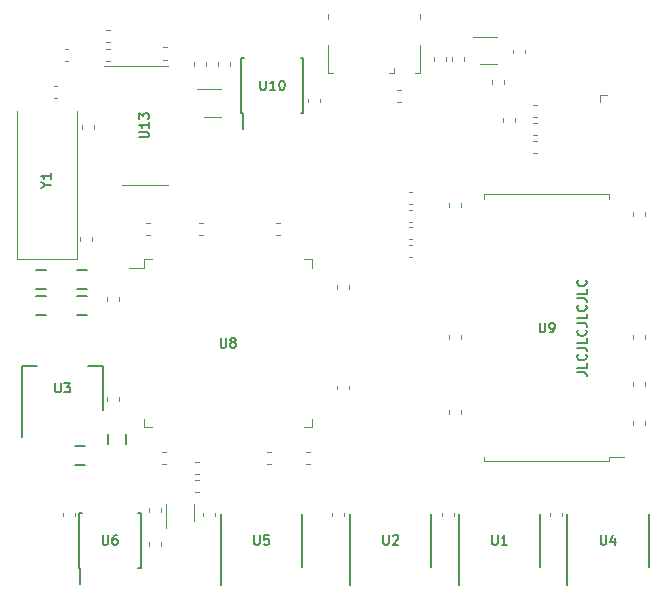
<source format=gto>
G04 #@! TF.GenerationSoftware,KiCad,Pcbnew,(5.1.10-1-10_14)*
G04 #@! TF.CreationDate,2022-01-15T10:16:02-05:00*
G04 #@! TF.ProjectId,GW4302,47573433-3032-42e6-9b69-6361645f7063,1.2*
G04 #@! TF.SameCoordinates,Original*
G04 #@! TF.FileFunction,Legend,Top*
G04 #@! TF.FilePolarity,Positive*
%FSLAX46Y46*%
G04 Gerber Fmt 4.6, Leading zero omitted, Abs format (unit mm)*
G04 Created by KiCad (PCBNEW (5.1.10-1-10_14)) date 2022-01-15 10:16:02*
%MOMM*%
%LPD*%
G01*
G04 APERTURE LIST*
%ADD10C,0.203200*%
%ADD11C,0.120000*%
%ADD12C,0.152400*%
%ADD13C,0.150000*%
%ADD14C,0.100000*%
%ADD15C,1.400000*%
%ADD16O,1.170000X2.000000*%
%ADD17C,2.000000*%
%ADD18C,2.150000*%
%ADD19C,2.524900*%
%ADD20C,0.937400*%
%ADD21C,1.140600*%
%ADD22C,1.448000*%
G04 APERTURE END LIST*
D10*
X151554895Y-67754361D02*
X152135466Y-67754361D01*
X152251580Y-67793066D01*
X152328990Y-67870476D01*
X152367695Y-67986590D01*
X152367695Y-68064000D01*
X152367695Y-66980266D02*
X152367695Y-67367314D01*
X151554895Y-67367314D01*
X152290285Y-66244876D02*
X152328990Y-66283580D01*
X152367695Y-66399695D01*
X152367695Y-66477104D01*
X152328990Y-66593219D01*
X152251580Y-66670628D01*
X152174171Y-66709333D01*
X152019352Y-66748038D01*
X151903238Y-66748038D01*
X151748419Y-66709333D01*
X151671009Y-66670628D01*
X151593600Y-66593219D01*
X151554895Y-66477104D01*
X151554895Y-66399695D01*
X151593600Y-66283580D01*
X151632304Y-66244876D01*
X151554895Y-65664304D02*
X152135466Y-65664304D01*
X152251580Y-65703009D01*
X152328990Y-65780419D01*
X152367695Y-65896533D01*
X152367695Y-65973942D01*
X152367695Y-64890209D02*
X152367695Y-65277257D01*
X151554895Y-65277257D01*
X152290285Y-64154819D02*
X152328990Y-64193523D01*
X152367695Y-64309638D01*
X152367695Y-64387047D01*
X152328990Y-64503161D01*
X152251580Y-64580571D01*
X152174171Y-64619276D01*
X152019352Y-64657980D01*
X151903238Y-64657980D01*
X151748419Y-64619276D01*
X151671009Y-64580571D01*
X151593600Y-64503161D01*
X151554895Y-64387047D01*
X151554895Y-64309638D01*
X151593600Y-64193523D01*
X151632304Y-64154819D01*
X151554895Y-63574247D02*
X152135466Y-63574247D01*
X152251580Y-63612952D01*
X152328990Y-63690361D01*
X152367695Y-63806476D01*
X152367695Y-63883885D01*
X152367695Y-62800152D02*
X152367695Y-63187200D01*
X151554895Y-63187200D01*
X152290285Y-62064761D02*
X152328990Y-62103466D01*
X152367695Y-62219580D01*
X152367695Y-62296990D01*
X152328990Y-62413104D01*
X152251580Y-62490514D01*
X152174171Y-62529219D01*
X152019352Y-62567923D01*
X151903238Y-62567923D01*
X151748419Y-62529219D01*
X151671009Y-62490514D01*
X151593600Y-62413104D01*
X151554895Y-62296990D01*
X151554895Y-62219580D01*
X151593600Y-62103466D01*
X151632304Y-62064761D01*
X151554895Y-61484190D02*
X152135466Y-61484190D01*
X152251580Y-61522895D01*
X152328990Y-61600304D01*
X152367695Y-61716419D01*
X152367695Y-61793828D01*
X152367695Y-60710095D02*
X152367695Y-61097142D01*
X151554895Y-61097142D01*
X152290285Y-59974704D02*
X152328990Y-60013409D01*
X152367695Y-60129523D01*
X152367695Y-60206933D01*
X152328990Y-60323047D01*
X152251580Y-60400457D01*
X152174171Y-60439161D01*
X152019352Y-60477866D01*
X151903238Y-60477866D01*
X151748419Y-60439161D01*
X151671009Y-60400457D01*
X151593600Y-60323047D01*
X151554895Y-60206933D01*
X151554895Y-60129523D01*
X151593600Y-60013409D01*
X151632304Y-59974704D01*
D11*
X140940000Y-41087221D02*
X140940000Y-41412779D01*
X141960000Y-41087221D02*
X141960000Y-41412779D01*
X122210000Y-41487221D02*
X122210000Y-41812779D01*
X121190000Y-41487221D02*
X121190000Y-41812779D01*
X155500000Y-74900000D02*
X154300000Y-74900000D01*
X154300000Y-74900000D02*
X154300000Y-75300000D01*
X154300000Y-75300000D02*
X143700000Y-75300000D01*
X154300000Y-52700000D02*
X143700000Y-52700000D01*
X143700000Y-75300000D02*
X143700000Y-74900000D01*
X143700000Y-53100000D02*
X143700000Y-52700000D01*
X154300000Y-53100000D02*
X154300000Y-52700000D01*
X144390000Y-43362779D02*
X144390000Y-43037221D01*
X145410000Y-43362779D02*
X145410000Y-43037221D01*
X128410000Y-72410000D02*
X129110000Y-72410000D01*
X129110000Y-72410000D02*
X129110000Y-71710000D01*
X115590000Y-72410000D02*
X114890000Y-72410000D01*
X114890000Y-72410000D02*
X114890000Y-71710000D01*
X128410000Y-58190000D02*
X129110000Y-58190000D01*
X129110000Y-58190000D02*
X129110000Y-58890000D01*
X115590000Y-58190000D02*
X114890000Y-58190000D01*
X114890000Y-58190000D02*
X114890000Y-58890000D01*
X114890000Y-58890000D02*
X113600000Y-58890000D01*
X107237221Y-44510000D02*
X107562779Y-44510000D01*
X107237221Y-43490000D02*
X107562779Y-43490000D01*
X109440000Y-56337221D02*
X109440000Y-56662779D01*
X110460000Y-56337221D02*
X110460000Y-56662779D01*
X148162779Y-47660000D02*
X147837221Y-47660000D01*
X148162779Y-46640000D02*
X147837221Y-46640000D01*
X145290000Y-46562779D02*
X145290000Y-46237221D01*
X146310000Y-46562779D02*
X146310000Y-46237221D01*
X147837221Y-46160000D02*
X148162779Y-46160000D01*
X147837221Y-45140000D02*
X148162779Y-45140000D01*
X109662500Y-46815221D02*
X109662500Y-47140779D01*
X110682500Y-46815221D02*
X110682500Y-47140779D01*
X116824279Y-40257000D02*
X116498721Y-40257000D01*
X116824279Y-41277000D02*
X116498721Y-41277000D01*
X157310000Y-72212779D02*
X157310000Y-71887221D01*
X156290000Y-72212779D02*
X156290000Y-71887221D01*
X156290000Y-68587221D02*
X156290000Y-68912779D01*
X157310000Y-68587221D02*
X157310000Y-68912779D01*
X156290000Y-64637221D02*
X156290000Y-64962779D01*
X157310000Y-64637221D02*
X157310000Y-64962779D01*
X156290000Y-54187221D02*
X156290000Y-54512779D01*
X157310000Y-54187221D02*
X157310000Y-54512779D01*
X141710000Y-64962779D02*
X141710000Y-64637221D01*
X140690000Y-64962779D02*
X140690000Y-64637221D01*
X140690000Y-70987221D02*
X140690000Y-71312779D01*
X141710000Y-70987221D02*
X141710000Y-71312779D01*
X112810000Y-70212779D02*
X112810000Y-69887221D01*
X111790000Y-70212779D02*
X111790000Y-69887221D01*
X115412779Y-55090000D02*
X115087221Y-55090000D01*
X115412779Y-56110000D02*
X115087221Y-56110000D01*
X111790000Y-61387221D02*
X111790000Y-61712779D01*
X112810000Y-61387221D02*
X112810000Y-61712779D01*
X119587221Y-56110000D02*
X119912779Y-56110000D01*
X119587221Y-55090000D02*
X119912779Y-55090000D01*
X126087221Y-56110000D02*
X126412779Y-56110000D01*
X126087221Y-55090000D02*
X126412779Y-55090000D01*
X131190000Y-60387221D02*
X131190000Y-60712779D01*
X132210000Y-60387221D02*
X132210000Y-60712779D01*
X132210000Y-69212779D02*
X132210000Y-68887221D01*
X131190000Y-69212779D02*
X131190000Y-68887221D01*
X125662779Y-74490000D02*
X125337221Y-74490000D01*
X125662779Y-75510000D02*
X125337221Y-75510000D01*
X128587221Y-75510000D02*
X128912779Y-75510000D01*
X128587221Y-74490000D02*
X128912779Y-74490000D01*
X115290000Y-79287221D02*
X115290000Y-79612779D01*
X116310000Y-79287221D02*
X116310000Y-79612779D01*
X114935000Y-51923000D02*
X116885000Y-51923000D01*
X114935000Y-51923000D02*
X112985000Y-51923000D01*
X114935000Y-41803000D02*
X116885000Y-41803000D01*
X114935000Y-41803000D02*
X111485000Y-41803000D01*
X138250000Y-42412500D02*
X137800000Y-42412500D01*
X138250000Y-40050000D02*
X138250000Y-42412500D01*
X130450000Y-37450000D02*
X130450000Y-37812500D01*
X138250000Y-37450000D02*
X138250000Y-37812500D01*
X130450000Y-40050000D02*
X130450000Y-42412500D01*
X130450000Y-42412500D02*
X130900000Y-42412500D01*
X136050000Y-42412500D02*
X135600000Y-42412500D01*
X136050000Y-42412500D02*
X136050000Y-41962500D01*
D12*
X104590000Y-73200000D02*
X104590000Y-67190000D01*
X111410000Y-70950000D02*
X111410000Y-67190000D01*
X104590000Y-67190000D02*
X105850000Y-67190000D01*
X111410000Y-67190000D02*
X110150000Y-67190000D01*
D11*
X116790000Y-78920000D02*
X116790000Y-80950000D01*
X119110000Y-80330000D02*
X119110000Y-78920000D01*
X116387221Y-75510000D02*
X116712779Y-75510000D01*
X116387221Y-74490000D02*
X116712779Y-74490000D01*
X149290000Y-79637221D02*
X149290000Y-79962779D01*
X150310000Y-79637221D02*
X150310000Y-79962779D01*
X140090000Y-79637221D02*
X140090000Y-79962779D01*
X141110000Y-79637221D02*
X141110000Y-79962779D01*
X130840000Y-79637221D02*
X130840000Y-79962779D01*
X131860000Y-79637221D02*
X131860000Y-79962779D01*
X119890000Y-79637221D02*
X119890000Y-79962779D01*
X120910000Y-79637221D02*
X120910000Y-79962779D01*
X107990000Y-79637221D02*
X107990000Y-79962779D01*
X109010000Y-79637221D02*
X109010000Y-79962779D01*
D13*
X109500000Y-84325000D02*
X109500000Y-85675000D01*
X114625000Y-84325000D02*
X114625000Y-79675000D01*
X109375000Y-84325000D02*
X109375000Y-79675000D01*
X114625000Y-84325000D02*
X114400000Y-84325000D01*
X114625000Y-79675000D02*
X114400000Y-79675000D01*
X109375000Y-79675000D02*
X109600000Y-79675000D01*
X109375000Y-84325000D02*
X109500000Y-84325000D01*
X150725000Y-85750000D02*
X150725000Y-79775000D01*
X157625000Y-84225000D02*
X157625000Y-79775000D01*
X141525000Y-85750000D02*
X141525000Y-79775000D01*
X148425000Y-84225000D02*
X148425000Y-79775000D01*
X132325000Y-85750000D02*
X132325000Y-79775000D01*
X139225000Y-84225000D02*
X139225000Y-79775000D01*
X121375000Y-85750000D02*
X121375000Y-79775000D01*
X128275000Y-84225000D02*
X128275000Y-79775000D01*
D12*
X109856400Y-74000000D02*
X109043600Y-74000000D01*
X109856400Y-75600000D02*
X109043600Y-75600000D01*
X111800000Y-72993600D02*
X111800000Y-73806400D01*
X113400000Y-72993600D02*
X113400000Y-73806400D01*
X106556400Y-61300000D02*
X105743600Y-61300000D01*
X106556400Y-62900000D02*
X105743600Y-62900000D01*
X109243600Y-62900000D02*
X110056400Y-62900000D01*
X109243600Y-61300000D02*
X110056400Y-61300000D01*
X106556400Y-59100000D02*
X105743600Y-59100000D01*
X106556400Y-60700000D02*
X105743600Y-60700000D01*
X109243600Y-60700000D02*
X110056400Y-60700000D01*
X109243600Y-59100000D02*
X110056400Y-59100000D01*
D11*
X116310000Y-82137221D02*
X116310000Y-82462779D01*
X115290000Y-82137221D02*
X115290000Y-82462779D01*
X119562779Y-77860000D02*
X119237221Y-77860000D01*
X119562779Y-76840000D02*
X119237221Y-76840000D01*
X119562779Y-76360000D02*
X119237221Y-76360000D01*
X119562779Y-75340000D02*
X119237221Y-75340000D01*
X141710000Y-53437221D02*
X141710000Y-53762779D01*
X140690000Y-53437221D02*
X140690000Y-53762779D01*
X137612779Y-58010000D02*
X137287221Y-58010000D01*
X137612779Y-56990000D02*
X137287221Y-56990000D01*
X137612779Y-55010000D02*
X137287221Y-55010000D01*
X137612779Y-53990000D02*
X137287221Y-53990000D01*
X137612779Y-56510000D02*
X137287221Y-56510000D01*
X137612779Y-55490000D02*
X137287221Y-55490000D01*
X137612779Y-53510000D02*
X137287221Y-53510000D01*
X137612779Y-52490000D02*
X137287221Y-52490000D01*
X108168221Y-40384000D02*
X108493779Y-40384000D01*
X108168221Y-41404000D02*
X108493779Y-41404000D01*
X112011779Y-41404000D02*
X111686221Y-41404000D01*
X112011779Y-40384000D02*
X111686221Y-40384000D01*
D13*
X123250000Y-45825000D02*
X123250000Y-47175000D01*
X128375000Y-45825000D02*
X128375000Y-41175000D01*
X123125000Y-45825000D02*
X123125000Y-41175000D01*
X128375000Y-45825000D02*
X128150000Y-45825000D01*
X128375000Y-41175000D02*
X128150000Y-41175000D01*
X123125000Y-41175000D02*
X123350000Y-41175000D01*
X123125000Y-45825000D02*
X123250000Y-45825000D01*
D11*
X121380000Y-43790000D02*
X119350000Y-43790000D01*
X119970000Y-46110000D02*
X121380000Y-46110000D01*
X144780000Y-39340000D02*
X142750000Y-39340000D01*
X143370000Y-41660000D02*
X144780000Y-41660000D01*
X140460000Y-41087221D02*
X140460000Y-41412779D01*
X139440000Y-41087221D02*
X139440000Y-41412779D01*
X153479500Y-44894500D02*
X153479500Y-44259500D01*
X153479500Y-44259500D02*
X154114500Y-44259500D01*
X104100000Y-45600000D02*
X104100000Y-58200000D01*
X104100000Y-58200000D02*
X109200000Y-58200000D01*
X109200000Y-58200000D02*
X109200000Y-45600000D01*
X120144000Y-41830779D02*
X120144000Y-41505221D01*
X119124000Y-41830779D02*
X119124000Y-41505221D01*
X146140000Y-40437221D02*
X146140000Y-40762779D01*
X147160000Y-40437221D02*
X147160000Y-40762779D01*
X148162779Y-48140000D02*
X147837221Y-48140000D01*
X148162779Y-49160000D02*
X147837221Y-49160000D01*
X128740000Y-44587221D02*
X128740000Y-44912779D01*
X129760000Y-44587221D02*
X129760000Y-44912779D01*
X112012779Y-39810000D02*
X111687221Y-39810000D01*
X112012779Y-38790000D02*
X111687221Y-38790000D01*
X136612779Y-44860000D02*
X136287221Y-44860000D01*
X136612779Y-43840000D02*
X136287221Y-43840000D01*
D10*
X148380723Y-63554895D02*
X148380723Y-64212876D01*
X148419428Y-64290285D01*
X148458133Y-64328990D01*
X148535542Y-64367695D01*
X148690361Y-64367695D01*
X148767771Y-64328990D01*
X148806476Y-64290285D01*
X148845180Y-64212876D01*
X148845180Y-63554895D01*
X149270933Y-64367695D02*
X149425752Y-64367695D01*
X149503161Y-64328990D01*
X149541866Y-64290285D01*
X149619276Y-64174171D01*
X149657980Y-64019352D01*
X149657980Y-63709714D01*
X149619276Y-63632304D01*
X149580571Y-63593600D01*
X149503161Y-63554895D01*
X149348342Y-63554895D01*
X149270933Y-63593600D01*
X149232228Y-63632304D01*
X149193523Y-63709714D01*
X149193523Y-63903238D01*
X149232228Y-63980647D01*
X149270933Y-64019352D01*
X149348342Y-64058057D01*
X149503161Y-64058057D01*
X149580571Y-64019352D01*
X149619276Y-63980647D01*
X149657980Y-63903238D01*
X121380723Y-64854895D02*
X121380723Y-65512876D01*
X121419428Y-65590285D01*
X121458133Y-65628990D01*
X121535542Y-65667695D01*
X121690361Y-65667695D01*
X121767771Y-65628990D01*
X121806476Y-65590285D01*
X121845180Y-65512876D01*
X121845180Y-64854895D01*
X122348342Y-65203238D02*
X122270933Y-65164533D01*
X122232228Y-65125828D01*
X122193523Y-65048419D01*
X122193523Y-65009714D01*
X122232228Y-64932304D01*
X122270933Y-64893600D01*
X122348342Y-64854895D01*
X122503161Y-64854895D01*
X122580571Y-64893600D01*
X122619276Y-64932304D01*
X122657980Y-65009714D01*
X122657980Y-65048419D01*
X122619276Y-65125828D01*
X122580571Y-65164533D01*
X122503161Y-65203238D01*
X122348342Y-65203238D01*
X122270933Y-65241942D01*
X122232228Y-65280647D01*
X122193523Y-65358057D01*
X122193523Y-65512876D01*
X122232228Y-65590285D01*
X122270933Y-65628990D01*
X122348342Y-65667695D01*
X122503161Y-65667695D01*
X122580571Y-65628990D01*
X122619276Y-65590285D01*
X122657980Y-65512876D01*
X122657980Y-65358057D01*
X122619276Y-65280647D01*
X122580571Y-65241942D01*
X122503161Y-65203238D01*
X114489895Y-47869323D02*
X115147876Y-47869323D01*
X115225285Y-47830619D01*
X115263990Y-47791914D01*
X115302695Y-47714504D01*
X115302695Y-47559685D01*
X115263990Y-47482276D01*
X115225285Y-47443571D01*
X115147876Y-47404866D01*
X114489895Y-47404866D01*
X115302695Y-46592066D02*
X115302695Y-47056523D01*
X115302695Y-46824295D02*
X114489895Y-46824295D01*
X114606009Y-46901704D01*
X114683419Y-46979114D01*
X114722123Y-47056523D01*
X114489895Y-46321133D02*
X114489895Y-45817971D01*
X114799533Y-46088904D01*
X114799533Y-45972790D01*
X114838238Y-45895380D01*
X114876942Y-45856676D01*
X114954352Y-45817971D01*
X115147876Y-45817971D01*
X115225285Y-45856676D01*
X115263990Y-45895380D01*
X115302695Y-45972790D01*
X115302695Y-46205019D01*
X115263990Y-46282428D01*
X115225285Y-46321133D01*
X107380723Y-68654895D02*
X107380723Y-69312876D01*
X107419428Y-69390285D01*
X107458133Y-69428990D01*
X107535542Y-69467695D01*
X107690361Y-69467695D01*
X107767771Y-69428990D01*
X107806476Y-69390285D01*
X107845180Y-69312876D01*
X107845180Y-68654895D01*
X108154819Y-68654895D02*
X108657980Y-68654895D01*
X108387047Y-68964533D01*
X108503161Y-68964533D01*
X108580571Y-69003238D01*
X108619276Y-69041942D01*
X108657980Y-69119352D01*
X108657980Y-69312876D01*
X108619276Y-69390285D01*
X108580571Y-69428990D01*
X108503161Y-69467695D01*
X108270933Y-69467695D01*
X108193523Y-69428990D01*
X108154819Y-69390285D01*
X111380723Y-81554895D02*
X111380723Y-82212876D01*
X111419428Y-82290285D01*
X111458133Y-82328990D01*
X111535542Y-82367695D01*
X111690361Y-82367695D01*
X111767771Y-82328990D01*
X111806476Y-82290285D01*
X111845180Y-82212876D01*
X111845180Y-81554895D01*
X112580571Y-81554895D02*
X112425752Y-81554895D01*
X112348342Y-81593600D01*
X112309638Y-81632304D01*
X112232228Y-81748419D01*
X112193523Y-81903238D01*
X112193523Y-82212876D01*
X112232228Y-82290285D01*
X112270933Y-82328990D01*
X112348342Y-82367695D01*
X112503161Y-82367695D01*
X112580571Y-82328990D01*
X112619276Y-82290285D01*
X112657980Y-82212876D01*
X112657980Y-82019352D01*
X112619276Y-81941942D01*
X112580571Y-81903238D01*
X112503161Y-81864533D01*
X112348342Y-81864533D01*
X112270933Y-81903238D01*
X112232228Y-81941942D01*
X112193523Y-82019352D01*
X153555723Y-81554895D02*
X153555723Y-82212876D01*
X153594428Y-82290285D01*
X153633133Y-82328990D01*
X153710542Y-82367695D01*
X153865361Y-82367695D01*
X153942771Y-82328990D01*
X153981476Y-82290285D01*
X154020180Y-82212876D01*
X154020180Y-81554895D01*
X154755571Y-81825828D02*
X154755571Y-82367695D01*
X154562047Y-81516190D02*
X154368523Y-82096761D01*
X154871685Y-82096761D01*
X144355723Y-81554895D02*
X144355723Y-82212876D01*
X144394428Y-82290285D01*
X144433133Y-82328990D01*
X144510542Y-82367695D01*
X144665361Y-82367695D01*
X144742771Y-82328990D01*
X144781476Y-82290285D01*
X144820180Y-82212876D01*
X144820180Y-81554895D01*
X145632980Y-82367695D02*
X145168523Y-82367695D01*
X145400752Y-82367695D02*
X145400752Y-81554895D01*
X145323342Y-81671009D01*
X145245933Y-81748419D01*
X145168523Y-81787123D01*
X135155723Y-81554895D02*
X135155723Y-82212876D01*
X135194428Y-82290285D01*
X135233133Y-82328990D01*
X135310542Y-82367695D01*
X135465361Y-82367695D01*
X135542771Y-82328990D01*
X135581476Y-82290285D01*
X135620180Y-82212876D01*
X135620180Y-81554895D01*
X135968523Y-81632304D02*
X136007228Y-81593600D01*
X136084638Y-81554895D01*
X136278161Y-81554895D01*
X136355571Y-81593600D01*
X136394276Y-81632304D01*
X136432980Y-81709714D01*
X136432980Y-81787123D01*
X136394276Y-81903238D01*
X135929819Y-82367695D01*
X136432980Y-82367695D01*
X124205723Y-81554895D02*
X124205723Y-82212876D01*
X124244428Y-82290285D01*
X124283133Y-82328990D01*
X124360542Y-82367695D01*
X124515361Y-82367695D01*
X124592771Y-82328990D01*
X124631476Y-82290285D01*
X124670180Y-82212876D01*
X124670180Y-81554895D01*
X125444276Y-81554895D02*
X125057228Y-81554895D01*
X125018523Y-81941942D01*
X125057228Y-81903238D01*
X125134638Y-81864533D01*
X125328161Y-81864533D01*
X125405571Y-81903238D01*
X125444276Y-81941942D01*
X125482980Y-82019352D01*
X125482980Y-82212876D01*
X125444276Y-82290285D01*
X125405571Y-82328990D01*
X125328161Y-82367695D01*
X125134638Y-82367695D01*
X125057228Y-82328990D01*
X125018523Y-82290285D01*
X124743676Y-43054895D02*
X124743676Y-43712876D01*
X124782380Y-43790285D01*
X124821085Y-43828990D01*
X124898495Y-43867695D01*
X125053314Y-43867695D01*
X125130723Y-43828990D01*
X125169428Y-43790285D01*
X125208133Y-43712876D01*
X125208133Y-43054895D01*
X126020933Y-43867695D02*
X125556476Y-43867695D01*
X125788704Y-43867695D02*
X125788704Y-43054895D01*
X125711295Y-43171009D01*
X125633885Y-43248419D01*
X125556476Y-43287123D01*
X126524095Y-43054895D02*
X126601504Y-43054895D01*
X126678914Y-43093600D01*
X126717619Y-43132304D01*
X126756323Y-43209714D01*
X126795028Y-43364533D01*
X126795028Y-43558057D01*
X126756323Y-43712876D01*
X126717619Y-43790285D01*
X126678914Y-43828990D01*
X126601504Y-43867695D01*
X126524095Y-43867695D01*
X126446685Y-43828990D01*
X126407980Y-43790285D01*
X126369276Y-43712876D01*
X126330571Y-43558057D01*
X126330571Y-43364533D01*
X126369276Y-43209714D01*
X126407980Y-43132304D01*
X126446685Y-43093600D01*
X126524095Y-43054895D01*
X106630647Y-51887047D02*
X107017695Y-51887047D01*
X106204895Y-52157980D02*
X106630647Y-51887047D01*
X106204895Y-51616114D01*
X107017695Y-50919428D02*
X107017695Y-51383885D01*
X107017695Y-51151657D02*
X106204895Y-51151657D01*
X106321009Y-51229066D01*
X106398419Y-51306476D01*
X106437123Y-51383885D01*
%LPC*%
D14*
G36*
X161290000Y-97282000D02*
G01*
X160782000Y-97790000D01*
X103378000Y-97790000D01*
X102870000Y-97282000D01*
X102870000Y-89916000D01*
X161290000Y-89916000D01*
X161290000Y-97282000D01*
G37*
G36*
G01*
X141162500Y-41525000D02*
X141737500Y-41525000D01*
G75*
G02*
X141975000Y-41762500I0J-237500D01*
G01*
X141975000Y-42237500D01*
G75*
G02*
X141737500Y-42475000I-237500J0D01*
G01*
X141162500Y-42475000D01*
G75*
G02*
X140925000Y-42237500I0J237500D01*
G01*
X140925000Y-41762500D01*
G75*
G02*
X141162500Y-41525000I237500J0D01*
G01*
G37*
G36*
G01*
X141162500Y-40025000D02*
X141737500Y-40025000D01*
G75*
G02*
X141975000Y-40262500I0J-237500D01*
G01*
X141975000Y-40737500D01*
G75*
G02*
X141737500Y-40975000I-237500J0D01*
G01*
X141162500Y-40975000D01*
G75*
G02*
X140925000Y-40737500I0J237500D01*
G01*
X140925000Y-40262500D01*
G75*
G02*
X141162500Y-40025000I237500J0D01*
G01*
G37*
G36*
G01*
X121375000Y-40450000D02*
X122025000Y-40450000D01*
G75*
G02*
X122225000Y-40650000I0J-200000D01*
G01*
X122225000Y-41050000D01*
G75*
G02*
X122025000Y-41250000I-200000J0D01*
G01*
X121375000Y-41250000D01*
G75*
G02*
X121175000Y-41050000I0J200000D01*
G01*
X121175000Y-40650000D01*
G75*
G02*
X121375000Y-40450000I200000J0D01*
G01*
G37*
G36*
G01*
X121375000Y-42050000D02*
X122025000Y-42050000D01*
G75*
G02*
X122225000Y-42250000I0J-200000D01*
G01*
X122225000Y-42650000D01*
G75*
G02*
X122025000Y-42850000I-200000J0D01*
G01*
X121375000Y-42850000D01*
G75*
G02*
X121175000Y-42650000I0J200000D01*
G01*
X121175000Y-42250000D01*
G75*
G02*
X121375000Y-42050000I200000J0D01*
G01*
G37*
G36*
G01*
X144055000Y-74260500D02*
X144055000Y-74539500D01*
G75*
G02*
X143915500Y-74679000I-139500J0D01*
G01*
X142584500Y-74679000D01*
G75*
G02*
X142445000Y-74539500I0J139500D01*
G01*
X142445000Y-74260500D01*
G75*
G02*
X142584500Y-74121000I139500J0D01*
G01*
X143915500Y-74121000D01*
G75*
G02*
X144055000Y-74260500I0J-139500D01*
G01*
G37*
G36*
G01*
X144055000Y-73460500D02*
X144055000Y-73739500D01*
G75*
G02*
X143915500Y-73879000I-139500J0D01*
G01*
X142584500Y-73879000D01*
G75*
G02*
X142445000Y-73739500I0J139500D01*
G01*
X142445000Y-73460500D01*
G75*
G02*
X142584500Y-73321000I139500J0D01*
G01*
X143915500Y-73321000D01*
G75*
G02*
X144055000Y-73460500I0J-139500D01*
G01*
G37*
G36*
G01*
X144055000Y-72660500D02*
X144055000Y-72939500D01*
G75*
G02*
X143915500Y-73079000I-139500J0D01*
G01*
X142584500Y-73079000D01*
G75*
G02*
X142445000Y-72939500I0J139500D01*
G01*
X142445000Y-72660500D01*
G75*
G02*
X142584500Y-72521000I139500J0D01*
G01*
X143915500Y-72521000D01*
G75*
G02*
X144055000Y-72660500I0J-139500D01*
G01*
G37*
G36*
G01*
X144055000Y-71860500D02*
X144055000Y-72139500D01*
G75*
G02*
X143915500Y-72279000I-139500J0D01*
G01*
X142584500Y-72279000D01*
G75*
G02*
X142445000Y-72139500I0J139500D01*
G01*
X142445000Y-71860500D01*
G75*
G02*
X142584500Y-71721000I139500J0D01*
G01*
X143915500Y-71721000D01*
G75*
G02*
X144055000Y-71860500I0J-139500D01*
G01*
G37*
G36*
G01*
X144055000Y-71060500D02*
X144055000Y-71339500D01*
G75*
G02*
X143915500Y-71479000I-139500J0D01*
G01*
X142584500Y-71479000D01*
G75*
G02*
X142445000Y-71339500I0J139500D01*
G01*
X142445000Y-71060500D01*
G75*
G02*
X142584500Y-70921000I139500J0D01*
G01*
X143915500Y-70921000D01*
G75*
G02*
X144055000Y-71060500I0J-139500D01*
G01*
G37*
G36*
G01*
X144055000Y-70260500D02*
X144055000Y-70539500D01*
G75*
G02*
X143915500Y-70679000I-139500J0D01*
G01*
X142584500Y-70679000D01*
G75*
G02*
X142445000Y-70539500I0J139500D01*
G01*
X142445000Y-70260500D01*
G75*
G02*
X142584500Y-70121000I139500J0D01*
G01*
X143915500Y-70121000D01*
G75*
G02*
X144055000Y-70260500I0J-139500D01*
G01*
G37*
G36*
G01*
X144055000Y-69460500D02*
X144055000Y-69739500D01*
G75*
G02*
X143915500Y-69879000I-139500J0D01*
G01*
X142584500Y-69879000D01*
G75*
G02*
X142445000Y-69739500I0J139500D01*
G01*
X142445000Y-69460500D01*
G75*
G02*
X142584500Y-69321000I139500J0D01*
G01*
X143915500Y-69321000D01*
G75*
G02*
X144055000Y-69460500I0J-139500D01*
G01*
G37*
G36*
G01*
X144055000Y-68660500D02*
X144055000Y-68939500D01*
G75*
G02*
X143915500Y-69079000I-139500J0D01*
G01*
X142584500Y-69079000D01*
G75*
G02*
X142445000Y-68939500I0J139500D01*
G01*
X142445000Y-68660500D01*
G75*
G02*
X142584500Y-68521000I139500J0D01*
G01*
X143915500Y-68521000D01*
G75*
G02*
X144055000Y-68660500I0J-139500D01*
G01*
G37*
G36*
G01*
X144055000Y-67860500D02*
X144055000Y-68139500D01*
G75*
G02*
X143915500Y-68279000I-139500J0D01*
G01*
X142584500Y-68279000D01*
G75*
G02*
X142445000Y-68139500I0J139500D01*
G01*
X142445000Y-67860500D01*
G75*
G02*
X142584500Y-67721000I139500J0D01*
G01*
X143915500Y-67721000D01*
G75*
G02*
X144055000Y-67860500I0J-139500D01*
G01*
G37*
G36*
G01*
X144055000Y-67060500D02*
X144055000Y-67339500D01*
G75*
G02*
X143915500Y-67479000I-139500J0D01*
G01*
X142584500Y-67479000D01*
G75*
G02*
X142445000Y-67339500I0J139500D01*
G01*
X142445000Y-67060500D01*
G75*
G02*
X142584500Y-66921000I139500J0D01*
G01*
X143915500Y-66921000D01*
G75*
G02*
X144055000Y-67060500I0J-139500D01*
G01*
G37*
G36*
G01*
X144055000Y-66260500D02*
X144055000Y-66539500D01*
G75*
G02*
X143915500Y-66679000I-139500J0D01*
G01*
X142584500Y-66679000D01*
G75*
G02*
X142445000Y-66539500I0J139500D01*
G01*
X142445000Y-66260500D01*
G75*
G02*
X142584500Y-66121000I139500J0D01*
G01*
X143915500Y-66121000D01*
G75*
G02*
X144055000Y-66260500I0J-139500D01*
G01*
G37*
G36*
G01*
X144055000Y-65460500D02*
X144055000Y-65739500D01*
G75*
G02*
X143915500Y-65879000I-139500J0D01*
G01*
X142584500Y-65879000D01*
G75*
G02*
X142445000Y-65739500I0J139500D01*
G01*
X142445000Y-65460500D01*
G75*
G02*
X142584500Y-65321000I139500J0D01*
G01*
X143915500Y-65321000D01*
G75*
G02*
X144055000Y-65460500I0J-139500D01*
G01*
G37*
G36*
G01*
X144055000Y-64660500D02*
X144055000Y-64939500D01*
G75*
G02*
X143915500Y-65079000I-139500J0D01*
G01*
X142584500Y-65079000D01*
G75*
G02*
X142445000Y-64939500I0J139500D01*
G01*
X142445000Y-64660500D01*
G75*
G02*
X142584500Y-64521000I139500J0D01*
G01*
X143915500Y-64521000D01*
G75*
G02*
X144055000Y-64660500I0J-139500D01*
G01*
G37*
G36*
G01*
X144055000Y-63860500D02*
X144055000Y-64139500D01*
G75*
G02*
X143915500Y-64279000I-139500J0D01*
G01*
X142584500Y-64279000D01*
G75*
G02*
X142445000Y-64139500I0J139500D01*
G01*
X142445000Y-63860500D01*
G75*
G02*
X142584500Y-63721000I139500J0D01*
G01*
X143915500Y-63721000D01*
G75*
G02*
X144055000Y-63860500I0J-139500D01*
G01*
G37*
G36*
G01*
X144055000Y-63060500D02*
X144055000Y-63339500D01*
G75*
G02*
X143915500Y-63479000I-139500J0D01*
G01*
X142584500Y-63479000D01*
G75*
G02*
X142445000Y-63339500I0J139500D01*
G01*
X142445000Y-63060500D01*
G75*
G02*
X142584500Y-62921000I139500J0D01*
G01*
X143915500Y-62921000D01*
G75*
G02*
X144055000Y-63060500I0J-139500D01*
G01*
G37*
G36*
G01*
X144055000Y-62260500D02*
X144055000Y-62539500D01*
G75*
G02*
X143915500Y-62679000I-139500J0D01*
G01*
X142584500Y-62679000D01*
G75*
G02*
X142445000Y-62539500I0J139500D01*
G01*
X142445000Y-62260500D01*
G75*
G02*
X142584500Y-62121000I139500J0D01*
G01*
X143915500Y-62121000D01*
G75*
G02*
X144055000Y-62260500I0J-139500D01*
G01*
G37*
G36*
G01*
X144055000Y-61460500D02*
X144055000Y-61739500D01*
G75*
G02*
X143915500Y-61879000I-139500J0D01*
G01*
X142584500Y-61879000D01*
G75*
G02*
X142445000Y-61739500I0J139500D01*
G01*
X142445000Y-61460500D01*
G75*
G02*
X142584500Y-61321000I139500J0D01*
G01*
X143915500Y-61321000D01*
G75*
G02*
X144055000Y-61460500I0J-139500D01*
G01*
G37*
G36*
G01*
X144055000Y-60660500D02*
X144055000Y-60939500D01*
G75*
G02*
X143915500Y-61079000I-139500J0D01*
G01*
X142584500Y-61079000D01*
G75*
G02*
X142445000Y-60939500I0J139500D01*
G01*
X142445000Y-60660500D01*
G75*
G02*
X142584500Y-60521000I139500J0D01*
G01*
X143915500Y-60521000D01*
G75*
G02*
X144055000Y-60660500I0J-139500D01*
G01*
G37*
G36*
G01*
X144055000Y-59860500D02*
X144055000Y-60139500D01*
G75*
G02*
X143915500Y-60279000I-139500J0D01*
G01*
X142584500Y-60279000D01*
G75*
G02*
X142445000Y-60139500I0J139500D01*
G01*
X142445000Y-59860500D01*
G75*
G02*
X142584500Y-59721000I139500J0D01*
G01*
X143915500Y-59721000D01*
G75*
G02*
X144055000Y-59860500I0J-139500D01*
G01*
G37*
G36*
G01*
X144055000Y-59060500D02*
X144055000Y-59339500D01*
G75*
G02*
X143915500Y-59479000I-139500J0D01*
G01*
X142584500Y-59479000D01*
G75*
G02*
X142445000Y-59339500I0J139500D01*
G01*
X142445000Y-59060500D01*
G75*
G02*
X142584500Y-58921000I139500J0D01*
G01*
X143915500Y-58921000D01*
G75*
G02*
X144055000Y-59060500I0J-139500D01*
G01*
G37*
G36*
G01*
X144055000Y-58260500D02*
X144055000Y-58539500D01*
G75*
G02*
X143915500Y-58679000I-139500J0D01*
G01*
X142584500Y-58679000D01*
G75*
G02*
X142445000Y-58539500I0J139500D01*
G01*
X142445000Y-58260500D01*
G75*
G02*
X142584500Y-58121000I139500J0D01*
G01*
X143915500Y-58121000D01*
G75*
G02*
X144055000Y-58260500I0J-139500D01*
G01*
G37*
G36*
G01*
X144055000Y-57460500D02*
X144055000Y-57739500D01*
G75*
G02*
X143915500Y-57879000I-139500J0D01*
G01*
X142584500Y-57879000D01*
G75*
G02*
X142445000Y-57739500I0J139500D01*
G01*
X142445000Y-57460500D01*
G75*
G02*
X142584500Y-57321000I139500J0D01*
G01*
X143915500Y-57321000D01*
G75*
G02*
X144055000Y-57460500I0J-139500D01*
G01*
G37*
G36*
G01*
X144055000Y-56660500D02*
X144055000Y-56939500D01*
G75*
G02*
X143915500Y-57079000I-139500J0D01*
G01*
X142584500Y-57079000D01*
G75*
G02*
X142445000Y-56939500I0J139500D01*
G01*
X142445000Y-56660500D01*
G75*
G02*
X142584500Y-56521000I139500J0D01*
G01*
X143915500Y-56521000D01*
G75*
G02*
X144055000Y-56660500I0J-139500D01*
G01*
G37*
G36*
G01*
X144055000Y-55860500D02*
X144055000Y-56139500D01*
G75*
G02*
X143915500Y-56279000I-139500J0D01*
G01*
X142584500Y-56279000D01*
G75*
G02*
X142445000Y-56139500I0J139500D01*
G01*
X142445000Y-55860500D01*
G75*
G02*
X142584500Y-55721000I139500J0D01*
G01*
X143915500Y-55721000D01*
G75*
G02*
X144055000Y-55860500I0J-139500D01*
G01*
G37*
G36*
G01*
X144055000Y-55060500D02*
X144055000Y-55339500D01*
G75*
G02*
X143915500Y-55479000I-139500J0D01*
G01*
X142584500Y-55479000D01*
G75*
G02*
X142445000Y-55339500I0J139500D01*
G01*
X142445000Y-55060500D01*
G75*
G02*
X142584500Y-54921000I139500J0D01*
G01*
X143915500Y-54921000D01*
G75*
G02*
X144055000Y-55060500I0J-139500D01*
G01*
G37*
G36*
G01*
X144055000Y-54260500D02*
X144055000Y-54539500D01*
G75*
G02*
X143915500Y-54679000I-139500J0D01*
G01*
X142584500Y-54679000D01*
G75*
G02*
X142445000Y-54539500I0J139500D01*
G01*
X142445000Y-54260500D01*
G75*
G02*
X142584500Y-54121000I139500J0D01*
G01*
X143915500Y-54121000D01*
G75*
G02*
X144055000Y-54260500I0J-139500D01*
G01*
G37*
G36*
G01*
X144055000Y-53460500D02*
X144055000Y-53739500D01*
G75*
G02*
X143915500Y-53879000I-139500J0D01*
G01*
X142584500Y-53879000D01*
G75*
G02*
X142445000Y-53739500I0J139500D01*
G01*
X142445000Y-53460500D01*
G75*
G02*
X142584500Y-53321000I139500J0D01*
G01*
X143915500Y-53321000D01*
G75*
G02*
X144055000Y-53460500I0J-139500D01*
G01*
G37*
G36*
G01*
X155555000Y-53460500D02*
X155555000Y-53739500D01*
G75*
G02*
X155415500Y-53879000I-139500J0D01*
G01*
X154084500Y-53879000D01*
G75*
G02*
X153945000Y-53739500I0J139500D01*
G01*
X153945000Y-53460500D01*
G75*
G02*
X154084500Y-53321000I139500J0D01*
G01*
X155415500Y-53321000D01*
G75*
G02*
X155555000Y-53460500I0J-139500D01*
G01*
G37*
G36*
G01*
X155555000Y-54260500D02*
X155555000Y-54539500D01*
G75*
G02*
X155415500Y-54679000I-139500J0D01*
G01*
X154084500Y-54679000D01*
G75*
G02*
X153945000Y-54539500I0J139500D01*
G01*
X153945000Y-54260500D01*
G75*
G02*
X154084500Y-54121000I139500J0D01*
G01*
X155415500Y-54121000D01*
G75*
G02*
X155555000Y-54260500I0J-139500D01*
G01*
G37*
G36*
G01*
X155555000Y-55060500D02*
X155555000Y-55339500D01*
G75*
G02*
X155415500Y-55479000I-139500J0D01*
G01*
X154084500Y-55479000D01*
G75*
G02*
X153945000Y-55339500I0J139500D01*
G01*
X153945000Y-55060500D01*
G75*
G02*
X154084500Y-54921000I139500J0D01*
G01*
X155415500Y-54921000D01*
G75*
G02*
X155555000Y-55060500I0J-139500D01*
G01*
G37*
G36*
G01*
X155555000Y-55860500D02*
X155555000Y-56139500D01*
G75*
G02*
X155415500Y-56279000I-139500J0D01*
G01*
X154084500Y-56279000D01*
G75*
G02*
X153945000Y-56139500I0J139500D01*
G01*
X153945000Y-55860500D01*
G75*
G02*
X154084500Y-55721000I139500J0D01*
G01*
X155415500Y-55721000D01*
G75*
G02*
X155555000Y-55860500I0J-139500D01*
G01*
G37*
G36*
G01*
X155555000Y-56660500D02*
X155555000Y-56939500D01*
G75*
G02*
X155415500Y-57079000I-139500J0D01*
G01*
X154084500Y-57079000D01*
G75*
G02*
X153945000Y-56939500I0J139500D01*
G01*
X153945000Y-56660500D01*
G75*
G02*
X154084500Y-56521000I139500J0D01*
G01*
X155415500Y-56521000D01*
G75*
G02*
X155555000Y-56660500I0J-139500D01*
G01*
G37*
G36*
G01*
X155555000Y-57460500D02*
X155555000Y-57739500D01*
G75*
G02*
X155415500Y-57879000I-139500J0D01*
G01*
X154084500Y-57879000D01*
G75*
G02*
X153945000Y-57739500I0J139500D01*
G01*
X153945000Y-57460500D01*
G75*
G02*
X154084500Y-57321000I139500J0D01*
G01*
X155415500Y-57321000D01*
G75*
G02*
X155555000Y-57460500I0J-139500D01*
G01*
G37*
G36*
G01*
X155555000Y-58260500D02*
X155555000Y-58539500D01*
G75*
G02*
X155415500Y-58679000I-139500J0D01*
G01*
X154084500Y-58679000D01*
G75*
G02*
X153945000Y-58539500I0J139500D01*
G01*
X153945000Y-58260500D01*
G75*
G02*
X154084500Y-58121000I139500J0D01*
G01*
X155415500Y-58121000D01*
G75*
G02*
X155555000Y-58260500I0J-139500D01*
G01*
G37*
G36*
G01*
X155555000Y-59060500D02*
X155555000Y-59339500D01*
G75*
G02*
X155415500Y-59479000I-139500J0D01*
G01*
X154084500Y-59479000D01*
G75*
G02*
X153945000Y-59339500I0J139500D01*
G01*
X153945000Y-59060500D01*
G75*
G02*
X154084500Y-58921000I139500J0D01*
G01*
X155415500Y-58921000D01*
G75*
G02*
X155555000Y-59060500I0J-139500D01*
G01*
G37*
G36*
G01*
X155555000Y-59860500D02*
X155555000Y-60139500D01*
G75*
G02*
X155415500Y-60279000I-139500J0D01*
G01*
X154084500Y-60279000D01*
G75*
G02*
X153945000Y-60139500I0J139500D01*
G01*
X153945000Y-59860500D01*
G75*
G02*
X154084500Y-59721000I139500J0D01*
G01*
X155415500Y-59721000D01*
G75*
G02*
X155555000Y-59860500I0J-139500D01*
G01*
G37*
G36*
G01*
X155555000Y-60660500D02*
X155555000Y-60939500D01*
G75*
G02*
X155415500Y-61079000I-139500J0D01*
G01*
X154084500Y-61079000D01*
G75*
G02*
X153945000Y-60939500I0J139500D01*
G01*
X153945000Y-60660500D01*
G75*
G02*
X154084500Y-60521000I139500J0D01*
G01*
X155415500Y-60521000D01*
G75*
G02*
X155555000Y-60660500I0J-139500D01*
G01*
G37*
G36*
G01*
X155555000Y-61460500D02*
X155555000Y-61739500D01*
G75*
G02*
X155415500Y-61879000I-139500J0D01*
G01*
X154084500Y-61879000D01*
G75*
G02*
X153945000Y-61739500I0J139500D01*
G01*
X153945000Y-61460500D01*
G75*
G02*
X154084500Y-61321000I139500J0D01*
G01*
X155415500Y-61321000D01*
G75*
G02*
X155555000Y-61460500I0J-139500D01*
G01*
G37*
G36*
G01*
X155555000Y-62260500D02*
X155555000Y-62539500D01*
G75*
G02*
X155415500Y-62679000I-139500J0D01*
G01*
X154084500Y-62679000D01*
G75*
G02*
X153945000Y-62539500I0J139500D01*
G01*
X153945000Y-62260500D01*
G75*
G02*
X154084500Y-62121000I139500J0D01*
G01*
X155415500Y-62121000D01*
G75*
G02*
X155555000Y-62260500I0J-139500D01*
G01*
G37*
G36*
G01*
X155555000Y-63060500D02*
X155555000Y-63339500D01*
G75*
G02*
X155415500Y-63479000I-139500J0D01*
G01*
X154084500Y-63479000D01*
G75*
G02*
X153945000Y-63339500I0J139500D01*
G01*
X153945000Y-63060500D01*
G75*
G02*
X154084500Y-62921000I139500J0D01*
G01*
X155415500Y-62921000D01*
G75*
G02*
X155555000Y-63060500I0J-139500D01*
G01*
G37*
G36*
G01*
X155555000Y-63860500D02*
X155555000Y-64139500D01*
G75*
G02*
X155415500Y-64279000I-139500J0D01*
G01*
X154084500Y-64279000D01*
G75*
G02*
X153945000Y-64139500I0J139500D01*
G01*
X153945000Y-63860500D01*
G75*
G02*
X154084500Y-63721000I139500J0D01*
G01*
X155415500Y-63721000D01*
G75*
G02*
X155555000Y-63860500I0J-139500D01*
G01*
G37*
G36*
G01*
X155555000Y-64660500D02*
X155555000Y-64939500D01*
G75*
G02*
X155415500Y-65079000I-139500J0D01*
G01*
X154084500Y-65079000D01*
G75*
G02*
X153945000Y-64939500I0J139500D01*
G01*
X153945000Y-64660500D01*
G75*
G02*
X154084500Y-64521000I139500J0D01*
G01*
X155415500Y-64521000D01*
G75*
G02*
X155555000Y-64660500I0J-139500D01*
G01*
G37*
G36*
G01*
X155555000Y-65460500D02*
X155555000Y-65739500D01*
G75*
G02*
X155415500Y-65879000I-139500J0D01*
G01*
X154084500Y-65879000D01*
G75*
G02*
X153945000Y-65739500I0J139500D01*
G01*
X153945000Y-65460500D01*
G75*
G02*
X154084500Y-65321000I139500J0D01*
G01*
X155415500Y-65321000D01*
G75*
G02*
X155555000Y-65460500I0J-139500D01*
G01*
G37*
G36*
G01*
X155555000Y-66260500D02*
X155555000Y-66539500D01*
G75*
G02*
X155415500Y-66679000I-139500J0D01*
G01*
X154084500Y-66679000D01*
G75*
G02*
X153945000Y-66539500I0J139500D01*
G01*
X153945000Y-66260500D01*
G75*
G02*
X154084500Y-66121000I139500J0D01*
G01*
X155415500Y-66121000D01*
G75*
G02*
X155555000Y-66260500I0J-139500D01*
G01*
G37*
G36*
G01*
X155555000Y-67060500D02*
X155555000Y-67339500D01*
G75*
G02*
X155415500Y-67479000I-139500J0D01*
G01*
X154084500Y-67479000D01*
G75*
G02*
X153945000Y-67339500I0J139500D01*
G01*
X153945000Y-67060500D01*
G75*
G02*
X154084500Y-66921000I139500J0D01*
G01*
X155415500Y-66921000D01*
G75*
G02*
X155555000Y-67060500I0J-139500D01*
G01*
G37*
G36*
G01*
X155555000Y-67860500D02*
X155555000Y-68139500D01*
G75*
G02*
X155415500Y-68279000I-139500J0D01*
G01*
X154084500Y-68279000D01*
G75*
G02*
X153945000Y-68139500I0J139500D01*
G01*
X153945000Y-67860500D01*
G75*
G02*
X154084500Y-67721000I139500J0D01*
G01*
X155415500Y-67721000D01*
G75*
G02*
X155555000Y-67860500I0J-139500D01*
G01*
G37*
G36*
G01*
X155555000Y-68660500D02*
X155555000Y-68939500D01*
G75*
G02*
X155415500Y-69079000I-139500J0D01*
G01*
X154084500Y-69079000D01*
G75*
G02*
X153945000Y-68939500I0J139500D01*
G01*
X153945000Y-68660500D01*
G75*
G02*
X154084500Y-68521000I139500J0D01*
G01*
X155415500Y-68521000D01*
G75*
G02*
X155555000Y-68660500I0J-139500D01*
G01*
G37*
G36*
G01*
X155555000Y-69460500D02*
X155555000Y-69739500D01*
G75*
G02*
X155415500Y-69879000I-139500J0D01*
G01*
X154084500Y-69879000D01*
G75*
G02*
X153945000Y-69739500I0J139500D01*
G01*
X153945000Y-69460500D01*
G75*
G02*
X154084500Y-69321000I139500J0D01*
G01*
X155415500Y-69321000D01*
G75*
G02*
X155555000Y-69460500I0J-139500D01*
G01*
G37*
G36*
G01*
X155555000Y-70260500D02*
X155555000Y-70539500D01*
G75*
G02*
X155415500Y-70679000I-139500J0D01*
G01*
X154084500Y-70679000D01*
G75*
G02*
X153945000Y-70539500I0J139500D01*
G01*
X153945000Y-70260500D01*
G75*
G02*
X154084500Y-70121000I139500J0D01*
G01*
X155415500Y-70121000D01*
G75*
G02*
X155555000Y-70260500I0J-139500D01*
G01*
G37*
G36*
G01*
X155555000Y-71060500D02*
X155555000Y-71339500D01*
G75*
G02*
X155415500Y-71479000I-139500J0D01*
G01*
X154084500Y-71479000D01*
G75*
G02*
X153945000Y-71339500I0J139500D01*
G01*
X153945000Y-71060500D01*
G75*
G02*
X154084500Y-70921000I139500J0D01*
G01*
X155415500Y-70921000D01*
G75*
G02*
X155555000Y-71060500I0J-139500D01*
G01*
G37*
G36*
G01*
X155555000Y-71860500D02*
X155555000Y-72139500D01*
G75*
G02*
X155415500Y-72279000I-139500J0D01*
G01*
X154084500Y-72279000D01*
G75*
G02*
X153945000Y-72139500I0J139500D01*
G01*
X153945000Y-71860500D01*
G75*
G02*
X154084500Y-71721000I139500J0D01*
G01*
X155415500Y-71721000D01*
G75*
G02*
X155555000Y-71860500I0J-139500D01*
G01*
G37*
G36*
G01*
X155555000Y-72660500D02*
X155555000Y-72939500D01*
G75*
G02*
X155415500Y-73079000I-139500J0D01*
G01*
X154084500Y-73079000D01*
G75*
G02*
X153945000Y-72939500I0J139500D01*
G01*
X153945000Y-72660500D01*
G75*
G02*
X154084500Y-72521000I139500J0D01*
G01*
X155415500Y-72521000D01*
G75*
G02*
X155555000Y-72660500I0J-139500D01*
G01*
G37*
G36*
G01*
X155555000Y-73460500D02*
X155555000Y-73739500D01*
G75*
G02*
X155415500Y-73879000I-139500J0D01*
G01*
X154084500Y-73879000D01*
G75*
G02*
X153945000Y-73739500I0J139500D01*
G01*
X153945000Y-73460500D01*
G75*
G02*
X154084500Y-73321000I139500J0D01*
G01*
X155415500Y-73321000D01*
G75*
G02*
X155555000Y-73460500I0J-139500D01*
G01*
G37*
G36*
G01*
X155555000Y-74260500D02*
X155555000Y-74539500D01*
G75*
G02*
X155415500Y-74679000I-139500J0D01*
G01*
X154084500Y-74679000D01*
G75*
G02*
X153945000Y-74539500I0J139500D01*
G01*
X153945000Y-74260500D01*
G75*
G02*
X154084500Y-74121000I139500J0D01*
G01*
X155415500Y-74121000D01*
G75*
G02*
X155555000Y-74260500I0J-139500D01*
G01*
G37*
G36*
G01*
X145225000Y-44400000D02*
X144575000Y-44400000D01*
G75*
G02*
X144375000Y-44200000I0J200000D01*
G01*
X144375000Y-43800000D01*
G75*
G02*
X144575000Y-43600000I200000J0D01*
G01*
X145225000Y-43600000D01*
G75*
G02*
X145425000Y-43800000I0J-200000D01*
G01*
X145425000Y-44200000D01*
G75*
G02*
X145225000Y-44400000I-200000J0D01*
G01*
G37*
G36*
G01*
X145225000Y-42800000D02*
X144575000Y-42800000D01*
G75*
G02*
X144375000Y-42600000I0J200000D01*
G01*
X144375000Y-42200000D01*
G75*
G02*
X144575000Y-42000000I200000J0D01*
G01*
X145225000Y-42000000D01*
G75*
G02*
X145425000Y-42200000I0J-200000D01*
G01*
X145425000Y-42600000D01*
G75*
G02*
X145225000Y-42800000I-200000J0D01*
G01*
G37*
G36*
G01*
X113576000Y-59387000D02*
X113576000Y-59213000D01*
G75*
G02*
X113663000Y-59126000I87000J0D01*
G01*
X115012000Y-59126000D01*
G75*
G02*
X115099000Y-59213000I0J-87000D01*
G01*
X115099000Y-59387000D01*
G75*
G02*
X115012000Y-59474000I-87000J0D01*
G01*
X113663000Y-59474000D01*
G75*
G02*
X113576000Y-59387000I0J87000D01*
G01*
G37*
G36*
G01*
X113576000Y-59887000D02*
X113576000Y-59713000D01*
G75*
G02*
X113663000Y-59626000I87000J0D01*
G01*
X115012000Y-59626000D01*
G75*
G02*
X115099000Y-59713000I0J-87000D01*
G01*
X115099000Y-59887000D01*
G75*
G02*
X115012000Y-59974000I-87000J0D01*
G01*
X113663000Y-59974000D01*
G75*
G02*
X113576000Y-59887000I0J87000D01*
G01*
G37*
G36*
G01*
X113576000Y-60387000D02*
X113576000Y-60213000D01*
G75*
G02*
X113663000Y-60126000I87000J0D01*
G01*
X115012000Y-60126000D01*
G75*
G02*
X115099000Y-60213000I0J-87000D01*
G01*
X115099000Y-60387000D01*
G75*
G02*
X115012000Y-60474000I-87000J0D01*
G01*
X113663000Y-60474000D01*
G75*
G02*
X113576000Y-60387000I0J87000D01*
G01*
G37*
G36*
G01*
X113576000Y-60887000D02*
X113576000Y-60713000D01*
G75*
G02*
X113663000Y-60626000I87000J0D01*
G01*
X115012000Y-60626000D01*
G75*
G02*
X115099000Y-60713000I0J-87000D01*
G01*
X115099000Y-60887000D01*
G75*
G02*
X115012000Y-60974000I-87000J0D01*
G01*
X113663000Y-60974000D01*
G75*
G02*
X113576000Y-60887000I0J87000D01*
G01*
G37*
G36*
G01*
X113576000Y-61387000D02*
X113576000Y-61213000D01*
G75*
G02*
X113663000Y-61126000I87000J0D01*
G01*
X115012000Y-61126000D01*
G75*
G02*
X115099000Y-61213000I0J-87000D01*
G01*
X115099000Y-61387000D01*
G75*
G02*
X115012000Y-61474000I-87000J0D01*
G01*
X113663000Y-61474000D01*
G75*
G02*
X113576000Y-61387000I0J87000D01*
G01*
G37*
G36*
G01*
X113576000Y-61887000D02*
X113576000Y-61713000D01*
G75*
G02*
X113663000Y-61626000I87000J0D01*
G01*
X115012000Y-61626000D01*
G75*
G02*
X115099000Y-61713000I0J-87000D01*
G01*
X115099000Y-61887000D01*
G75*
G02*
X115012000Y-61974000I-87000J0D01*
G01*
X113663000Y-61974000D01*
G75*
G02*
X113576000Y-61887000I0J87000D01*
G01*
G37*
G36*
G01*
X113576000Y-62387000D02*
X113576000Y-62213000D01*
G75*
G02*
X113663000Y-62126000I87000J0D01*
G01*
X115012000Y-62126000D01*
G75*
G02*
X115099000Y-62213000I0J-87000D01*
G01*
X115099000Y-62387000D01*
G75*
G02*
X115012000Y-62474000I-87000J0D01*
G01*
X113663000Y-62474000D01*
G75*
G02*
X113576000Y-62387000I0J87000D01*
G01*
G37*
G36*
G01*
X113576000Y-62887000D02*
X113576000Y-62713000D01*
G75*
G02*
X113663000Y-62626000I87000J0D01*
G01*
X115012000Y-62626000D01*
G75*
G02*
X115099000Y-62713000I0J-87000D01*
G01*
X115099000Y-62887000D01*
G75*
G02*
X115012000Y-62974000I-87000J0D01*
G01*
X113663000Y-62974000D01*
G75*
G02*
X113576000Y-62887000I0J87000D01*
G01*
G37*
G36*
G01*
X113576000Y-63387000D02*
X113576000Y-63213000D01*
G75*
G02*
X113663000Y-63126000I87000J0D01*
G01*
X115012000Y-63126000D01*
G75*
G02*
X115099000Y-63213000I0J-87000D01*
G01*
X115099000Y-63387000D01*
G75*
G02*
X115012000Y-63474000I-87000J0D01*
G01*
X113663000Y-63474000D01*
G75*
G02*
X113576000Y-63387000I0J87000D01*
G01*
G37*
G36*
G01*
X113576000Y-63887000D02*
X113576000Y-63713000D01*
G75*
G02*
X113663000Y-63626000I87000J0D01*
G01*
X115012000Y-63626000D01*
G75*
G02*
X115099000Y-63713000I0J-87000D01*
G01*
X115099000Y-63887000D01*
G75*
G02*
X115012000Y-63974000I-87000J0D01*
G01*
X113663000Y-63974000D01*
G75*
G02*
X113576000Y-63887000I0J87000D01*
G01*
G37*
G36*
G01*
X113576000Y-64387000D02*
X113576000Y-64213000D01*
G75*
G02*
X113663000Y-64126000I87000J0D01*
G01*
X115012000Y-64126000D01*
G75*
G02*
X115099000Y-64213000I0J-87000D01*
G01*
X115099000Y-64387000D01*
G75*
G02*
X115012000Y-64474000I-87000J0D01*
G01*
X113663000Y-64474000D01*
G75*
G02*
X113576000Y-64387000I0J87000D01*
G01*
G37*
G36*
G01*
X113576000Y-64887000D02*
X113576000Y-64713000D01*
G75*
G02*
X113663000Y-64626000I87000J0D01*
G01*
X115012000Y-64626000D01*
G75*
G02*
X115099000Y-64713000I0J-87000D01*
G01*
X115099000Y-64887000D01*
G75*
G02*
X115012000Y-64974000I-87000J0D01*
G01*
X113663000Y-64974000D01*
G75*
G02*
X113576000Y-64887000I0J87000D01*
G01*
G37*
G36*
G01*
X113576000Y-65387000D02*
X113576000Y-65213000D01*
G75*
G02*
X113663000Y-65126000I87000J0D01*
G01*
X115012000Y-65126000D01*
G75*
G02*
X115099000Y-65213000I0J-87000D01*
G01*
X115099000Y-65387000D01*
G75*
G02*
X115012000Y-65474000I-87000J0D01*
G01*
X113663000Y-65474000D01*
G75*
G02*
X113576000Y-65387000I0J87000D01*
G01*
G37*
G36*
G01*
X113576000Y-65887000D02*
X113576000Y-65713000D01*
G75*
G02*
X113663000Y-65626000I87000J0D01*
G01*
X115012000Y-65626000D01*
G75*
G02*
X115099000Y-65713000I0J-87000D01*
G01*
X115099000Y-65887000D01*
G75*
G02*
X115012000Y-65974000I-87000J0D01*
G01*
X113663000Y-65974000D01*
G75*
G02*
X113576000Y-65887000I0J87000D01*
G01*
G37*
G36*
G01*
X113576000Y-66387000D02*
X113576000Y-66213000D01*
G75*
G02*
X113663000Y-66126000I87000J0D01*
G01*
X115012000Y-66126000D01*
G75*
G02*
X115099000Y-66213000I0J-87000D01*
G01*
X115099000Y-66387000D01*
G75*
G02*
X115012000Y-66474000I-87000J0D01*
G01*
X113663000Y-66474000D01*
G75*
G02*
X113576000Y-66387000I0J87000D01*
G01*
G37*
G36*
G01*
X113576000Y-66887000D02*
X113576000Y-66713000D01*
G75*
G02*
X113663000Y-66626000I87000J0D01*
G01*
X115012000Y-66626000D01*
G75*
G02*
X115099000Y-66713000I0J-87000D01*
G01*
X115099000Y-66887000D01*
G75*
G02*
X115012000Y-66974000I-87000J0D01*
G01*
X113663000Y-66974000D01*
G75*
G02*
X113576000Y-66887000I0J87000D01*
G01*
G37*
G36*
G01*
X113576000Y-67387000D02*
X113576000Y-67213000D01*
G75*
G02*
X113663000Y-67126000I87000J0D01*
G01*
X115012000Y-67126000D01*
G75*
G02*
X115099000Y-67213000I0J-87000D01*
G01*
X115099000Y-67387000D01*
G75*
G02*
X115012000Y-67474000I-87000J0D01*
G01*
X113663000Y-67474000D01*
G75*
G02*
X113576000Y-67387000I0J87000D01*
G01*
G37*
G36*
G01*
X113576000Y-67887000D02*
X113576000Y-67713000D01*
G75*
G02*
X113663000Y-67626000I87000J0D01*
G01*
X115012000Y-67626000D01*
G75*
G02*
X115099000Y-67713000I0J-87000D01*
G01*
X115099000Y-67887000D01*
G75*
G02*
X115012000Y-67974000I-87000J0D01*
G01*
X113663000Y-67974000D01*
G75*
G02*
X113576000Y-67887000I0J87000D01*
G01*
G37*
G36*
G01*
X113576000Y-68387000D02*
X113576000Y-68213000D01*
G75*
G02*
X113663000Y-68126000I87000J0D01*
G01*
X115012000Y-68126000D01*
G75*
G02*
X115099000Y-68213000I0J-87000D01*
G01*
X115099000Y-68387000D01*
G75*
G02*
X115012000Y-68474000I-87000J0D01*
G01*
X113663000Y-68474000D01*
G75*
G02*
X113576000Y-68387000I0J87000D01*
G01*
G37*
G36*
G01*
X113576000Y-68887000D02*
X113576000Y-68713000D01*
G75*
G02*
X113663000Y-68626000I87000J0D01*
G01*
X115012000Y-68626000D01*
G75*
G02*
X115099000Y-68713000I0J-87000D01*
G01*
X115099000Y-68887000D01*
G75*
G02*
X115012000Y-68974000I-87000J0D01*
G01*
X113663000Y-68974000D01*
G75*
G02*
X113576000Y-68887000I0J87000D01*
G01*
G37*
G36*
G01*
X113576000Y-69387000D02*
X113576000Y-69213000D01*
G75*
G02*
X113663000Y-69126000I87000J0D01*
G01*
X115012000Y-69126000D01*
G75*
G02*
X115099000Y-69213000I0J-87000D01*
G01*
X115099000Y-69387000D01*
G75*
G02*
X115012000Y-69474000I-87000J0D01*
G01*
X113663000Y-69474000D01*
G75*
G02*
X113576000Y-69387000I0J87000D01*
G01*
G37*
G36*
G01*
X113576000Y-69887000D02*
X113576000Y-69713000D01*
G75*
G02*
X113663000Y-69626000I87000J0D01*
G01*
X115012000Y-69626000D01*
G75*
G02*
X115099000Y-69713000I0J-87000D01*
G01*
X115099000Y-69887000D01*
G75*
G02*
X115012000Y-69974000I-87000J0D01*
G01*
X113663000Y-69974000D01*
G75*
G02*
X113576000Y-69887000I0J87000D01*
G01*
G37*
G36*
G01*
X113576000Y-70387000D02*
X113576000Y-70213000D01*
G75*
G02*
X113663000Y-70126000I87000J0D01*
G01*
X115012000Y-70126000D01*
G75*
G02*
X115099000Y-70213000I0J-87000D01*
G01*
X115099000Y-70387000D01*
G75*
G02*
X115012000Y-70474000I-87000J0D01*
G01*
X113663000Y-70474000D01*
G75*
G02*
X113576000Y-70387000I0J87000D01*
G01*
G37*
G36*
G01*
X113576000Y-70887000D02*
X113576000Y-70713000D01*
G75*
G02*
X113663000Y-70626000I87000J0D01*
G01*
X115012000Y-70626000D01*
G75*
G02*
X115099000Y-70713000I0J-87000D01*
G01*
X115099000Y-70887000D01*
G75*
G02*
X115012000Y-70974000I-87000J0D01*
G01*
X113663000Y-70974000D01*
G75*
G02*
X113576000Y-70887000I0J87000D01*
G01*
G37*
G36*
G01*
X113576000Y-71387000D02*
X113576000Y-71213000D01*
G75*
G02*
X113663000Y-71126000I87000J0D01*
G01*
X115012000Y-71126000D01*
G75*
G02*
X115099000Y-71213000I0J-87000D01*
G01*
X115099000Y-71387000D01*
G75*
G02*
X115012000Y-71474000I-87000J0D01*
G01*
X113663000Y-71474000D01*
G75*
G02*
X113576000Y-71387000I0J87000D01*
G01*
G37*
G36*
G01*
X115826000Y-73637000D02*
X115826000Y-72288000D01*
G75*
G02*
X115913000Y-72201000I87000J0D01*
G01*
X116087000Y-72201000D01*
G75*
G02*
X116174000Y-72288000I0J-87000D01*
G01*
X116174000Y-73637000D01*
G75*
G02*
X116087000Y-73724000I-87000J0D01*
G01*
X115913000Y-73724000D01*
G75*
G02*
X115826000Y-73637000I0J87000D01*
G01*
G37*
G36*
G01*
X116326000Y-73637000D02*
X116326000Y-72288000D01*
G75*
G02*
X116413000Y-72201000I87000J0D01*
G01*
X116587000Y-72201000D01*
G75*
G02*
X116674000Y-72288000I0J-87000D01*
G01*
X116674000Y-73637000D01*
G75*
G02*
X116587000Y-73724000I-87000J0D01*
G01*
X116413000Y-73724000D01*
G75*
G02*
X116326000Y-73637000I0J87000D01*
G01*
G37*
G36*
G01*
X116826000Y-73637000D02*
X116826000Y-72288000D01*
G75*
G02*
X116913000Y-72201000I87000J0D01*
G01*
X117087000Y-72201000D01*
G75*
G02*
X117174000Y-72288000I0J-87000D01*
G01*
X117174000Y-73637000D01*
G75*
G02*
X117087000Y-73724000I-87000J0D01*
G01*
X116913000Y-73724000D01*
G75*
G02*
X116826000Y-73637000I0J87000D01*
G01*
G37*
G36*
G01*
X117326000Y-73637000D02*
X117326000Y-72288000D01*
G75*
G02*
X117413000Y-72201000I87000J0D01*
G01*
X117587000Y-72201000D01*
G75*
G02*
X117674000Y-72288000I0J-87000D01*
G01*
X117674000Y-73637000D01*
G75*
G02*
X117587000Y-73724000I-87000J0D01*
G01*
X117413000Y-73724000D01*
G75*
G02*
X117326000Y-73637000I0J87000D01*
G01*
G37*
G36*
G01*
X117826000Y-73637000D02*
X117826000Y-72288000D01*
G75*
G02*
X117913000Y-72201000I87000J0D01*
G01*
X118087000Y-72201000D01*
G75*
G02*
X118174000Y-72288000I0J-87000D01*
G01*
X118174000Y-73637000D01*
G75*
G02*
X118087000Y-73724000I-87000J0D01*
G01*
X117913000Y-73724000D01*
G75*
G02*
X117826000Y-73637000I0J87000D01*
G01*
G37*
G36*
G01*
X118326000Y-73637000D02*
X118326000Y-72288000D01*
G75*
G02*
X118413000Y-72201000I87000J0D01*
G01*
X118587000Y-72201000D01*
G75*
G02*
X118674000Y-72288000I0J-87000D01*
G01*
X118674000Y-73637000D01*
G75*
G02*
X118587000Y-73724000I-87000J0D01*
G01*
X118413000Y-73724000D01*
G75*
G02*
X118326000Y-73637000I0J87000D01*
G01*
G37*
G36*
G01*
X118826000Y-73637000D02*
X118826000Y-72288000D01*
G75*
G02*
X118913000Y-72201000I87000J0D01*
G01*
X119087000Y-72201000D01*
G75*
G02*
X119174000Y-72288000I0J-87000D01*
G01*
X119174000Y-73637000D01*
G75*
G02*
X119087000Y-73724000I-87000J0D01*
G01*
X118913000Y-73724000D01*
G75*
G02*
X118826000Y-73637000I0J87000D01*
G01*
G37*
G36*
G01*
X119326000Y-73637000D02*
X119326000Y-72288000D01*
G75*
G02*
X119413000Y-72201000I87000J0D01*
G01*
X119587000Y-72201000D01*
G75*
G02*
X119674000Y-72288000I0J-87000D01*
G01*
X119674000Y-73637000D01*
G75*
G02*
X119587000Y-73724000I-87000J0D01*
G01*
X119413000Y-73724000D01*
G75*
G02*
X119326000Y-73637000I0J87000D01*
G01*
G37*
G36*
G01*
X119826000Y-73637000D02*
X119826000Y-72288000D01*
G75*
G02*
X119913000Y-72201000I87000J0D01*
G01*
X120087000Y-72201000D01*
G75*
G02*
X120174000Y-72288000I0J-87000D01*
G01*
X120174000Y-73637000D01*
G75*
G02*
X120087000Y-73724000I-87000J0D01*
G01*
X119913000Y-73724000D01*
G75*
G02*
X119826000Y-73637000I0J87000D01*
G01*
G37*
G36*
G01*
X120326000Y-73637000D02*
X120326000Y-72288000D01*
G75*
G02*
X120413000Y-72201000I87000J0D01*
G01*
X120587000Y-72201000D01*
G75*
G02*
X120674000Y-72288000I0J-87000D01*
G01*
X120674000Y-73637000D01*
G75*
G02*
X120587000Y-73724000I-87000J0D01*
G01*
X120413000Y-73724000D01*
G75*
G02*
X120326000Y-73637000I0J87000D01*
G01*
G37*
G36*
G01*
X120826000Y-73637000D02*
X120826000Y-72288000D01*
G75*
G02*
X120913000Y-72201000I87000J0D01*
G01*
X121087000Y-72201000D01*
G75*
G02*
X121174000Y-72288000I0J-87000D01*
G01*
X121174000Y-73637000D01*
G75*
G02*
X121087000Y-73724000I-87000J0D01*
G01*
X120913000Y-73724000D01*
G75*
G02*
X120826000Y-73637000I0J87000D01*
G01*
G37*
G36*
G01*
X121326000Y-73637000D02*
X121326000Y-72288000D01*
G75*
G02*
X121413000Y-72201000I87000J0D01*
G01*
X121587000Y-72201000D01*
G75*
G02*
X121674000Y-72288000I0J-87000D01*
G01*
X121674000Y-73637000D01*
G75*
G02*
X121587000Y-73724000I-87000J0D01*
G01*
X121413000Y-73724000D01*
G75*
G02*
X121326000Y-73637000I0J87000D01*
G01*
G37*
G36*
G01*
X121826000Y-73637000D02*
X121826000Y-72288000D01*
G75*
G02*
X121913000Y-72201000I87000J0D01*
G01*
X122087000Y-72201000D01*
G75*
G02*
X122174000Y-72288000I0J-87000D01*
G01*
X122174000Y-73637000D01*
G75*
G02*
X122087000Y-73724000I-87000J0D01*
G01*
X121913000Y-73724000D01*
G75*
G02*
X121826000Y-73637000I0J87000D01*
G01*
G37*
G36*
G01*
X122326000Y-73637000D02*
X122326000Y-72288000D01*
G75*
G02*
X122413000Y-72201000I87000J0D01*
G01*
X122587000Y-72201000D01*
G75*
G02*
X122674000Y-72288000I0J-87000D01*
G01*
X122674000Y-73637000D01*
G75*
G02*
X122587000Y-73724000I-87000J0D01*
G01*
X122413000Y-73724000D01*
G75*
G02*
X122326000Y-73637000I0J87000D01*
G01*
G37*
G36*
G01*
X122826000Y-73637000D02*
X122826000Y-72288000D01*
G75*
G02*
X122913000Y-72201000I87000J0D01*
G01*
X123087000Y-72201000D01*
G75*
G02*
X123174000Y-72288000I0J-87000D01*
G01*
X123174000Y-73637000D01*
G75*
G02*
X123087000Y-73724000I-87000J0D01*
G01*
X122913000Y-73724000D01*
G75*
G02*
X122826000Y-73637000I0J87000D01*
G01*
G37*
G36*
G01*
X123326000Y-73637000D02*
X123326000Y-72288000D01*
G75*
G02*
X123413000Y-72201000I87000J0D01*
G01*
X123587000Y-72201000D01*
G75*
G02*
X123674000Y-72288000I0J-87000D01*
G01*
X123674000Y-73637000D01*
G75*
G02*
X123587000Y-73724000I-87000J0D01*
G01*
X123413000Y-73724000D01*
G75*
G02*
X123326000Y-73637000I0J87000D01*
G01*
G37*
G36*
G01*
X123826000Y-73637000D02*
X123826000Y-72288000D01*
G75*
G02*
X123913000Y-72201000I87000J0D01*
G01*
X124087000Y-72201000D01*
G75*
G02*
X124174000Y-72288000I0J-87000D01*
G01*
X124174000Y-73637000D01*
G75*
G02*
X124087000Y-73724000I-87000J0D01*
G01*
X123913000Y-73724000D01*
G75*
G02*
X123826000Y-73637000I0J87000D01*
G01*
G37*
G36*
G01*
X124326000Y-73637000D02*
X124326000Y-72288000D01*
G75*
G02*
X124413000Y-72201000I87000J0D01*
G01*
X124587000Y-72201000D01*
G75*
G02*
X124674000Y-72288000I0J-87000D01*
G01*
X124674000Y-73637000D01*
G75*
G02*
X124587000Y-73724000I-87000J0D01*
G01*
X124413000Y-73724000D01*
G75*
G02*
X124326000Y-73637000I0J87000D01*
G01*
G37*
G36*
G01*
X124826000Y-73637000D02*
X124826000Y-72288000D01*
G75*
G02*
X124913000Y-72201000I87000J0D01*
G01*
X125087000Y-72201000D01*
G75*
G02*
X125174000Y-72288000I0J-87000D01*
G01*
X125174000Y-73637000D01*
G75*
G02*
X125087000Y-73724000I-87000J0D01*
G01*
X124913000Y-73724000D01*
G75*
G02*
X124826000Y-73637000I0J87000D01*
G01*
G37*
G36*
G01*
X125326000Y-73637000D02*
X125326000Y-72288000D01*
G75*
G02*
X125413000Y-72201000I87000J0D01*
G01*
X125587000Y-72201000D01*
G75*
G02*
X125674000Y-72288000I0J-87000D01*
G01*
X125674000Y-73637000D01*
G75*
G02*
X125587000Y-73724000I-87000J0D01*
G01*
X125413000Y-73724000D01*
G75*
G02*
X125326000Y-73637000I0J87000D01*
G01*
G37*
G36*
G01*
X125826000Y-73637000D02*
X125826000Y-72288000D01*
G75*
G02*
X125913000Y-72201000I87000J0D01*
G01*
X126087000Y-72201000D01*
G75*
G02*
X126174000Y-72288000I0J-87000D01*
G01*
X126174000Y-73637000D01*
G75*
G02*
X126087000Y-73724000I-87000J0D01*
G01*
X125913000Y-73724000D01*
G75*
G02*
X125826000Y-73637000I0J87000D01*
G01*
G37*
G36*
G01*
X126326000Y-73637000D02*
X126326000Y-72288000D01*
G75*
G02*
X126413000Y-72201000I87000J0D01*
G01*
X126587000Y-72201000D01*
G75*
G02*
X126674000Y-72288000I0J-87000D01*
G01*
X126674000Y-73637000D01*
G75*
G02*
X126587000Y-73724000I-87000J0D01*
G01*
X126413000Y-73724000D01*
G75*
G02*
X126326000Y-73637000I0J87000D01*
G01*
G37*
G36*
G01*
X126826000Y-73637000D02*
X126826000Y-72288000D01*
G75*
G02*
X126913000Y-72201000I87000J0D01*
G01*
X127087000Y-72201000D01*
G75*
G02*
X127174000Y-72288000I0J-87000D01*
G01*
X127174000Y-73637000D01*
G75*
G02*
X127087000Y-73724000I-87000J0D01*
G01*
X126913000Y-73724000D01*
G75*
G02*
X126826000Y-73637000I0J87000D01*
G01*
G37*
G36*
G01*
X127326000Y-73637000D02*
X127326000Y-72288000D01*
G75*
G02*
X127413000Y-72201000I87000J0D01*
G01*
X127587000Y-72201000D01*
G75*
G02*
X127674000Y-72288000I0J-87000D01*
G01*
X127674000Y-73637000D01*
G75*
G02*
X127587000Y-73724000I-87000J0D01*
G01*
X127413000Y-73724000D01*
G75*
G02*
X127326000Y-73637000I0J87000D01*
G01*
G37*
G36*
G01*
X127826000Y-73637000D02*
X127826000Y-72288000D01*
G75*
G02*
X127913000Y-72201000I87000J0D01*
G01*
X128087000Y-72201000D01*
G75*
G02*
X128174000Y-72288000I0J-87000D01*
G01*
X128174000Y-73637000D01*
G75*
G02*
X128087000Y-73724000I-87000J0D01*
G01*
X127913000Y-73724000D01*
G75*
G02*
X127826000Y-73637000I0J87000D01*
G01*
G37*
G36*
G01*
X128901000Y-71387000D02*
X128901000Y-71213000D01*
G75*
G02*
X128988000Y-71126000I87000J0D01*
G01*
X130337000Y-71126000D01*
G75*
G02*
X130424000Y-71213000I0J-87000D01*
G01*
X130424000Y-71387000D01*
G75*
G02*
X130337000Y-71474000I-87000J0D01*
G01*
X128988000Y-71474000D01*
G75*
G02*
X128901000Y-71387000I0J87000D01*
G01*
G37*
G36*
G01*
X128901000Y-70887000D02*
X128901000Y-70713000D01*
G75*
G02*
X128988000Y-70626000I87000J0D01*
G01*
X130337000Y-70626000D01*
G75*
G02*
X130424000Y-70713000I0J-87000D01*
G01*
X130424000Y-70887000D01*
G75*
G02*
X130337000Y-70974000I-87000J0D01*
G01*
X128988000Y-70974000D01*
G75*
G02*
X128901000Y-70887000I0J87000D01*
G01*
G37*
G36*
G01*
X128901000Y-70387000D02*
X128901000Y-70213000D01*
G75*
G02*
X128988000Y-70126000I87000J0D01*
G01*
X130337000Y-70126000D01*
G75*
G02*
X130424000Y-70213000I0J-87000D01*
G01*
X130424000Y-70387000D01*
G75*
G02*
X130337000Y-70474000I-87000J0D01*
G01*
X128988000Y-70474000D01*
G75*
G02*
X128901000Y-70387000I0J87000D01*
G01*
G37*
G36*
G01*
X128901000Y-69887000D02*
X128901000Y-69713000D01*
G75*
G02*
X128988000Y-69626000I87000J0D01*
G01*
X130337000Y-69626000D01*
G75*
G02*
X130424000Y-69713000I0J-87000D01*
G01*
X130424000Y-69887000D01*
G75*
G02*
X130337000Y-69974000I-87000J0D01*
G01*
X128988000Y-69974000D01*
G75*
G02*
X128901000Y-69887000I0J87000D01*
G01*
G37*
G36*
G01*
X128901000Y-69387000D02*
X128901000Y-69213000D01*
G75*
G02*
X128988000Y-69126000I87000J0D01*
G01*
X130337000Y-69126000D01*
G75*
G02*
X130424000Y-69213000I0J-87000D01*
G01*
X130424000Y-69387000D01*
G75*
G02*
X130337000Y-69474000I-87000J0D01*
G01*
X128988000Y-69474000D01*
G75*
G02*
X128901000Y-69387000I0J87000D01*
G01*
G37*
G36*
G01*
X128901000Y-68887000D02*
X128901000Y-68713000D01*
G75*
G02*
X128988000Y-68626000I87000J0D01*
G01*
X130337000Y-68626000D01*
G75*
G02*
X130424000Y-68713000I0J-87000D01*
G01*
X130424000Y-68887000D01*
G75*
G02*
X130337000Y-68974000I-87000J0D01*
G01*
X128988000Y-68974000D01*
G75*
G02*
X128901000Y-68887000I0J87000D01*
G01*
G37*
G36*
G01*
X128901000Y-68387000D02*
X128901000Y-68213000D01*
G75*
G02*
X128988000Y-68126000I87000J0D01*
G01*
X130337000Y-68126000D01*
G75*
G02*
X130424000Y-68213000I0J-87000D01*
G01*
X130424000Y-68387000D01*
G75*
G02*
X130337000Y-68474000I-87000J0D01*
G01*
X128988000Y-68474000D01*
G75*
G02*
X128901000Y-68387000I0J87000D01*
G01*
G37*
G36*
G01*
X128901000Y-67887000D02*
X128901000Y-67713000D01*
G75*
G02*
X128988000Y-67626000I87000J0D01*
G01*
X130337000Y-67626000D01*
G75*
G02*
X130424000Y-67713000I0J-87000D01*
G01*
X130424000Y-67887000D01*
G75*
G02*
X130337000Y-67974000I-87000J0D01*
G01*
X128988000Y-67974000D01*
G75*
G02*
X128901000Y-67887000I0J87000D01*
G01*
G37*
G36*
G01*
X128901000Y-67387000D02*
X128901000Y-67213000D01*
G75*
G02*
X128988000Y-67126000I87000J0D01*
G01*
X130337000Y-67126000D01*
G75*
G02*
X130424000Y-67213000I0J-87000D01*
G01*
X130424000Y-67387000D01*
G75*
G02*
X130337000Y-67474000I-87000J0D01*
G01*
X128988000Y-67474000D01*
G75*
G02*
X128901000Y-67387000I0J87000D01*
G01*
G37*
G36*
G01*
X128901000Y-66887000D02*
X128901000Y-66713000D01*
G75*
G02*
X128988000Y-66626000I87000J0D01*
G01*
X130337000Y-66626000D01*
G75*
G02*
X130424000Y-66713000I0J-87000D01*
G01*
X130424000Y-66887000D01*
G75*
G02*
X130337000Y-66974000I-87000J0D01*
G01*
X128988000Y-66974000D01*
G75*
G02*
X128901000Y-66887000I0J87000D01*
G01*
G37*
G36*
G01*
X128901000Y-66387000D02*
X128901000Y-66213000D01*
G75*
G02*
X128988000Y-66126000I87000J0D01*
G01*
X130337000Y-66126000D01*
G75*
G02*
X130424000Y-66213000I0J-87000D01*
G01*
X130424000Y-66387000D01*
G75*
G02*
X130337000Y-66474000I-87000J0D01*
G01*
X128988000Y-66474000D01*
G75*
G02*
X128901000Y-66387000I0J87000D01*
G01*
G37*
G36*
G01*
X128901000Y-65887000D02*
X128901000Y-65713000D01*
G75*
G02*
X128988000Y-65626000I87000J0D01*
G01*
X130337000Y-65626000D01*
G75*
G02*
X130424000Y-65713000I0J-87000D01*
G01*
X130424000Y-65887000D01*
G75*
G02*
X130337000Y-65974000I-87000J0D01*
G01*
X128988000Y-65974000D01*
G75*
G02*
X128901000Y-65887000I0J87000D01*
G01*
G37*
G36*
G01*
X128901000Y-65387000D02*
X128901000Y-65213000D01*
G75*
G02*
X128988000Y-65126000I87000J0D01*
G01*
X130337000Y-65126000D01*
G75*
G02*
X130424000Y-65213000I0J-87000D01*
G01*
X130424000Y-65387000D01*
G75*
G02*
X130337000Y-65474000I-87000J0D01*
G01*
X128988000Y-65474000D01*
G75*
G02*
X128901000Y-65387000I0J87000D01*
G01*
G37*
G36*
G01*
X128901000Y-64887000D02*
X128901000Y-64713000D01*
G75*
G02*
X128988000Y-64626000I87000J0D01*
G01*
X130337000Y-64626000D01*
G75*
G02*
X130424000Y-64713000I0J-87000D01*
G01*
X130424000Y-64887000D01*
G75*
G02*
X130337000Y-64974000I-87000J0D01*
G01*
X128988000Y-64974000D01*
G75*
G02*
X128901000Y-64887000I0J87000D01*
G01*
G37*
G36*
G01*
X128901000Y-64387000D02*
X128901000Y-64213000D01*
G75*
G02*
X128988000Y-64126000I87000J0D01*
G01*
X130337000Y-64126000D01*
G75*
G02*
X130424000Y-64213000I0J-87000D01*
G01*
X130424000Y-64387000D01*
G75*
G02*
X130337000Y-64474000I-87000J0D01*
G01*
X128988000Y-64474000D01*
G75*
G02*
X128901000Y-64387000I0J87000D01*
G01*
G37*
G36*
G01*
X128901000Y-63887000D02*
X128901000Y-63713000D01*
G75*
G02*
X128988000Y-63626000I87000J0D01*
G01*
X130337000Y-63626000D01*
G75*
G02*
X130424000Y-63713000I0J-87000D01*
G01*
X130424000Y-63887000D01*
G75*
G02*
X130337000Y-63974000I-87000J0D01*
G01*
X128988000Y-63974000D01*
G75*
G02*
X128901000Y-63887000I0J87000D01*
G01*
G37*
G36*
G01*
X128901000Y-63387000D02*
X128901000Y-63213000D01*
G75*
G02*
X128988000Y-63126000I87000J0D01*
G01*
X130337000Y-63126000D01*
G75*
G02*
X130424000Y-63213000I0J-87000D01*
G01*
X130424000Y-63387000D01*
G75*
G02*
X130337000Y-63474000I-87000J0D01*
G01*
X128988000Y-63474000D01*
G75*
G02*
X128901000Y-63387000I0J87000D01*
G01*
G37*
G36*
G01*
X128901000Y-62887000D02*
X128901000Y-62713000D01*
G75*
G02*
X128988000Y-62626000I87000J0D01*
G01*
X130337000Y-62626000D01*
G75*
G02*
X130424000Y-62713000I0J-87000D01*
G01*
X130424000Y-62887000D01*
G75*
G02*
X130337000Y-62974000I-87000J0D01*
G01*
X128988000Y-62974000D01*
G75*
G02*
X128901000Y-62887000I0J87000D01*
G01*
G37*
G36*
G01*
X128901000Y-62387000D02*
X128901000Y-62213000D01*
G75*
G02*
X128988000Y-62126000I87000J0D01*
G01*
X130337000Y-62126000D01*
G75*
G02*
X130424000Y-62213000I0J-87000D01*
G01*
X130424000Y-62387000D01*
G75*
G02*
X130337000Y-62474000I-87000J0D01*
G01*
X128988000Y-62474000D01*
G75*
G02*
X128901000Y-62387000I0J87000D01*
G01*
G37*
G36*
G01*
X128901000Y-61887000D02*
X128901000Y-61713000D01*
G75*
G02*
X128988000Y-61626000I87000J0D01*
G01*
X130337000Y-61626000D01*
G75*
G02*
X130424000Y-61713000I0J-87000D01*
G01*
X130424000Y-61887000D01*
G75*
G02*
X130337000Y-61974000I-87000J0D01*
G01*
X128988000Y-61974000D01*
G75*
G02*
X128901000Y-61887000I0J87000D01*
G01*
G37*
G36*
G01*
X128901000Y-61387000D02*
X128901000Y-61213000D01*
G75*
G02*
X128988000Y-61126000I87000J0D01*
G01*
X130337000Y-61126000D01*
G75*
G02*
X130424000Y-61213000I0J-87000D01*
G01*
X130424000Y-61387000D01*
G75*
G02*
X130337000Y-61474000I-87000J0D01*
G01*
X128988000Y-61474000D01*
G75*
G02*
X128901000Y-61387000I0J87000D01*
G01*
G37*
G36*
G01*
X128901000Y-60887000D02*
X128901000Y-60713000D01*
G75*
G02*
X128988000Y-60626000I87000J0D01*
G01*
X130337000Y-60626000D01*
G75*
G02*
X130424000Y-60713000I0J-87000D01*
G01*
X130424000Y-60887000D01*
G75*
G02*
X130337000Y-60974000I-87000J0D01*
G01*
X128988000Y-60974000D01*
G75*
G02*
X128901000Y-60887000I0J87000D01*
G01*
G37*
G36*
G01*
X128901000Y-60387000D02*
X128901000Y-60213000D01*
G75*
G02*
X128988000Y-60126000I87000J0D01*
G01*
X130337000Y-60126000D01*
G75*
G02*
X130424000Y-60213000I0J-87000D01*
G01*
X130424000Y-60387000D01*
G75*
G02*
X130337000Y-60474000I-87000J0D01*
G01*
X128988000Y-60474000D01*
G75*
G02*
X128901000Y-60387000I0J87000D01*
G01*
G37*
G36*
G01*
X128901000Y-59887000D02*
X128901000Y-59713000D01*
G75*
G02*
X128988000Y-59626000I87000J0D01*
G01*
X130337000Y-59626000D01*
G75*
G02*
X130424000Y-59713000I0J-87000D01*
G01*
X130424000Y-59887000D01*
G75*
G02*
X130337000Y-59974000I-87000J0D01*
G01*
X128988000Y-59974000D01*
G75*
G02*
X128901000Y-59887000I0J87000D01*
G01*
G37*
G36*
G01*
X128901000Y-59387000D02*
X128901000Y-59213000D01*
G75*
G02*
X128988000Y-59126000I87000J0D01*
G01*
X130337000Y-59126000D01*
G75*
G02*
X130424000Y-59213000I0J-87000D01*
G01*
X130424000Y-59387000D01*
G75*
G02*
X130337000Y-59474000I-87000J0D01*
G01*
X128988000Y-59474000D01*
G75*
G02*
X128901000Y-59387000I0J87000D01*
G01*
G37*
G36*
G01*
X127826000Y-58312000D02*
X127826000Y-56963000D01*
G75*
G02*
X127913000Y-56876000I87000J0D01*
G01*
X128087000Y-56876000D01*
G75*
G02*
X128174000Y-56963000I0J-87000D01*
G01*
X128174000Y-58312000D01*
G75*
G02*
X128087000Y-58399000I-87000J0D01*
G01*
X127913000Y-58399000D01*
G75*
G02*
X127826000Y-58312000I0J87000D01*
G01*
G37*
G36*
G01*
X127326000Y-58312000D02*
X127326000Y-56963000D01*
G75*
G02*
X127413000Y-56876000I87000J0D01*
G01*
X127587000Y-56876000D01*
G75*
G02*
X127674000Y-56963000I0J-87000D01*
G01*
X127674000Y-58312000D01*
G75*
G02*
X127587000Y-58399000I-87000J0D01*
G01*
X127413000Y-58399000D01*
G75*
G02*
X127326000Y-58312000I0J87000D01*
G01*
G37*
G36*
G01*
X126826000Y-58312000D02*
X126826000Y-56963000D01*
G75*
G02*
X126913000Y-56876000I87000J0D01*
G01*
X127087000Y-56876000D01*
G75*
G02*
X127174000Y-56963000I0J-87000D01*
G01*
X127174000Y-58312000D01*
G75*
G02*
X127087000Y-58399000I-87000J0D01*
G01*
X126913000Y-58399000D01*
G75*
G02*
X126826000Y-58312000I0J87000D01*
G01*
G37*
G36*
G01*
X126326000Y-58312000D02*
X126326000Y-56963000D01*
G75*
G02*
X126413000Y-56876000I87000J0D01*
G01*
X126587000Y-56876000D01*
G75*
G02*
X126674000Y-56963000I0J-87000D01*
G01*
X126674000Y-58312000D01*
G75*
G02*
X126587000Y-58399000I-87000J0D01*
G01*
X126413000Y-58399000D01*
G75*
G02*
X126326000Y-58312000I0J87000D01*
G01*
G37*
G36*
G01*
X125826000Y-58312000D02*
X125826000Y-56963000D01*
G75*
G02*
X125913000Y-56876000I87000J0D01*
G01*
X126087000Y-56876000D01*
G75*
G02*
X126174000Y-56963000I0J-87000D01*
G01*
X126174000Y-58312000D01*
G75*
G02*
X126087000Y-58399000I-87000J0D01*
G01*
X125913000Y-58399000D01*
G75*
G02*
X125826000Y-58312000I0J87000D01*
G01*
G37*
G36*
G01*
X125326000Y-58312000D02*
X125326000Y-56963000D01*
G75*
G02*
X125413000Y-56876000I87000J0D01*
G01*
X125587000Y-56876000D01*
G75*
G02*
X125674000Y-56963000I0J-87000D01*
G01*
X125674000Y-58312000D01*
G75*
G02*
X125587000Y-58399000I-87000J0D01*
G01*
X125413000Y-58399000D01*
G75*
G02*
X125326000Y-58312000I0J87000D01*
G01*
G37*
G36*
G01*
X124826000Y-58312000D02*
X124826000Y-56963000D01*
G75*
G02*
X124913000Y-56876000I87000J0D01*
G01*
X125087000Y-56876000D01*
G75*
G02*
X125174000Y-56963000I0J-87000D01*
G01*
X125174000Y-58312000D01*
G75*
G02*
X125087000Y-58399000I-87000J0D01*
G01*
X124913000Y-58399000D01*
G75*
G02*
X124826000Y-58312000I0J87000D01*
G01*
G37*
G36*
G01*
X124326000Y-58312000D02*
X124326000Y-56963000D01*
G75*
G02*
X124413000Y-56876000I87000J0D01*
G01*
X124587000Y-56876000D01*
G75*
G02*
X124674000Y-56963000I0J-87000D01*
G01*
X124674000Y-58312000D01*
G75*
G02*
X124587000Y-58399000I-87000J0D01*
G01*
X124413000Y-58399000D01*
G75*
G02*
X124326000Y-58312000I0J87000D01*
G01*
G37*
G36*
G01*
X123826000Y-58312000D02*
X123826000Y-56963000D01*
G75*
G02*
X123913000Y-56876000I87000J0D01*
G01*
X124087000Y-56876000D01*
G75*
G02*
X124174000Y-56963000I0J-87000D01*
G01*
X124174000Y-58312000D01*
G75*
G02*
X124087000Y-58399000I-87000J0D01*
G01*
X123913000Y-58399000D01*
G75*
G02*
X123826000Y-58312000I0J87000D01*
G01*
G37*
G36*
G01*
X123326000Y-58312000D02*
X123326000Y-56963000D01*
G75*
G02*
X123413000Y-56876000I87000J0D01*
G01*
X123587000Y-56876000D01*
G75*
G02*
X123674000Y-56963000I0J-87000D01*
G01*
X123674000Y-58312000D01*
G75*
G02*
X123587000Y-58399000I-87000J0D01*
G01*
X123413000Y-58399000D01*
G75*
G02*
X123326000Y-58312000I0J87000D01*
G01*
G37*
G36*
G01*
X122826000Y-58312000D02*
X122826000Y-56963000D01*
G75*
G02*
X122913000Y-56876000I87000J0D01*
G01*
X123087000Y-56876000D01*
G75*
G02*
X123174000Y-56963000I0J-87000D01*
G01*
X123174000Y-58312000D01*
G75*
G02*
X123087000Y-58399000I-87000J0D01*
G01*
X122913000Y-58399000D01*
G75*
G02*
X122826000Y-58312000I0J87000D01*
G01*
G37*
G36*
G01*
X122326000Y-58312000D02*
X122326000Y-56963000D01*
G75*
G02*
X122413000Y-56876000I87000J0D01*
G01*
X122587000Y-56876000D01*
G75*
G02*
X122674000Y-56963000I0J-87000D01*
G01*
X122674000Y-58312000D01*
G75*
G02*
X122587000Y-58399000I-87000J0D01*
G01*
X122413000Y-58399000D01*
G75*
G02*
X122326000Y-58312000I0J87000D01*
G01*
G37*
G36*
G01*
X121826000Y-58312000D02*
X121826000Y-56963000D01*
G75*
G02*
X121913000Y-56876000I87000J0D01*
G01*
X122087000Y-56876000D01*
G75*
G02*
X122174000Y-56963000I0J-87000D01*
G01*
X122174000Y-58312000D01*
G75*
G02*
X122087000Y-58399000I-87000J0D01*
G01*
X121913000Y-58399000D01*
G75*
G02*
X121826000Y-58312000I0J87000D01*
G01*
G37*
G36*
G01*
X121326000Y-58312000D02*
X121326000Y-56963000D01*
G75*
G02*
X121413000Y-56876000I87000J0D01*
G01*
X121587000Y-56876000D01*
G75*
G02*
X121674000Y-56963000I0J-87000D01*
G01*
X121674000Y-58312000D01*
G75*
G02*
X121587000Y-58399000I-87000J0D01*
G01*
X121413000Y-58399000D01*
G75*
G02*
X121326000Y-58312000I0J87000D01*
G01*
G37*
G36*
G01*
X120826000Y-58312000D02*
X120826000Y-56963000D01*
G75*
G02*
X120913000Y-56876000I87000J0D01*
G01*
X121087000Y-56876000D01*
G75*
G02*
X121174000Y-56963000I0J-87000D01*
G01*
X121174000Y-58312000D01*
G75*
G02*
X121087000Y-58399000I-87000J0D01*
G01*
X120913000Y-58399000D01*
G75*
G02*
X120826000Y-58312000I0J87000D01*
G01*
G37*
G36*
G01*
X120326000Y-58312000D02*
X120326000Y-56963000D01*
G75*
G02*
X120413000Y-56876000I87000J0D01*
G01*
X120587000Y-56876000D01*
G75*
G02*
X120674000Y-56963000I0J-87000D01*
G01*
X120674000Y-58312000D01*
G75*
G02*
X120587000Y-58399000I-87000J0D01*
G01*
X120413000Y-58399000D01*
G75*
G02*
X120326000Y-58312000I0J87000D01*
G01*
G37*
G36*
G01*
X119826000Y-58312000D02*
X119826000Y-56963000D01*
G75*
G02*
X119913000Y-56876000I87000J0D01*
G01*
X120087000Y-56876000D01*
G75*
G02*
X120174000Y-56963000I0J-87000D01*
G01*
X120174000Y-58312000D01*
G75*
G02*
X120087000Y-58399000I-87000J0D01*
G01*
X119913000Y-58399000D01*
G75*
G02*
X119826000Y-58312000I0J87000D01*
G01*
G37*
G36*
G01*
X119326000Y-58312000D02*
X119326000Y-56963000D01*
G75*
G02*
X119413000Y-56876000I87000J0D01*
G01*
X119587000Y-56876000D01*
G75*
G02*
X119674000Y-56963000I0J-87000D01*
G01*
X119674000Y-58312000D01*
G75*
G02*
X119587000Y-58399000I-87000J0D01*
G01*
X119413000Y-58399000D01*
G75*
G02*
X119326000Y-58312000I0J87000D01*
G01*
G37*
G36*
G01*
X118826000Y-58312000D02*
X118826000Y-56963000D01*
G75*
G02*
X118913000Y-56876000I87000J0D01*
G01*
X119087000Y-56876000D01*
G75*
G02*
X119174000Y-56963000I0J-87000D01*
G01*
X119174000Y-58312000D01*
G75*
G02*
X119087000Y-58399000I-87000J0D01*
G01*
X118913000Y-58399000D01*
G75*
G02*
X118826000Y-58312000I0J87000D01*
G01*
G37*
G36*
G01*
X118326000Y-58312000D02*
X118326000Y-56963000D01*
G75*
G02*
X118413000Y-56876000I87000J0D01*
G01*
X118587000Y-56876000D01*
G75*
G02*
X118674000Y-56963000I0J-87000D01*
G01*
X118674000Y-58312000D01*
G75*
G02*
X118587000Y-58399000I-87000J0D01*
G01*
X118413000Y-58399000D01*
G75*
G02*
X118326000Y-58312000I0J87000D01*
G01*
G37*
G36*
G01*
X117826000Y-58312000D02*
X117826000Y-56963000D01*
G75*
G02*
X117913000Y-56876000I87000J0D01*
G01*
X118087000Y-56876000D01*
G75*
G02*
X118174000Y-56963000I0J-87000D01*
G01*
X118174000Y-58312000D01*
G75*
G02*
X118087000Y-58399000I-87000J0D01*
G01*
X117913000Y-58399000D01*
G75*
G02*
X117826000Y-58312000I0J87000D01*
G01*
G37*
G36*
G01*
X117326000Y-58312000D02*
X117326000Y-56963000D01*
G75*
G02*
X117413000Y-56876000I87000J0D01*
G01*
X117587000Y-56876000D01*
G75*
G02*
X117674000Y-56963000I0J-87000D01*
G01*
X117674000Y-58312000D01*
G75*
G02*
X117587000Y-58399000I-87000J0D01*
G01*
X117413000Y-58399000D01*
G75*
G02*
X117326000Y-58312000I0J87000D01*
G01*
G37*
G36*
G01*
X116826000Y-58312000D02*
X116826000Y-56963000D01*
G75*
G02*
X116913000Y-56876000I87000J0D01*
G01*
X117087000Y-56876000D01*
G75*
G02*
X117174000Y-56963000I0J-87000D01*
G01*
X117174000Y-58312000D01*
G75*
G02*
X117087000Y-58399000I-87000J0D01*
G01*
X116913000Y-58399000D01*
G75*
G02*
X116826000Y-58312000I0J87000D01*
G01*
G37*
G36*
G01*
X116326000Y-58312000D02*
X116326000Y-56963000D01*
G75*
G02*
X116413000Y-56876000I87000J0D01*
G01*
X116587000Y-56876000D01*
G75*
G02*
X116674000Y-56963000I0J-87000D01*
G01*
X116674000Y-58312000D01*
G75*
G02*
X116587000Y-58399000I-87000J0D01*
G01*
X116413000Y-58399000D01*
G75*
G02*
X116326000Y-58312000I0J87000D01*
G01*
G37*
G36*
G01*
X115826000Y-58312000D02*
X115826000Y-56963000D01*
G75*
G02*
X115913000Y-56876000I87000J0D01*
G01*
X116087000Y-56876000D01*
G75*
G02*
X116174000Y-56963000I0J-87000D01*
G01*
X116174000Y-58312000D01*
G75*
G02*
X116087000Y-58399000I-87000J0D01*
G01*
X115913000Y-58399000D01*
G75*
G02*
X115826000Y-58312000I0J87000D01*
G01*
G37*
G36*
G01*
X107675000Y-44287500D02*
X107675000Y-43712500D01*
G75*
G02*
X107912500Y-43475000I237500J0D01*
G01*
X108387500Y-43475000D01*
G75*
G02*
X108625000Y-43712500I0J-237500D01*
G01*
X108625000Y-44287500D01*
G75*
G02*
X108387500Y-44525000I-237500J0D01*
G01*
X107912500Y-44525000D01*
G75*
G02*
X107675000Y-44287500I0J237500D01*
G01*
G37*
G36*
G01*
X106175000Y-44287500D02*
X106175000Y-43712500D01*
G75*
G02*
X106412500Y-43475000I237500J0D01*
G01*
X106887500Y-43475000D01*
G75*
G02*
X107125000Y-43712500I0J-237500D01*
G01*
X107125000Y-44287500D01*
G75*
G02*
X106887500Y-44525000I-237500J0D01*
G01*
X106412500Y-44525000D01*
G75*
G02*
X106175000Y-44287500I0J237500D01*
G01*
G37*
G36*
G01*
X109662500Y-56775000D02*
X110237500Y-56775000D01*
G75*
G02*
X110475000Y-57012500I0J-237500D01*
G01*
X110475000Y-57487500D01*
G75*
G02*
X110237500Y-57725000I-237500J0D01*
G01*
X109662500Y-57725000D01*
G75*
G02*
X109425000Y-57487500I0J237500D01*
G01*
X109425000Y-57012500D01*
G75*
G02*
X109662500Y-56775000I237500J0D01*
G01*
G37*
G36*
G01*
X109662500Y-55275000D02*
X110237500Y-55275000D01*
G75*
G02*
X110475000Y-55512500I0J-237500D01*
G01*
X110475000Y-55987500D01*
G75*
G02*
X110237500Y-56225000I-237500J0D01*
G01*
X109662500Y-56225000D01*
G75*
G02*
X109425000Y-55987500I0J237500D01*
G01*
X109425000Y-55512500D01*
G75*
G02*
X109662500Y-55275000I237500J0D01*
G01*
G37*
G36*
G01*
X149200000Y-46825000D02*
X149200000Y-47475000D01*
G75*
G02*
X149000000Y-47675000I-200000J0D01*
G01*
X148600000Y-47675000D01*
G75*
G02*
X148400000Y-47475000I0J200000D01*
G01*
X148400000Y-46825000D01*
G75*
G02*
X148600000Y-46625000I200000J0D01*
G01*
X149000000Y-46625000D01*
G75*
G02*
X149200000Y-46825000I0J-200000D01*
G01*
G37*
G36*
G01*
X147600000Y-46825000D02*
X147600000Y-47475000D01*
G75*
G02*
X147400000Y-47675000I-200000J0D01*
G01*
X147000000Y-47675000D01*
G75*
G02*
X146800000Y-47475000I0J200000D01*
G01*
X146800000Y-46825000D01*
G75*
G02*
X147000000Y-46625000I200000J0D01*
G01*
X147400000Y-46625000D01*
G75*
G02*
X147600000Y-46825000I0J-200000D01*
G01*
G37*
G36*
G01*
X146125000Y-47600000D02*
X145475000Y-47600000D01*
G75*
G02*
X145275000Y-47400000I0J200000D01*
G01*
X145275000Y-47000000D01*
G75*
G02*
X145475000Y-46800000I200000J0D01*
G01*
X146125000Y-46800000D01*
G75*
G02*
X146325000Y-47000000I0J-200000D01*
G01*
X146325000Y-47400000D01*
G75*
G02*
X146125000Y-47600000I-200000J0D01*
G01*
G37*
G36*
G01*
X146125000Y-46000000D02*
X145475000Y-46000000D01*
G75*
G02*
X145275000Y-45800000I0J200000D01*
G01*
X145275000Y-45400000D01*
G75*
G02*
X145475000Y-45200000I200000J0D01*
G01*
X146125000Y-45200000D01*
G75*
G02*
X146325000Y-45400000I0J-200000D01*
G01*
X146325000Y-45800000D01*
G75*
G02*
X146125000Y-46000000I-200000J0D01*
G01*
G37*
G36*
G01*
X148275000Y-45937500D02*
X148275000Y-45362500D01*
G75*
G02*
X148512500Y-45125000I237500J0D01*
G01*
X148987500Y-45125000D01*
G75*
G02*
X149225000Y-45362500I0J-237500D01*
G01*
X149225000Y-45937500D01*
G75*
G02*
X148987500Y-46175000I-237500J0D01*
G01*
X148512500Y-46175000D01*
G75*
G02*
X148275000Y-45937500I0J237500D01*
G01*
G37*
G36*
G01*
X146775000Y-45937500D02*
X146775000Y-45362500D01*
G75*
G02*
X147012500Y-45125000I237500J0D01*
G01*
X147487500Y-45125000D01*
G75*
G02*
X147725000Y-45362500I0J-237500D01*
G01*
X147725000Y-45937500D01*
G75*
G02*
X147487500Y-46175000I-237500J0D01*
G01*
X147012500Y-46175000D01*
G75*
G02*
X146775000Y-45937500I0J237500D01*
G01*
G37*
G36*
G01*
X109885000Y-47253000D02*
X110460000Y-47253000D01*
G75*
G02*
X110697500Y-47490500I0J-237500D01*
G01*
X110697500Y-47965500D01*
G75*
G02*
X110460000Y-48203000I-237500J0D01*
G01*
X109885000Y-48203000D01*
G75*
G02*
X109647500Y-47965500I0J237500D01*
G01*
X109647500Y-47490500D01*
G75*
G02*
X109885000Y-47253000I237500J0D01*
G01*
G37*
G36*
G01*
X109885000Y-45753000D02*
X110460000Y-45753000D01*
G75*
G02*
X110697500Y-45990500I0J-237500D01*
G01*
X110697500Y-46465500D01*
G75*
G02*
X110460000Y-46703000I-237500J0D01*
G01*
X109885000Y-46703000D01*
G75*
G02*
X109647500Y-46465500I0J237500D01*
G01*
X109647500Y-45990500D01*
G75*
G02*
X109885000Y-45753000I237500J0D01*
G01*
G37*
G36*
G01*
X116386500Y-40479500D02*
X116386500Y-41054500D01*
G75*
G02*
X116149000Y-41292000I-237500J0D01*
G01*
X115674000Y-41292000D01*
G75*
G02*
X115436500Y-41054500I0J237500D01*
G01*
X115436500Y-40479500D01*
G75*
G02*
X115674000Y-40242000I237500J0D01*
G01*
X116149000Y-40242000D01*
G75*
G02*
X116386500Y-40479500I0J-237500D01*
G01*
G37*
G36*
G01*
X117886500Y-40479500D02*
X117886500Y-41054500D01*
G75*
G02*
X117649000Y-41292000I-237500J0D01*
G01*
X117174000Y-41292000D01*
G75*
G02*
X116936500Y-41054500I0J237500D01*
G01*
X116936500Y-40479500D01*
G75*
G02*
X117174000Y-40242000I237500J0D01*
G01*
X117649000Y-40242000D01*
G75*
G02*
X117886500Y-40479500I0J-237500D01*
G01*
G37*
G36*
G01*
X157087500Y-71775000D02*
X156512500Y-71775000D01*
G75*
G02*
X156275000Y-71537500I0J237500D01*
G01*
X156275000Y-71062500D01*
G75*
G02*
X156512500Y-70825000I237500J0D01*
G01*
X157087500Y-70825000D01*
G75*
G02*
X157325000Y-71062500I0J-237500D01*
G01*
X157325000Y-71537500D01*
G75*
G02*
X157087500Y-71775000I-237500J0D01*
G01*
G37*
G36*
G01*
X157087500Y-73275000D02*
X156512500Y-73275000D01*
G75*
G02*
X156275000Y-73037500I0J237500D01*
G01*
X156275000Y-72562500D01*
G75*
G02*
X156512500Y-72325000I237500J0D01*
G01*
X157087500Y-72325000D01*
G75*
G02*
X157325000Y-72562500I0J-237500D01*
G01*
X157325000Y-73037500D01*
G75*
G02*
X157087500Y-73275000I-237500J0D01*
G01*
G37*
G36*
G01*
X156512500Y-69025000D02*
X157087500Y-69025000D01*
G75*
G02*
X157325000Y-69262500I0J-237500D01*
G01*
X157325000Y-69737500D01*
G75*
G02*
X157087500Y-69975000I-237500J0D01*
G01*
X156512500Y-69975000D01*
G75*
G02*
X156275000Y-69737500I0J237500D01*
G01*
X156275000Y-69262500D01*
G75*
G02*
X156512500Y-69025000I237500J0D01*
G01*
G37*
G36*
G01*
X156512500Y-67525000D02*
X157087500Y-67525000D01*
G75*
G02*
X157325000Y-67762500I0J-237500D01*
G01*
X157325000Y-68237500D01*
G75*
G02*
X157087500Y-68475000I-237500J0D01*
G01*
X156512500Y-68475000D01*
G75*
G02*
X156275000Y-68237500I0J237500D01*
G01*
X156275000Y-67762500D01*
G75*
G02*
X156512500Y-67525000I237500J0D01*
G01*
G37*
G36*
G01*
X156512500Y-65075000D02*
X157087500Y-65075000D01*
G75*
G02*
X157325000Y-65312500I0J-237500D01*
G01*
X157325000Y-65787500D01*
G75*
G02*
X157087500Y-66025000I-237500J0D01*
G01*
X156512500Y-66025000D01*
G75*
G02*
X156275000Y-65787500I0J237500D01*
G01*
X156275000Y-65312500D01*
G75*
G02*
X156512500Y-65075000I237500J0D01*
G01*
G37*
G36*
G01*
X156512500Y-63575000D02*
X157087500Y-63575000D01*
G75*
G02*
X157325000Y-63812500I0J-237500D01*
G01*
X157325000Y-64287500D01*
G75*
G02*
X157087500Y-64525000I-237500J0D01*
G01*
X156512500Y-64525000D01*
G75*
G02*
X156275000Y-64287500I0J237500D01*
G01*
X156275000Y-63812500D01*
G75*
G02*
X156512500Y-63575000I237500J0D01*
G01*
G37*
G36*
G01*
X156512500Y-54625000D02*
X157087500Y-54625000D01*
G75*
G02*
X157325000Y-54862500I0J-237500D01*
G01*
X157325000Y-55337500D01*
G75*
G02*
X157087500Y-55575000I-237500J0D01*
G01*
X156512500Y-55575000D01*
G75*
G02*
X156275000Y-55337500I0J237500D01*
G01*
X156275000Y-54862500D01*
G75*
G02*
X156512500Y-54625000I237500J0D01*
G01*
G37*
G36*
G01*
X156512500Y-53125000D02*
X157087500Y-53125000D01*
G75*
G02*
X157325000Y-53362500I0J-237500D01*
G01*
X157325000Y-53837500D01*
G75*
G02*
X157087500Y-54075000I-237500J0D01*
G01*
X156512500Y-54075000D01*
G75*
G02*
X156275000Y-53837500I0J237500D01*
G01*
X156275000Y-53362500D01*
G75*
G02*
X156512500Y-53125000I237500J0D01*
G01*
G37*
G36*
G01*
X141487500Y-64525000D02*
X140912500Y-64525000D01*
G75*
G02*
X140675000Y-64287500I0J237500D01*
G01*
X140675000Y-63812500D01*
G75*
G02*
X140912500Y-63575000I237500J0D01*
G01*
X141487500Y-63575000D01*
G75*
G02*
X141725000Y-63812500I0J-237500D01*
G01*
X141725000Y-64287500D01*
G75*
G02*
X141487500Y-64525000I-237500J0D01*
G01*
G37*
G36*
G01*
X141487500Y-66025000D02*
X140912500Y-66025000D01*
G75*
G02*
X140675000Y-65787500I0J237500D01*
G01*
X140675000Y-65312500D01*
G75*
G02*
X140912500Y-65075000I237500J0D01*
G01*
X141487500Y-65075000D01*
G75*
G02*
X141725000Y-65312500I0J-237500D01*
G01*
X141725000Y-65787500D01*
G75*
G02*
X141487500Y-66025000I-237500J0D01*
G01*
G37*
G36*
G01*
X140912500Y-71425000D02*
X141487500Y-71425000D01*
G75*
G02*
X141725000Y-71662500I0J-237500D01*
G01*
X141725000Y-72137500D01*
G75*
G02*
X141487500Y-72375000I-237500J0D01*
G01*
X140912500Y-72375000D01*
G75*
G02*
X140675000Y-72137500I0J237500D01*
G01*
X140675000Y-71662500D01*
G75*
G02*
X140912500Y-71425000I237500J0D01*
G01*
G37*
G36*
G01*
X140912500Y-69925000D02*
X141487500Y-69925000D01*
G75*
G02*
X141725000Y-70162500I0J-237500D01*
G01*
X141725000Y-70637500D01*
G75*
G02*
X141487500Y-70875000I-237500J0D01*
G01*
X140912500Y-70875000D01*
G75*
G02*
X140675000Y-70637500I0J237500D01*
G01*
X140675000Y-70162500D01*
G75*
G02*
X140912500Y-69925000I237500J0D01*
G01*
G37*
G36*
G01*
X112587500Y-69775000D02*
X112012500Y-69775000D01*
G75*
G02*
X111775000Y-69537500I0J237500D01*
G01*
X111775000Y-69062500D01*
G75*
G02*
X112012500Y-68825000I237500J0D01*
G01*
X112587500Y-68825000D01*
G75*
G02*
X112825000Y-69062500I0J-237500D01*
G01*
X112825000Y-69537500D01*
G75*
G02*
X112587500Y-69775000I-237500J0D01*
G01*
G37*
G36*
G01*
X112587500Y-71275000D02*
X112012500Y-71275000D01*
G75*
G02*
X111775000Y-71037500I0J237500D01*
G01*
X111775000Y-70562500D01*
G75*
G02*
X112012500Y-70325000I237500J0D01*
G01*
X112587500Y-70325000D01*
G75*
G02*
X112825000Y-70562500I0J-237500D01*
G01*
X112825000Y-71037500D01*
G75*
G02*
X112587500Y-71275000I-237500J0D01*
G01*
G37*
G36*
G01*
X114975000Y-55312500D02*
X114975000Y-55887500D01*
G75*
G02*
X114737500Y-56125000I-237500J0D01*
G01*
X114262500Y-56125000D01*
G75*
G02*
X114025000Y-55887500I0J237500D01*
G01*
X114025000Y-55312500D01*
G75*
G02*
X114262500Y-55075000I237500J0D01*
G01*
X114737500Y-55075000D01*
G75*
G02*
X114975000Y-55312500I0J-237500D01*
G01*
G37*
G36*
G01*
X116475000Y-55312500D02*
X116475000Y-55887500D01*
G75*
G02*
X116237500Y-56125000I-237500J0D01*
G01*
X115762500Y-56125000D01*
G75*
G02*
X115525000Y-55887500I0J237500D01*
G01*
X115525000Y-55312500D01*
G75*
G02*
X115762500Y-55075000I237500J0D01*
G01*
X116237500Y-55075000D01*
G75*
G02*
X116475000Y-55312500I0J-237500D01*
G01*
G37*
G36*
G01*
X112012500Y-61825000D02*
X112587500Y-61825000D01*
G75*
G02*
X112825000Y-62062500I0J-237500D01*
G01*
X112825000Y-62537500D01*
G75*
G02*
X112587500Y-62775000I-237500J0D01*
G01*
X112012500Y-62775000D01*
G75*
G02*
X111775000Y-62537500I0J237500D01*
G01*
X111775000Y-62062500D01*
G75*
G02*
X112012500Y-61825000I237500J0D01*
G01*
G37*
G36*
G01*
X112012500Y-60325000D02*
X112587500Y-60325000D01*
G75*
G02*
X112825000Y-60562500I0J-237500D01*
G01*
X112825000Y-61037500D01*
G75*
G02*
X112587500Y-61275000I-237500J0D01*
G01*
X112012500Y-61275000D01*
G75*
G02*
X111775000Y-61037500I0J237500D01*
G01*
X111775000Y-60562500D01*
G75*
G02*
X112012500Y-60325000I237500J0D01*
G01*
G37*
G36*
G01*
X120025000Y-55887500D02*
X120025000Y-55312500D01*
G75*
G02*
X120262500Y-55075000I237500J0D01*
G01*
X120737500Y-55075000D01*
G75*
G02*
X120975000Y-55312500I0J-237500D01*
G01*
X120975000Y-55887500D01*
G75*
G02*
X120737500Y-56125000I-237500J0D01*
G01*
X120262500Y-56125000D01*
G75*
G02*
X120025000Y-55887500I0J237500D01*
G01*
G37*
G36*
G01*
X118525000Y-55887500D02*
X118525000Y-55312500D01*
G75*
G02*
X118762500Y-55075000I237500J0D01*
G01*
X119237500Y-55075000D01*
G75*
G02*
X119475000Y-55312500I0J-237500D01*
G01*
X119475000Y-55887500D01*
G75*
G02*
X119237500Y-56125000I-237500J0D01*
G01*
X118762500Y-56125000D01*
G75*
G02*
X118525000Y-55887500I0J237500D01*
G01*
G37*
G36*
G01*
X126525000Y-55887500D02*
X126525000Y-55312500D01*
G75*
G02*
X126762500Y-55075000I237500J0D01*
G01*
X127237500Y-55075000D01*
G75*
G02*
X127475000Y-55312500I0J-237500D01*
G01*
X127475000Y-55887500D01*
G75*
G02*
X127237500Y-56125000I-237500J0D01*
G01*
X126762500Y-56125000D01*
G75*
G02*
X126525000Y-55887500I0J237500D01*
G01*
G37*
G36*
G01*
X125025000Y-55887500D02*
X125025000Y-55312500D01*
G75*
G02*
X125262500Y-55075000I237500J0D01*
G01*
X125737500Y-55075000D01*
G75*
G02*
X125975000Y-55312500I0J-237500D01*
G01*
X125975000Y-55887500D01*
G75*
G02*
X125737500Y-56125000I-237500J0D01*
G01*
X125262500Y-56125000D01*
G75*
G02*
X125025000Y-55887500I0J237500D01*
G01*
G37*
G36*
G01*
X131412500Y-60825000D02*
X131987500Y-60825000D01*
G75*
G02*
X132225000Y-61062500I0J-237500D01*
G01*
X132225000Y-61537500D01*
G75*
G02*
X131987500Y-61775000I-237500J0D01*
G01*
X131412500Y-61775000D01*
G75*
G02*
X131175000Y-61537500I0J237500D01*
G01*
X131175000Y-61062500D01*
G75*
G02*
X131412500Y-60825000I237500J0D01*
G01*
G37*
G36*
G01*
X131412500Y-59325000D02*
X131987500Y-59325000D01*
G75*
G02*
X132225000Y-59562500I0J-237500D01*
G01*
X132225000Y-60037500D01*
G75*
G02*
X131987500Y-60275000I-237500J0D01*
G01*
X131412500Y-60275000D01*
G75*
G02*
X131175000Y-60037500I0J237500D01*
G01*
X131175000Y-59562500D01*
G75*
G02*
X131412500Y-59325000I237500J0D01*
G01*
G37*
G36*
G01*
X131987500Y-68775000D02*
X131412500Y-68775000D01*
G75*
G02*
X131175000Y-68537500I0J237500D01*
G01*
X131175000Y-68062500D01*
G75*
G02*
X131412500Y-67825000I237500J0D01*
G01*
X131987500Y-67825000D01*
G75*
G02*
X132225000Y-68062500I0J-237500D01*
G01*
X132225000Y-68537500D01*
G75*
G02*
X131987500Y-68775000I-237500J0D01*
G01*
G37*
G36*
G01*
X131987500Y-70275000D02*
X131412500Y-70275000D01*
G75*
G02*
X131175000Y-70037500I0J237500D01*
G01*
X131175000Y-69562500D01*
G75*
G02*
X131412500Y-69325000I237500J0D01*
G01*
X131987500Y-69325000D01*
G75*
G02*
X132225000Y-69562500I0J-237500D01*
G01*
X132225000Y-70037500D01*
G75*
G02*
X131987500Y-70275000I-237500J0D01*
G01*
G37*
G36*
G01*
X125225000Y-74712500D02*
X125225000Y-75287500D01*
G75*
G02*
X124987500Y-75525000I-237500J0D01*
G01*
X124512500Y-75525000D01*
G75*
G02*
X124275000Y-75287500I0J237500D01*
G01*
X124275000Y-74712500D01*
G75*
G02*
X124512500Y-74475000I237500J0D01*
G01*
X124987500Y-74475000D01*
G75*
G02*
X125225000Y-74712500I0J-237500D01*
G01*
G37*
G36*
G01*
X126725000Y-74712500D02*
X126725000Y-75287500D01*
G75*
G02*
X126487500Y-75525000I-237500J0D01*
G01*
X126012500Y-75525000D01*
G75*
G02*
X125775000Y-75287500I0J237500D01*
G01*
X125775000Y-74712500D01*
G75*
G02*
X126012500Y-74475000I237500J0D01*
G01*
X126487500Y-74475000D01*
G75*
G02*
X126725000Y-74712500I0J-237500D01*
G01*
G37*
G36*
G01*
X129025000Y-75287500D02*
X129025000Y-74712500D01*
G75*
G02*
X129262500Y-74475000I237500J0D01*
G01*
X129737500Y-74475000D01*
G75*
G02*
X129975000Y-74712500I0J-237500D01*
G01*
X129975000Y-75287500D01*
G75*
G02*
X129737500Y-75525000I-237500J0D01*
G01*
X129262500Y-75525000D01*
G75*
G02*
X129025000Y-75287500I0J237500D01*
G01*
G37*
G36*
G01*
X127525000Y-75287500D02*
X127525000Y-74712500D01*
G75*
G02*
X127762500Y-74475000I237500J0D01*
G01*
X128237500Y-74475000D01*
G75*
G02*
X128475000Y-74712500I0J-237500D01*
G01*
X128475000Y-75287500D01*
G75*
G02*
X128237500Y-75525000I-237500J0D01*
G01*
X127762500Y-75525000D01*
G75*
G02*
X127525000Y-75287500I0J237500D01*
G01*
G37*
G36*
G01*
X115512500Y-79725000D02*
X116087500Y-79725000D01*
G75*
G02*
X116325000Y-79962500I0J-237500D01*
G01*
X116325000Y-80437500D01*
G75*
G02*
X116087500Y-80675000I-237500J0D01*
G01*
X115512500Y-80675000D01*
G75*
G02*
X115275000Y-80437500I0J237500D01*
G01*
X115275000Y-79962500D01*
G75*
G02*
X115512500Y-79725000I237500J0D01*
G01*
G37*
G36*
G01*
X115512500Y-78225000D02*
X116087500Y-78225000D01*
G75*
G02*
X116325000Y-78462500I0J-237500D01*
G01*
X116325000Y-78937500D01*
G75*
G02*
X116087500Y-79175000I-237500J0D01*
G01*
X115512500Y-79175000D01*
G75*
G02*
X115275000Y-78937500I0J237500D01*
G01*
X115275000Y-78462500D01*
G75*
G02*
X115512500Y-78225000I237500J0D01*
G01*
G37*
G36*
G01*
X111435000Y-42593000D02*
X111435000Y-42243000D01*
G75*
G02*
X111610000Y-42068000I175000J0D01*
G01*
X113310000Y-42068000D01*
G75*
G02*
X113485000Y-42243000I0J-175000D01*
G01*
X113485000Y-42593000D01*
G75*
G02*
X113310000Y-42768000I-175000J0D01*
G01*
X111610000Y-42768000D01*
G75*
G02*
X111435000Y-42593000I0J175000D01*
G01*
G37*
G36*
G01*
X111435000Y-43863000D02*
X111435000Y-43513000D01*
G75*
G02*
X111610000Y-43338000I175000J0D01*
G01*
X113310000Y-43338000D01*
G75*
G02*
X113485000Y-43513000I0J-175000D01*
G01*
X113485000Y-43863000D01*
G75*
G02*
X113310000Y-44038000I-175000J0D01*
G01*
X111610000Y-44038000D01*
G75*
G02*
X111435000Y-43863000I0J175000D01*
G01*
G37*
G36*
G01*
X111435000Y-45133000D02*
X111435000Y-44783000D01*
G75*
G02*
X111610000Y-44608000I175000J0D01*
G01*
X113310000Y-44608000D01*
G75*
G02*
X113485000Y-44783000I0J-175000D01*
G01*
X113485000Y-45133000D01*
G75*
G02*
X113310000Y-45308000I-175000J0D01*
G01*
X111610000Y-45308000D01*
G75*
G02*
X111435000Y-45133000I0J175000D01*
G01*
G37*
G36*
G01*
X111435000Y-46403000D02*
X111435000Y-46053000D01*
G75*
G02*
X111610000Y-45878000I175000J0D01*
G01*
X113310000Y-45878000D01*
G75*
G02*
X113485000Y-46053000I0J-175000D01*
G01*
X113485000Y-46403000D01*
G75*
G02*
X113310000Y-46578000I-175000J0D01*
G01*
X111610000Y-46578000D01*
G75*
G02*
X111435000Y-46403000I0J175000D01*
G01*
G37*
G36*
G01*
X111435000Y-47673000D02*
X111435000Y-47323000D01*
G75*
G02*
X111610000Y-47148000I175000J0D01*
G01*
X113310000Y-47148000D01*
G75*
G02*
X113485000Y-47323000I0J-175000D01*
G01*
X113485000Y-47673000D01*
G75*
G02*
X113310000Y-47848000I-175000J0D01*
G01*
X111610000Y-47848000D01*
G75*
G02*
X111435000Y-47673000I0J175000D01*
G01*
G37*
G36*
G01*
X111435000Y-48943000D02*
X111435000Y-48593000D01*
G75*
G02*
X111610000Y-48418000I175000J0D01*
G01*
X113310000Y-48418000D01*
G75*
G02*
X113485000Y-48593000I0J-175000D01*
G01*
X113485000Y-48943000D01*
G75*
G02*
X113310000Y-49118000I-175000J0D01*
G01*
X111610000Y-49118000D01*
G75*
G02*
X111435000Y-48943000I0J175000D01*
G01*
G37*
G36*
G01*
X111435000Y-50213000D02*
X111435000Y-49863000D01*
G75*
G02*
X111610000Y-49688000I175000J0D01*
G01*
X113310000Y-49688000D01*
G75*
G02*
X113485000Y-49863000I0J-175000D01*
G01*
X113485000Y-50213000D01*
G75*
G02*
X113310000Y-50388000I-175000J0D01*
G01*
X111610000Y-50388000D01*
G75*
G02*
X111435000Y-50213000I0J175000D01*
G01*
G37*
G36*
G01*
X111435000Y-51483000D02*
X111435000Y-51133000D01*
G75*
G02*
X111610000Y-50958000I175000J0D01*
G01*
X113310000Y-50958000D01*
G75*
G02*
X113485000Y-51133000I0J-175000D01*
G01*
X113485000Y-51483000D01*
G75*
G02*
X113310000Y-51658000I-175000J0D01*
G01*
X111610000Y-51658000D01*
G75*
G02*
X111435000Y-51483000I0J175000D01*
G01*
G37*
G36*
G01*
X116385000Y-51483000D02*
X116385000Y-51133000D01*
G75*
G02*
X116560000Y-50958000I175000J0D01*
G01*
X118260000Y-50958000D01*
G75*
G02*
X118435000Y-51133000I0J-175000D01*
G01*
X118435000Y-51483000D01*
G75*
G02*
X118260000Y-51658000I-175000J0D01*
G01*
X116560000Y-51658000D01*
G75*
G02*
X116385000Y-51483000I0J175000D01*
G01*
G37*
G36*
G01*
X116385000Y-50213000D02*
X116385000Y-49863000D01*
G75*
G02*
X116560000Y-49688000I175000J0D01*
G01*
X118260000Y-49688000D01*
G75*
G02*
X118435000Y-49863000I0J-175000D01*
G01*
X118435000Y-50213000D01*
G75*
G02*
X118260000Y-50388000I-175000J0D01*
G01*
X116560000Y-50388000D01*
G75*
G02*
X116385000Y-50213000I0J175000D01*
G01*
G37*
G36*
G01*
X116385000Y-48943000D02*
X116385000Y-48593000D01*
G75*
G02*
X116560000Y-48418000I175000J0D01*
G01*
X118260000Y-48418000D01*
G75*
G02*
X118435000Y-48593000I0J-175000D01*
G01*
X118435000Y-48943000D01*
G75*
G02*
X118260000Y-49118000I-175000J0D01*
G01*
X116560000Y-49118000D01*
G75*
G02*
X116385000Y-48943000I0J175000D01*
G01*
G37*
G36*
G01*
X116385000Y-47673000D02*
X116385000Y-47323000D01*
G75*
G02*
X116560000Y-47148000I175000J0D01*
G01*
X118260000Y-47148000D01*
G75*
G02*
X118435000Y-47323000I0J-175000D01*
G01*
X118435000Y-47673000D01*
G75*
G02*
X118260000Y-47848000I-175000J0D01*
G01*
X116560000Y-47848000D01*
G75*
G02*
X116385000Y-47673000I0J175000D01*
G01*
G37*
G36*
G01*
X116385000Y-46403000D02*
X116385000Y-46053000D01*
G75*
G02*
X116560000Y-45878000I175000J0D01*
G01*
X118260000Y-45878000D01*
G75*
G02*
X118435000Y-46053000I0J-175000D01*
G01*
X118435000Y-46403000D01*
G75*
G02*
X118260000Y-46578000I-175000J0D01*
G01*
X116560000Y-46578000D01*
G75*
G02*
X116385000Y-46403000I0J175000D01*
G01*
G37*
G36*
G01*
X116385000Y-45133000D02*
X116385000Y-44783000D01*
G75*
G02*
X116560000Y-44608000I175000J0D01*
G01*
X118260000Y-44608000D01*
G75*
G02*
X118435000Y-44783000I0J-175000D01*
G01*
X118435000Y-45133000D01*
G75*
G02*
X118260000Y-45308000I-175000J0D01*
G01*
X116560000Y-45308000D01*
G75*
G02*
X116385000Y-45133000I0J175000D01*
G01*
G37*
G36*
G01*
X116385000Y-43863000D02*
X116385000Y-43513000D01*
G75*
G02*
X116560000Y-43338000I175000J0D01*
G01*
X118260000Y-43338000D01*
G75*
G02*
X118435000Y-43513000I0J-175000D01*
G01*
X118435000Y-43863000D01*
G75*
G02*
X118260000Y-44038000I-175000J0D01*
G01*
X116560000Y-44038000D01*
G75*
G02*
X116385000Y-43863000I0J175000D01*
G01*
G37*
G36*
G01*
X116385000Y-42593000D02*
X116385000Y-42243000D01*
G75*
G02*
X116560000Y-42068000I175000J0D01*
G01*
X118260000Y-42068000D01*
G75*
G02*
X118435000Y-42243000I0J-175000D01*
G01*
X118435000Y-42593000D01*
G75*
G02*
X118260000Y-42768000I-175000J0D01*
G01*
X116560000Y-42768000D01*
G75*
G02*
X116385000Y-42593000I0J175000D01*
G01*
G37*
G36*
G01*
X133900000Y-38375000D02*
X133900000Y-39475000D01*
G75*
G02*
X133725000Y-39650000I-175000J0D01*
G01*
X133375000Y-39650000D01*
G75*
G02*
X133200000Y-39475000I0J175000D01*
G01*
X133200000Y-38375000D01*
G75*
G02*
X133375000Y-38200000I175000J0D01*
G01*
X133725000Y-38200000D01*
G75*
G02*
X133900000Y-38375000I0J-175000D01*
G01*
G37*
D15*
X136775000Y-41600000D03*
G36*
G01*
X135240000Y-41006000D02*
X135240000Y-42144000D01*
G75*
G02*
X135144000Y-42240000I-96000J0D01*
G01*
X134856000Y-42240000D01*
G75*
G02*
X134760000Y-42144000I0J96000D01*
G01*
X134760000Y-41006000D01*
G75*
G02*
X134856000Y-40910000I96000J0D01*
G01*
X135144000Y-40910000D01*
G75*
G02*
X135240000Y-41006000I0J-96000D01*
G01*
G37*
G36*
G01*
X135890000Y-41006000D02*
X135890000Y-42144000D01*
G75*
G02*
X135794000Y-42240000I-96000J0D01*
G01*
X135506000Y-42240000D01*
G75*
G02*
X135410000Y-42144000I0J96000D01*
G01*
X135410000Y-41006000D01*
G75*
G02*
X135506000Y-40910000I96000J0D01*
G01*
X135794000Y-40910000D01*
G75*
G02*
X135890000Y-41006000I0J-96000D01*
G01*
G37*
G36*
G01*
X133290000Y-41006000D02*
X133290000Y-42144000D01*
G75*
G02*
X133194000Y-42240000I-96000J0D01*
G01*
X132906000Y-42240000D01*
G75*
G02*
X132810000Y-42144000I0J96000D01*
G01*
X132810000Y-41006000D01*
G75*
G02*
X132906000Y-40910000I96000J0D01*
G01*
X133194000Y-40910000D01*
G75*
G02*
X133290000Y-41006000I0J-96000D01*
G01*
G37*
G36*
G01*
X133940000Y-41006000D02*
X133940000Y-42144000D01*
G75*
G02*
X133844000Y-42240000I-96000J0D01*
G01*
X133556000Y-42240000D01*
G75*
G02*
X133460000Y-42144000I0J96000D01*
G01*
X133460000Y-41006000D01*
G75*
G02*
X133556000Y-40910000I96000J0D01*
G01*
X133844000Y-40910000D01*
G75*
G02*
X133940000Y-41006000I0J-96000D01*
G01*
G37*
G36*
G01*
X134590000Y-41006000D02*
X134590000Y-42144000D01*
G75*
G02*
X134494000Y-42240000I-96000J0D01*
G01*
X134206000Y-42240000D01*
G75*
G02*
X134110000Y-42144000I0J96000D01*
G01*
X134110000Y-41006000D01*
G75*
G02*
X134206000Y-40910000I96000J0D01*
G01*
X134494000Y-40910000D01*
G75*
G02*
X134590000Y-41006000I0J-96000D01*
G01*
G37*
X131925000Y-41600000D03*
G36*
G01*
X135500000Y-38375000D02*
X135500000Y-39475000D01*
G75*
G02*
X135325000Y-39650000I-175000J0D01*
G01*
X134975000Y-39650000D01*
G75*
G02*
X134800000Y-39475000I0J175000D01*
G01*
X134800000Y-38375000D01*
G75*
G02*
X134975000Y-38200000I175000J0D01*
G01*
X135325000Y-38200000D01*
G75*
G02*
X135500000Y-38375000I0J-175000D01*
G01*
G37*
D16*
X137950000Y-38950000D03*
X130750000Y-38950000D03*
G36*
G01*
X106180000Y-73300000D02*
X105220000Y-73300000D01*
G75*
G02*
X104900000Y-72980000I0J320000D01*
G01*
X104900000Y-71520000D01*
G75*
G02*
X105220000Y-71200000I320000J0D01*
G01*
X106180000Y-71200000D01*
G75*
G02*
X106500000Y-71520000I0J-320000D01*
G01*
X106500000Y-72980000D01*
G75*
G02*
X106180000Y-73300000I-320000J0D01*
G01*
G37*
G36*
G01*
X110780000Y-73300000D02*
X109820000Y-73300000D01*
G75*
G02*
X109500000Y-72980000I0J320000D01*
G01*
X109500000Y-71520000D01*
G75*
G02*
X109820000Y-71200000I320000J0D01*
G01*
X110780000Y-71200000D01*
G75*
G02*
X111100000Y-71520000I0J-320000D01*
G01*
X111100000Y-72980000D01*
G75*
G02*
X110780000Y-73300000I-320000J0D01*
G01*
G37*
G36*
G01*
X108480000Y-73300000D02*
X107520000Y-73300000D01*
G75*
G02*
X107200000Y-72980000I0J320000D01*
G01*
X107200000Y-71520000D01*
G75*
G02*
X107520000Y-71200000I320000J0D01*
G01*
X108480000Y-71200000D01*
G75*
G02*
X108800000Y-71520000I0J-320000D01*
G01*
X108800000Y-72980000D01*
G75*
G02*
X108480000Y-73300000I-320000J0D01*
G01*
G37*
G36*
G01*
X109635000Y-67000000D02*
X106365000Y-67000000D01*
G75*
G02*
X106050000Y-66685000I0J315000D01*
G01*
X106050000Y-65215000D01*
G75*
G02*
X106365000Y-64900000I315000J0D01*
G01*
X109635000Y-64900000D01*
G75*
G02*
X109950000Y-65215000I0J-315000D01*
G01*
X109950000Y-66685000D01*
G75*
G02*
X109635000Y-67000000I-315000J0D01*
G01*
G37*
G36*
G01*
X117420000Y-79340000D02*
X117180000Y-79340000D01*
G75*
G02*
X117060000Y-79220000I0J120000D01*
G01*
X117060000Y-78380000D01*
G75*
G02*
X117180000Y-78260000I120000J0D01*
G01*
X117420000Y-78260000D01*
G75*
G02*
X117540000Y-78380000I0J-120000D01*
G01*
X117540000Y-79220000D01*
G75*
G02*
X117420000Y-79340000I-120000J0D01*
G01*
G37*
G36*
G01*
X118720000Y-79340000D02*
X118480000Y-79340000D01*
G75*
G02*
X118360000Y-79220000I0J120000D01*
G01*
X118360000Y-78380000D01*
G75*
G02*
X118480000Y-78260000I120000J0D01*
G01*
X118720000Y-78260000D01*
G75*
G02*
X118840000Y-78380000I0J-120000D01*
G01*
X118840000Y-79220000D01*
G75*
G02*
X118720000Y-79340000I-120000J0D01*
G01*
G37*
G36*
G01*
X118070000Y-81040000D02*
X117830000Y-81040000D01*
G75*
G02*
X117710000Y-80920000I0J120000D01*
G01*
X117710000Y-80080000D01*
G75*
G02*
X117830000Y-79960000I120000J0D01*
G01*
X118070000Y-79960000D01*
G75*
G02*
X118190000Y-80080000I0J-120000D01*
G01*
X118190000Y-80920000D01*
G75*
G02*
X118070000Y-81040000I-120000J0D01*
G01*
G37*
G36*
G01*
X117420000Y-81040000D02*
X117180000Y-81040000D01*
G75*
G02*
X117060000Y-80920000I0J120000D01*
G01*
X117060000Y-80080000D01*
G75*
G02*
X117180000Y-79960000I120000J0D01*
G01*
X117420000Y-79960000D01*
G75*
G02*
X117540000Y-80080000I0J-120000D01*
G01*
X117540000Y-80920000D01*
G75*
G02*
X117420000Y-81040000I-120000J0D01*
G01*
G37*
G36*
G01*
X118720000Y-81040000D02*
X118480000Y-81040000D01*
G75*
G02*
X118360000Y-80920000I0J120000D01*
G01*
X118360000Y-80080000D01*
G75*
G02*
X118480000Y-79960000I120000J0D01*
G01*
X118720000Y-79960000D01*
G75*
G02*
X118840000Y-80080000I0J-120000D01*
G01*
X118840000Y-80920000D01*
G75*
G02*
X118720000Y-81040000I-120000J0D01*
G01*
G37*
G36*
G01*
X116825000Y-75287500D02*
X116825000Y-74712500D01*
G75*
G02*
X117062500Y-74475000I237500J0D01*
G01*
X117537500Y-74475000D01*
G75*
G02*
X117775000Y-74712500I0J-237500D01*
G01*
X117775000Y-75287500D01*
G75*
G02*
X117537500Y-75525000I-237500J0D01*
G01*
X117062500Y-75525000D01*
G75*
G02*
X116825000Y-75287500I0J237500D01*
G01*
G37*
G36*
G01*
X115325000Y-75287500D02*
X115325000Y-74712500D01*
G75*
G02*
X115562500Y-74475000I237500J0D01*
G01*
X116037500Y-74475000D01*
G75*
G02*
X116275000Y-74712500I0J-237500D01*
G01*
X116275000Y-75287500D01*
G75*
G02*
X116037500Y-75525000I-237500J0D01*
G01*
X115562500Y-75525000D01*
G75*
G02*
X115325000Y-75287500I0J237500D01*
G01*
G37*
G36*
G01*
X149512500Y-80075000D02*
X150087500Y-80075000D01*
G75*
G02*
X150325000Y-80312500I0J-237500D01*
G01*
X150325000Y-80787500D01*
G75*
G02*
X150087500Y-81025000I-237500J0D01*
G01*
X149512500Y-81025000D01*
G75*
G02*
X149275000Y-80787500I0J237500D01*
G01*
X149275000Y-80312500D01*
G75*
G02*
X149512500Y-80075000I237500J0D01*
G01*
G37*
G36*
G01*
X149512500Y-78575000D02*
X150087500Y-78575000D01*
G75*
G02*
X150325000Y-78812500I0J-237500D01*
G01*
X150325000Y-79287500D01*
G75*
G02*
X150087500Y-79525000I-237500J0D01*
G01*
X149512500Y-79525000D01*
G75*
G02*
X149275000Y-79287500I0J237500D01*
G01*
X149275000Y-78812500D01*
G75*
G02*
X149512500Y-78575000I237500J0D01*
G01*
G37*
G36*
G01*
X140312500Y-80075000D02*
X140887500Y-80075000D01*
G75*
G02*
X141125000Y-80312500I0J-237500D01*
G01*
X141125000Y-80787500D01*
G75*
G02*
X140887500Y-81025000I-237500J0D01*
G01*
X140312500Y-81025000D01*
G75*
G02*
X140075000Y-80787500I0J237500D01*
G01*
X140075000Y-80312500D01*
G75*
G02*
X140312500Y-80075000I237500J0D01*
G01*
G37*
G36*
G01*
X140312500Y-78575000D02*
X140887500Y-78575000D01*
G75*
G02*
X141125000Y-78812500I0J-237500D01*
G01*
X141125000Y-79287500D01*
G75*
G02*
X140887500Y-79525000I-237500J0D01*
G01*
X140312500Y-79525000D01*
G75*
G02*
X140075000Y-79287500I0J237500D01*
G01*
X140075000Y-78812500D01*
G75*
G02*
X140312500Y-78575000I237500J0D01*
G01*
G37*
G36*
G01*
X131062500Y-80075000D02*
X131637500Y-80075000D01*
G75*
G02*
X131875000Y-80312500I0J-237500D01*
G01*
X131875000Y-80787500D01*
G75*
G02*
X131637500Y-81025000I-237500J0D01*
G01*
X131062500Y-81025000D01*
G75*
G02*
X130825000Y-80787500I0J237500D01*
G01*
X130825000Y-80312500D01*
G75*
G02*
X131062500Y-80075000I237500J0D01*
G01*
G37*
G36*
G01*
X131062500Y-78575000D02*
X131637500Y-78575000D01*
G75*
G02*
X131875000Y-78812500I0J-237500D01*
G01*
X131875000Y-79287500D01*
G75*
G02*
X131637500Y-79525000I-237500J0D01*
G01*
X131062500Y-79525000D01*
G75*
G02*
X130825000Y-79287500I0J237500D01*
G01*
X130825000Y-78812500D01*
G75*
G02*
X131062500Y-78575000I237500J0D01*
G01*
G37*
G36*
G01*
X120112500Y-80075000D02*
X120687500Y-80075000D01*
G75*
G02*
X120925000Y-80312500I0J-237500D01*
G01*
X120925000Y-80787500D01*
G75*
G02*
X120687500Y-81025000I-237500J0D01*
G01*
X120112500Y-81025000D01*
G75*
G02*
X119875000Y-80787500I0J237500D01*
G01*
X119875000Y-80312500D01*
G75*
G02*
X120112500Y-80075000I237500J0D01*
G01*
G37*
G36*
G01*
X120112500Y-78575000D02*
X120687500Y-78575000D01*
G75*
G02*
X120925000Y-78812500I0J-237500D01*
G01*
X120925000Y-79287500D01*
G75*
G02*
X120687500Y-79525000I-237500J0D01*
G01*
X120112500Y-79525000D01*
G75*
G02*
X119875000Y-79287500I0J237500D01*
G01*
X119875000Y-78812500D01*
G75*
G02*
X120112500Y-78575000I237500J0D01*
G01*
G37*
G36*
G01*
X108212500Y-80075000D02*
X108787500Y-80075000D01*
G75*
G02*
X109025000Y-80312500I0J-237500D01*
G01*
X109025000Y-80787500D01*
G75*
G02*
X108787500Y-81025000I-237500J0D01*
G01*
X108212500Y-81025000D01*
G75*
G02*
X107975000Y-80787500I0J237500D01*
G01*
X107975000Y-80312500D01*
G75*
G02*
X108212500Y-80075000I237500J0D01*
G01*
G37*
G36*
G01*
X108212500Y-78575000D02*
X108787500Y-78575000D01*
G75*
G02*
X109025000Y-78812500I0J-237500D01*
G01*
X109025000Y-79287500D01*
G75*
G02*
X108787500Y-79525000I-237500J0D01*
G01*
X108212500Y-79525000D01*
G75*
G02*
X107975000Y-79287500I0J237500D01*
G01*
X107975000Y-78812500D01*
G75*
G02*
X108212500Y-78575000I237500J0D01*
G01*
G37*
G36*
G01*
X110174500Y-79799000D02*
X109925500Y-79799000D01*
G75*
G02*
X109801000Y-79674500I0J124500D01*
G01*
X109801000Y-78425500D01*
G75*
G02*
X109925500Y-78301000I124500J0D01*
G01*
X110174500Y-78301000D01*
G75*
G02*
X110299000Y-78425500I0J-124500D01*
G01*
X110299000Y-79674500D01*
G75*
G02*
X110174500Y-79799000I-124500J0D01*
G01*
G37*
G36*
G01*
X110824500Y-79799000D02*
X110575500Y-79799000D01*
G75*
G02*
X110451000Y-79674500I0J124500D01*
G01*
X110451000Y-78425500D01*
G75*
G02*
X110575500Y-78301000I124500J0D01*
G01*
X110824500Y-78301000D01*
G75*
G02*
X110949000Y-78425500I0J-124500D01*
G01*
X110949000Y-79674500D01*
G75*
G02*
X110824500Y-79799000I-124500J0D01*
G01*
G37*
G36*
G01*
X111474500Y-79799000D02*
X111225500Y-79799000D01*
G75*
G02*
X111101000Y-79674500I0J124500D01*
G01*
X111101000Y-78425500D01*
G75*
G02*
X111225500Y-78301000I124500J0D01*
G01*
X111474500Y-78301000D01*
G75*
G02*
X111599000Y-78425500I0J-124500D01*
G01*
X111599000Y-79674500D01*
G75*
G02*
X111474500Y-79799000I-124500J0D01*
G01*
G37*
G36*
G01*
X112124500Y-79799000D02*
X111875500Y-79799000D01*
G75*
G02*
X111751000Y-79674500I0J124500D01*
G01*
X111751000Y-78425500D01*
G75*
G02*
X111875500Y-78301000I124500J0D01*
G01*
X112124500Y-78301000D01*
G75*
G02*
X112249000Y-78425500I0J-124500D01*
G01*
X112249000Y-79674500D01*
G75*
G02*
X112124500Y-79799000I-124500J0D01*
G01*
G37*
G36*
G01*
X112774500Y-79799000D02*
X112525500Y-79799000D01*
G75*
G02*
X112401000Y-79674500I0J124500D01*
G01*
X112401000Y-78425500D01*
G75*
G02*
X112525500Y-78301000I124500J0D01*
G01*
X112774500Y-78301000D01*
G75*
G02*
X112899000Y-78425500I0J-124500D01*
G01*
X112899000Y-79674500D01*
G75*
G02*
X112774500Y-79799000I-124500J0D01*
G01*
G37*
G36*
G01*
X113424500Y-79799000D02*
X113175500Y-79799000D01*
G75*
G02*
X113051000Y-79674500I0J124500D01*
G01*
X113051000Y-78425500D01*
G75*
G02*
X113175500Y-78301000I124500J0D01*
G01*
X113424500Y-78301000D01*
G75*
G02*
X113549000Y-78425500I0J-124500D01*
G01*
X113549000Y-79674500D01*
G75*
G02*
X113424500Y-79799000I-124500J0D01*
G01*
G37*
G36*
G01*
X114074500Y-79799000D02*
X113825500Y-79799000D01*
G75*
G02*
X113701000Y-79674500I0J124500D01*
G01*
X113701000Y-78425500D01*
G75*
G02*
X113825500Y-78301000I124500J0D01*
G01*
X114074500Y-78301000D01*
G75*
G02*
X114199000Y-78425500I0J-124500D01*
G01*
X114199000Y-79674500D01*
G75*
G02*
X114074500Y-79799000I-124500J0D01*
G01*
G37*
G36*
G01*
X114074500Y-85699000D02*
X113825500Y-85699000D01*
G75*
G02*
X113701000Y-85574500I0J124500D01*
G01*
X113701000Y-84325500D01*
G75*
G02*
X113825500Y-84201000I124500J0D01*
G01*
X114074500Y-84201000D01*
G75*
G02*
X114199000Y-84325500I0J-124500D01*
G01*
X114199000Y-85574500D01*
G75*
G02*
X114074500Y-85699000I-124500J0D01*
G01*
G37*
G36*
G01*
X113424500Y-85699000D02*
X113175500Y-85699000D01*
G75*
G02*
X113051000Y-85574500I0J124500D01*
G01*
X113051000Y-84325500D01*
G75*
G02*
X113175500Y-84201000I124500J0D01*
G01*
X113424500Y-84201000D01*
G75*
G02*
X113549000Y-84325500I0J-124500D01*
G01*
X113549000Y-85574500D01*
G75*
G02*
X113424500Y-85699000I-124500J0D01*
G01*
G37*
G36*
G01*
X112774500Y-85699000D02*
X112525500Y-85699000D01*
G75*
G02*
X112401000Y-85574500I0J124500D01*
G01*
X112401000Y-84325500D01*
G75*
G02*
X112525500Y-84201000I124500J0D01*
G01*
X112774500Y-84201000D01*
G75*
G02*
X112899000Y-84325500I0J-124500D01*
G01*
X112899000Y-85574500D01*
G75*
G02*
X112774500Y-85699000I-124500J0D01*
G01*
G37*
G36*
G01*
X112124500Y-85699000D02*
X111875500Y-85699000D01*
G75*
G02*
X111751000Y-85574500I0J124500D01*
G01*
X111751000Y-84325500D01*
G75*
G02*
X111875500Y-84201000I124500J0D01*
G01*
X112124500Y-84201000D01*
G75*
G02*
X112249000Y-84325500I0J-124500D01*
G01*
X112249000Y-85574500D01*
G75*
G02*
X112124500Y-85699000I-124500J0D01*
G01*
G37*
G36*
G01*
X111474500Y-85699000D02*
X111225500Y-85699000D01*
G75*
G02*
X111101000Y-85574500I0J124500D01*
G01*
X111101000Y-84325500D01*
G75*
G02*
X111225500Y-84201000I124500J0D01*
G01*
X111474500Y-84201000D01*
G75*
G02*
X111599000Y-84325500I0J-124500D01*
G01*
X111599000Y-85574500D01*
G75*
G02*
X111474500Y-85699000I-124500J0D01*
G01*
G37*
G36*
G01*
X110824500Y-85699000D02*
X110575500Y-85699000D01*
G75*
G02*
X110451000Y-85574500I0J124500D01*
G01*
X110451000Y-84325500D01*
G75*
G02*
X110575500Y-84201000I124500J0D01*
G01*
X110824500Y-84201000D01*
G75*
G02*
X110949000Y-84325500I0J-124500D01*
G01*
X110949000Y-85574500D01*
G75*
G02*
X110824500Y-85699000I-124500J0D01*
G01*
G37*
G36*
G01*
X110174500Y-85699000D02*
X109925500Y-85699000D01*
G75*
G02*
X109801000Y-85574500I0J124500D01*
G01*
X109801000Y-84325500D01*
G75*
G02*
X109925500Y-84201000I124500J0D01*
G01*
X110174500Y-84201000D01*
G75*
G02*
X110299000Y-84325500I0J-124500D01*
G01*
X110299000Y-85574500D01*
G75*
G02*
X110174500Y-85699000I-124500J0D01*
G01*
G37*
G36*
G01*
X151374500Y-79799000D02*
X151125500Y-79799000D01*
G75*
G02*
X151001000Y-79674500I0J124500D01*
G01*
X151001000Y-78425500D01*
G75*
G02*
X151125500Y-78301000I124500J0D01*
G01*
X151374500Y-78301000D01*
G75*
G02*
X151499000Y-78425500I0J-124500D01*
G01*
X151499000Y-79674500D01*
G75*
G02*
X151374500Y-79799000I-124500J0D01*
G01*
G37*
G36*
G01*
X152024500Y-79799000D02*
X151775500Y-79799000D01*
G75*
G02*
X151651000Y-79674500I0J124500D01*
G01*
X151651000Y-78425500D01*
G75*
G02*
X151775500Y-78301000I124500J0D01*
G01*
X152024500Y-78301000D01*
G75*
G02*
X152149000Y-78425500I0J-124500D01*
G01*
X152149000Y-79674500D01*
G75*
G02*
X152024500Y-79799000I-124500J0D01*
G01*
G37*
G36*
G01*
X152674500Y-79799000D02*
X152425500Y-79799000D01*
G75*
G02*
X152301000Y-79674500I0J124500D01*
G01*
X152301000Y-78425500D01*
G75*
G02*
X152425500Y-78301000I124500J0D01*
G01*
X152674500Y-78301000D01*
G75*
G02*
X152799000Y-78425500I0J-124500D01*
G01*
X152799000Y-79674500D01*
G75*
G02*
X152674500Y-79799000I-124500J0D01*
G01*
G37*
G36*
G01*
X153324500Y-79799000D02*
X153075500Y-79799000D01*
G75*
G02*
X152951000Y-79674500I0J124500D01*
G01*
X152951000Y-78425500D01*
G75*
G02*
X153075500Y-78301000I124500J0D01*
G01*
X153324500Y-78301000D01*
G75*
G02*
X153449000Y-78425500I0J-124500D01*
G01*
X153449000Y-79674500D01*
G75*
G02*
X153324500Y-79799000I-124500J0D01*
G01*
G37*
G36*
G01*
X153974500Y-79799000D02*
X153725500Y-79799000D01*
G75*
G02*
X153601000Y-79674500I0J124500D01*
G01*
X153601000Y-78425500D01*
G75*
G02*
X153725500Y-78301000I124500J0D01*
G01*
X153974500Y-78301000D01*
G75*
G02*
X154099000Y-78425500I0J-124500D01*
G01*
X154099000Y-79674500D01*
G75*
G02*
X153974500Y-79799000I-124500J0D01*
G01*
G37*
G36*
G01*
X154624500Y-79799000D02*
X154375500Y-79799000D01*
G75*
G02*
X154251000Y-79674500I0J124500D01*
G01*
X154251000Y-78425500D01*
G75*
G02*
X154375500Y-78301000I124500J0D01*
G01*
X154624500Y-78301000D01*
G75*
G02*
X154749000Y-78425500I0J-124500D01*
G01*
X154749000Y-79674500D01*
G75*
G02*
X154624500Y-79799000I-124500J0D01*
G01*
G37*
G36*
G01*
X155274500Y-79799000D02*
X155025500Y-79799000D01*
G75*
G02*
X154901000Y-79674500I0J124500D01*
G01*
X154901000Y-78425500D01*
G75*
G02*
X155025500Y-78301000I124500J0D01*
G01*
X155274500Y-78301000D01*
G75*
G02*
X155399000Y-78425500I0J-124500D01*
G01*
X155399000Y-79674500D01*
G75*
G02*
X155274500Y-79799000I-124500J0D01*
G01*
G37*
G36*
G01*
X155924500Y-79799000D02*
X155675500Y-79799000D01*
G75*
G02*
X155551000Y-79674500I0J124500D01*
G01*
X155551000Y-78425500D01*
G75*
G02*
X155675500Y-78301000I124500J0D01*
G01*
X155924500Y-78301000D01*
G75*
G02*
X156049000Y-78425500I0J-124500D01*
G01*
X156049000Y-79674500D01*
G75*
G02*
X155924500Y-79799000I-124500J0D01*
G01*
G37*
G36*
G01*
X156574500Y-79799000D02*
X156325500Y-79799000D01*
G75*
G02*
X156201000Y-79674500I0J124500D01*
G01*
X156201000Y-78425500D01*
G75*
G02*
X156325500Y-78301000I124500J0D01*
G01*
X156574500Y-78301000D01*
G75*
G02*
X156699000Y-78425500I0J-124500D01*
G01*
X156699000Y-79674500D01*
G75*
G02*
X156574500Y-79799000I-124500J0D01*
G01*
G37*
G36*
G01*
X157224500Y-79799000D02*
X156975500Y-79799000D01*
G75*
G02*
X156851000Y-79674500I0J124500D01*
G01*
X156851000Y-78425500D01*
G75*
G02*
X156975500Y-78301000I124500J0D01*
G01*
X157224500Y-78301000D01*
G75*
G02*
X157349000Y-78425500I0J-124500D01*
G01*
X157349000Y-79674500D01*
G75*
G02*
X157224500Y-79799000I-124500J0D01*
G01*
G37*
G36*
G01*
X157224500Y-85699000D02*
X156975500Y-85699000D01*
G75*
G02*
X156851000Y-85574500I0J124500D01*
G01*
X156851000Y-84325500D01*
G75*
G02*
X156975500Y-84201000I124500J0D01*
G01*
X157224500Y-84201000D01*
G75*
G02*
X157349000Y-84325500I0J-124500D01*
G01*
X157349000Y-85574500D01*
G75*
G02*
X157224500Y-85699000I-124500J0D01*
G01*
G37*
G36*
G01*
X156574500Y-85699000D02*
X156325500Y-85699000D01*
G75*
G02*
X156201000Y-85574500I0J124500D01*
G01*
X156201000Y-84325500D01*
G75*
G02*
X156325500Y-84201000I124500J0D01*
G01*
X156574500Y-84201000D01*
G75*
G02*
X156699000Y-84325500I0J-124500D01*
G01*
X156699000Y-85574500D01*
G75*
G02*
X156574500Y-85699000I-124500J0D01*
G01*
G37*
G36*
G01*
X155924500Y-85699000D02*
X155675500Y-85699000D01*
G75*
G02*
X155551000Y-85574500I0J124500D01*
G01*
X155551000Y-84325500D01*
G75*
G02*
X155675500Y-84201000I124500J0D01*
G01*
X155924500Y-84201000D01*
G75*
G02*
X156049000Y-84325500I0J-124500D01*
G01*
X156049000Y-85574500D01*
G75*
G02*
X155924500Y-85699000I-124500J0D01*
G01*
G37*
G36*
G01*
X155274500Y-85699000D02*
X155025500Y-85699000D01*
G75*
G02*
X154901000Y-85574500I0J124500D01*
G01*
X154901000Y-84325500D01*
G75*
G02*
X155025500Y-84201000I124500J0D01*
G01*
X155274500Y-84201000D01*
G75*
G02*
X155399000Y-84325500I0J-124500D01*
G01*
X155399000Y-85574500D01*
G75*
G02*
X155274500Y-85699000I-124500J0D01*
G01*
G37*
G36*
G01*
X154624500Y-85699000D02*
X154375500Y-85699000D01*
G75*
G02*
X154251000Y-85574500I0J124500D01*
G01*
X154251000Y-84325500D01*
G75*
G02*
X154375500Y-84201000I124500J0D01*
G01*
X154624500Y-84201000D01*
G75*
G02*
X154749000Y-84325500I0J-124500D01*
G01*
X154749000Y-85574500D01*
G75*
G02*
X154624500Y-85699000I-124500J0D01*
G01*
G37*
G36*
G01*
X153974500Y-85699000D02*
X153725500Y-85699000D01*
G75*
G02*
X153601000Y-85574500I0J124500D01*
G01*
X153601000Y-84325500D01*
G75*
G02*
X153725500Y-84201000I124500J0D01*
G01*
X153974500Y-84201000D01*
G75*
G02*
X154099000Y-84325500I0J-124500D01*
G01*
X154099000Y-85574500D01*
G75*
G02*
X153974500Y-85699000I-124500J0D01*
G01*
G37*
G36*
G01*
X153324500Y-85699000D02*
X153075500Y-85699000D01*
G75*
G02*
X152951000Y-85574500I0J124500D01*
G01*
X152951000Y-84325500D01*
G75*
G02*
X153075500Y-84201000I124500J0D01*
G01*
X153324500Y-84201000D01*
G75*
G02*
X153449000Y-84325500I0J-124500D01*
G01*
X153449000Y-85574500D01*
G75*
G02*
X153324500Y-85699000I-124500J0D01*
G01*
G37*
G36*
G01*
X152674500Y-85699000D02*
X152425500Y-85699000D01*
G75*
G02*
X152301000Y-85574500I0J124500D01*
G01*
X152301000Y-84325500D01*
G75*
G02*
X152425500Y-84201000I124500J0D01*
G01*
X152674500Y-84201000D01*
G75*
G02*
X152799000Y-84325500I0J-124500D01*
G01*
X152799000Y-85574500D01*
G75*
G02*
X152674500Y-85699000I-124500J0D01*
G01*
G37*
G36*
G01*
X152024500Y-85699000D02*
X151775500Y-85699000D01*
G75*
G02*
X151651000Y-85574500I0J124500D01*
G01*
X151651000Y-84325500D01*
G75*
G02*
X151775500Y-84201000I124500J0D01*
G01*
X152024500Y-84201000D01*
G75*
G02*
X152149000Y-84325500I0J-124500D01*
G01*
X152149000Y-85574500D01*
G75*
G02*
X152024500Y-85699000I-124500J0D01*
G01*
G37*
G36*
G01*
X151374500Y-85699000D02*
X151125500Y-85699000D01*
G75*
G02*
X151001000Y-85574500I0J124500D01*
G01*
X151001000Y-84325500D01*
G75*
G02*
X151125500Y-84201000I124500J0D01*
G01*
X151374500Y-84201000D01*
G75*
G02*
X151499000Y-84325500I0J-124500D01*
G01*
X151499000Y-85574500D01*
G75*
G02*
X151374500Y-85699000I-124500J0D01*
G01*
G37*
G36*
G01*
X142174500Y-79799000D02*
X141925500Y-79799000D01*
G75*
G02*
X141801000Y-79674500I0J124500D01*
G01*
X141801000Y-78425500D01*
G75*
G02*
X141925500Y-78301000I124500J0D01*
G01*
X142174500Y-78301000D01*
G75*
G02*
X142299000Y-78425500I0J-124500D01*
G01*
X142299000Y-79674500D01*
G75*
G02*
X142174500Y-79799000I-124500J0D01*
G01*
G37*
G36*
G01*
X142824500Y-79799000D02*
X142575500Y-79799000D01*
G75*
G02*
X142451000Y-79674500I0J124500D01*
G01*
X142451000Y-78425500D01*
G75*
G02*
X142575500Y-78301000I124500J0D01*
G01*
X142824500Y-78301000D01*
G75*
G02*
X142949000Y-78425500I0J-124500D01*
G01*
X142949000Y-79674500D01*
G75*
G02*
X142824500Y-79799000I-124500J0D01*
G01*
G37*
G36*
G01*
X143474500Y-79799000D02*
X143225500Y-79799000D01*
G75*
G02*
X143101000Y-79674500I0J124500D01*
G01*
X143101000Y-78425500D01*
G75*
G02*
X143225500Y-78301000I124500J0D01*
G01*
X143474500Y-78301000D01*
G75*
G02*
X143599000Y-78425500I0J-124500D01*
G01*
X143599000Y-79674500D01*
G75*
G02*
X143474500Y-79799000I-124500J0D01*
G01*
G37*
G36*
G01*
X144124500Y-79799000D02*
X143875500Y-79799000D01*
G75*
G02*
X143751000Y-79674500I0J124500D01*
G01*
X143751000Y-78425500D01*
G75*
G02*
X143875500Y-78301000I124500J0D01*
G01*
X144124500Y-78301000D01*
G75*
G02*
X144249000Y-78425500I0J-124500D01*
G01*
X144249000Y-79674500D01*
G75*
G02*
X144124500Y-79799000I-124500J0D01*
G01*
G37*
G36*
G01*
X144774500Y-79799000D02*
X144525500Y-79799000D01*
G75*
G02*
X144401000Y-79674500I0J124500D01*
G01*
X144401000Y-78425500D01*
G75*
G02*
X144525500Y-78301000I124500J0D01*
G01*
X144774500Y-78301000D01*
G75*
G02*
X144899000Y-78425500I0J-124500D01*
G01*
X144899000Y-79674500D01*
G75*
G02*
X144774500Y-79799000I-124500J0D01*
G01*
G37*
G36*
G01*
X145424500Y-79799000D02*
X145175500Y-79799000D01*
G75*
G02*
X145051000Y-79674500I0J124500D01*
G01*
X145051000Y-78425500D01*
G75*
G02*
X145175500Y-78301000I124500J0D01*
G01*
X145424500Y-78301000D01*
G75*
G02*
X145549000Y-78425500I0J-124500D01*
G01*
X145549000Y-79674500D01*
G75*
G02*
X145424500Y-79799000I-124500J0D01*
G01*
G37*
G36*
G01*
X146074500Y-79799000D02*
X145825500Y-79799000D01*
G75*
G02*
X145701000Y-79674500I0J124500D01*
G01*
X145701000Y-78425500D01*
G75*
G02*
X145825500Y-78301000I124500J0D01*
G01*
X146074500Y-78301000D01*
G75*
G02*
X146199000Y-78425500I0J-124500D01*
G01*
X146199000Y-79674500D01*
G75*
G02*
X146074500Y-79799000I-124500J0D01*
G01*
G37*
G36*
G01*
X146724500Y-79799000D02*
X146475500Y-79799000D01*
G75*
G02*
X146351000Y-79674500I0J124500D01*
G01*
X146351000Y-78425500D01*
G75*
G02*
X146475500Y-78301000I124500J0D01*
G01*
X146724500Y-78301000D01*
G75*
G02*
X146849000Y-78425500I0J-124500D01*
G01*
X146849000Y-79674500D01*
G75*
G02*
X146724500Y-79799000I-124500J0D01*
G01*
G37*
G36*
G01*
X147374500Y-79799000D02*
X147125500Y-79799000D01*
G75*
G02*
X147001000Y-79674500I0J124500D01*
G01*
X147001000Y-78425500D01*
G75*
G02*
X147125500Y-78301000I124500J0D01*
G01*
X147374500Y-78301000D01*
G75*
G02*
X147499000Y-78425500I0J-124500D01*
G01*
X147499000Y-79674500D01*
G75*
G02*
X147374500Y-79799000I-124500J0D01*
G01*
G37*
G36*
G01*
X148024500Y-79799000D02*
X147775500Y-79799000D01*
G75*
G02*
X147651000Y-79674500I0J124500D01*
G01*
X147651000Y-78425500D01*
G75*
G02*
X147775500Y-78301000I124500J0D01*
G01*
X148024500Y-78301000D01*
G75*
G02*
X148149000Y-78425500I0J-124500D01*
G01*
X148149000Y-79674500D01*
G75*
G02*
X148024500Y-79799000I-124500J0D01*
G01*
G37*
G36*
G01*
X148024500Y-85699000D02*
X147775500Y-85699000D01*
G75*
G02*
X147651000Y-85574500I0J124500D01*
G01*
X147651000Y-84325500D01*
G75*
G02*
X147775500Y-84201000I124500J0D01*
G01*
X148024500Y-84201000D01*
G75*
G02*
X148149000Y-84325500I0J-124500D01*
G01*
X148149000Y-85574500D01*
G75*
G02*
X148024500Y-85699000I-124500J0D01*
G01*
G37*
G36*
G01*
X147374500Y-85699000D02*
X147125500Y-85699000D01*
G75*
G02*
X147001000Y-85574500I0J124500D01*
G01*
X147001000Y-84325500D01*
G75*
G02*
X147125500Y-84201000I124500J0D01*
G01*
X147374500Y-84201000D01*
G75*
G02*
X147499000Y-84325500I0J-124500D01*
G01*
X147499000Y-85574500D01*
G75*
G02*
X147374500Y-85699000I-124500J0D01*
G01*
G37*
G36*
G01*
X146724500Y-85699000D02*
X146475500Y-85699000D01*
G75*
G02*
X146351000Y-85574500I0J124500D01*
G01*
X146351000Y-84325500D01*
G75*
G02*
X146475500Y-84201000I124500J0D01*
G01*
X146724500Y-84201000D01*
G75*
G02*
X146849000Y-84325500I0J-124500D01*
G01*
X146849000Y-85574500D01*
G75*
G02*
X146724500Y-85699000I-124500J0D01*
G01*
G37*
G36*
G01*
X146074500Y-85699000D02*
X145825500Y-85699000D01*
G75*
G02*
X145701000Y-85574500I0J124500D01*
G01*
X145701000Y-84325500D01*
G75*
G02*
X145825500Y-84201000I124500J0D01*
G01*
X146074500Y-84201000D01*
G75*
G02*
X146199000Y-84325500I0J-124500D01*
G01*
X146199000Y-85574500D01*
G75*
G02*
X146074500Y-85699000I-124500J0D01*
G01*
G37*
G36*
G01*
X145424500Y-85699000D02*
X145175500Y-85699000D01*
G75*
G02*
X145051000Y-85574500I0J124500D01*
G01*
X145051000Y-84325500D01*
G75*
G02*
X145175500Y-84201000I124500J0D01*
G01*
X145424500Y-84201000D01*
G75*
G02*
X145549000Y-84325500I0J-124500D01*
G01*
X145549000Y-85574500D01*
G75*
G02*
X145424500Y-85699000I-124500J0D01*
G01*
G37*
G36*
G01*
X144774500Y-85699000D02*
X144525500Y-85699000D01*
G75*
G02*
X144401000Y-85574500I0J124500D01*
G01*
X144401000Y-84325500D01*
G75*
G02*
X144525500Y-84201000I124500J0D01*
G01*
X144774500Y-84201000D01*
G75*
G02*
X144899000Y-84325500I0J-124500D01*
G01*
X144899000Y-85574500D01*
G75*
G02*
X144774500Y-85699000I-124500J0D01*
G01*
G37*
G36*
G01*
X144124500Y-85699000D02*
X143875500Y-85699000D01*
G75*
G02*
X143751000Y-85574500I0J124500D01*
G01*
X143751000Y-84325500D01*
G75*
G02*
X143875500Y-84201000I124500J0D01*
G01*
X144124500Y-84201000D01*
G75*
G02*
X144249000Y-84325500I0J-124500D01*
G01*
X144249000Y-85574500D01*
G75*
G02*
X144124500Y-85699000I-124500J0D01*
G01*
G37*
G36*
G01*
X143474500Y-85699000D02*
X143225500Y-85699000D01*
G75*
G02*
X143101000Y-85574500I0J124500D01*
G01*
X143101000Y-84325500D01*
G75*
G02*
X143225500Y-84201000I124500J0D01*
G01*
X143474500Y-84201000D01*
G75*
G02*
X143599000Y-84325500I0J-124500D01*
G01*
X143599000Y-85574500D01*
G75*
G02*
X143474500Y-85699000I-124500J0D01*
G01*
G37*
G36*
G01*
X142824500Y-85699000D02*
X142575500Y-85699000D01*
G75*
G02*
X142451000Y-85574500I0J124500D01*
G01*
X142451000Y-84325500D01*
G75*
G02*
X142575500Y-84201000I124500J0D01*
G01*
X142824500Y-84201000D01*
G75*
G02*
X142949000Y-84325500I0J-124500D01*
G01*
X142949000Y-85574500D01*
G75*
G02*
X142824500Y-85699000I-124500J0D01*
G01*
G37*
G36*
G01*
X142174500Y-85699000D02*
X141925500Y-85699000D01*
G75*
G02*
X141801000Y-85574500I0J124500D01*
G01*
X141801000Y-84325500D01*
G75*
G02*
X141925500Y-84201000I124500J0D01*
G01*
X142174500Y-84201000D01*
G75*
G02*
X142299000Y-84325500I0J-124500D01*
G01*
X142299000Y-85574500D01*
G75*
G02*
X142174500Y-85699000I-124500J0D01*
G01*
G37*
G36*
G01*
X132974500Y-79799000D02*
X132725500Y-79799000D01*
G75*
G02*
X132601000Y-79674500I0J124500D01*
G01*
X132601000Y-78425500D01*
G75*
G02*
X132725500Y-78301000I124500J0D01*
G01*
X132974500Y-78301000D01*
G75*
G02*
X133099000Y-78425500I0J-124500D01*
G01*
X133099000Y-79674500D01*
G75*
G02*
X132974500Y-79799000I-124500J0D01*
G01*
G37*
G36*
G01*
X133624500Y-79799000D02*
X133375500Y-79799000D01*
G75*
G02*
X133251000Y-79674500I0J124500D01*
G01*
X133251000Y-78425500D01*
G75*
G02*
X133375500Y-78301000I124500J0D01*
G01*
X133624500Y-78301000D01*
G75*
G02*
X133749000Y-78425500I0J-124500D01*
G01*
X133749000Y-79674500D01*
G75*
G02*
X133624500Y-79799000I-124500J0D01*
G01*
G37*
G36*
G01*
X134274500Y-79799000D02*
X134025500Y-79799000D01*
G75*
G02*
X133901000Y-79674500I0J124500D01*
G01*
X133901000Y-78425500D01*
G75*
G02*
X134025500Y-78301000I124500J0D01*
G01*
X134274500Y-78301000D01*
G75*
G02*
X134399000Y-78425500I0J-124500D01*
G01*
X134399000Y-79674500D01*
G75*
G02*
X134274500Y-79799000I-124500J0D01*
G01*
G37*
G36*
G01*
X134924500Y-79799000D02*
X134675500Y-79799000D01*
G75*
G02*
X134551000Y-79674500I0J124500D01*
G01*
X134551000Y-78425500D01*
G75*
G02*
X134675500Y-78301000I124500J0D01*
G01*
X134924500Y-78301000D01*
G75*
G02*
X135049000Y-78425500I0J-124500D01*
G01*
X135049000Y-79674500D01*
G75*
G02*
X134924500Y-79799000I-124500J0D01*
G01*
G37*
G36*
G01*
X135574500Y-79799000D02*
X135325500Y-79799000D01*
G75*
G02*
X135201000Y-79674500I0J124500D01*
G01*
X135201000Y-78425500D01*
G75*
G02*
X135325500Y-78301000I124500J0D01*
G01*
X135574500Y-78301000D01*
G75*
G02*
X135699000Y-78425500I0J-124500D01*
G01*
X135699000Y-79674500D01*
G75*
G02*
X135574500Y-79799000I-124500J0D01*
G01*
G37*
G36*
G01*
X136224500Y-79799000D02*
X135975500Y-79799000D01*
G75*
G02*
X135851000Y-79674500I0J124500D01*
G01*
X135851000Y-78425500D01*
G75*
G02*
X135975500Y-78301000I124500J0D01*
G01*
X136224500Y-78301000D01*
G75*
G02*
X136349000Y-78425500I0J-124500D01*
G01*
X136349000Y-79674500D01*
G75*
G02*
X136224500Y-79799000I-124500J0D01*
G01*
G37*
G36*
G01*
X136874500Y-79799000D02*
X136625500Y-79799000D01*
G75*
G02*
X136501000Y-79674500I0J124500D01*
G01*
X136501000Y-78425500D01*
G75*
G02*
X136625500Y-78301000I124500J0D01*
G01*
X136874500Y-78301000D01*
G75*
G02*
X136999000Y-78425500I0J-124500D01*
G01*
X136999000Y-79674500D01*
G75*
G02*
X136874500Y-79799000I-124500J0D01*
G01*
G37*
G36*
G01*
X137524500Y-79799000D02*
X137275500Y-79799000D01*
G75*
G02*
X137151000Y-79674500I0J124500D01*
G01*
X137151000Y-78425500D01*
G75*
G02*
X137275500Y-78301000I124500J0D01*
G01*
X137524500Y-78301000D01*
G75*
G02*
X137649000Y-78425500I0J-124500D01*
G01*
X137649000Y-79674500D01*
G75*
G02*
X137524500Y-79799000I-124500J0D01*
G01*
G37*
G36*
G01*
X138174500Y-79799000D02*
X137925500Y-79799000D01*
G75*
G02*
X137801000Y-79674500I0J124500D01*
G01*
X137801000Y-78425500D01*
G75*
G02*
X137925500Y-78301000I124500J0D01*
G01*
X138174500Y-78301000D01*
G75*
G02*
X138299000Y-78425500I0J-124500D01*
G01*
X138299000Y-79674500D01*
G75*
G02*
X138174500Y-79799000I-124500J0D01*
G01*
G37*
G36*
G01*
X138824500Y-79799000D02*
X138575500Y-79799000D01*
G75*
G02*
X138451000Y-79674500I0J124500D01*
G01*
X138451000Y-78425500D01*
G75*
G02*
X138575500Y-78301000I124500J0D01*
G01*
X138824500Y-78301000D01*
G75*
G02*
X138949000Y-78425500I0J-124500D01*
G01*
X138949000Y-79674500D01*
G75*
G02*
X138824500Y-79799000I-124500J0D01*
G01*
G37*
G36*
G01*
X138824500Y-85699000D02*
X138575500Y-85699000D01*
G75*
G02*
X138451000Y-85574500I0J124500D01*
G01*
X138451000Y-84325500D01*
G75*
G02*
X138575500Y-84201000I124500J0D01*
G01*
X138824500Y-84201000D01*
G75*
G02*
X138949000Y-84325500I0J-124500D01*
G01*
X138949000Y-85574500D01*
G75*
G02*
X138824500Y-85699000I-124500J0D01*
G01*
G37*
G36*
G01*
X138174500Y-85699000D02*
X137925500Y-85699000D01*
G75*
G02*
X137801000Y-85574500I0J124500D01*
G01*
X137801000Y-84325500D01*
G75*
G02*
X137925500Y-84201000I124500J0D01*
G01*
X138174500Y-84201000D01*
G75*
G02*
X138299000Y-84325500I0J-124500D01*
G01*
X138299000Y-85574500D01*
G75*
G02*
X138174500Y-85699000I-124500J0D01*
G01*
G37*
G36*
G01*
X137524500Y-85699000D02*
X137275500Y-85699000D01*
G75*
G02*
X137151000Y-85574500I0J124500D01*
G01*
X137151000Y-84325500D01*
G75*
G02*
X137275500Y-84201000I124500J0D01*
G01*
X137524500Y-84201000D01*
G75*
G02*
X137649000Y-84325500I0J-124500D01*
G01*
X137649000Y-85574500D01*
G75*
G02*
X137524500Y-85699000I-124500J0D01*
G01*
G37*
G36*
G01*
X136874500Y-85699000D02*
X136625500Y-85699000D01*
G75*
G02*
X136501000Y-85574500I0J124500D01*
G01*
X136501000Y-84325500D01*
G75*
G02*
X136625500Y-84201000I124500J0D01*
G01*
X136874500Y-84201000D01*
G75*
G02*
X136999000Y-84325500I0J-124500D01*
G01*
X136999000Y-85574500D01*
G75*
G02*
X136874500Y-85699000I-124500J0D01*
G01*
G37*
G36*
G01*
X136224500Y-85699000D02*
X135975500Y-85699000D01*
G75*
G02*
X135851000Y-85574500I0J124500D01*
G01*
X135851000Y-84325500D01*
G75*
G02*
X135975500Y-84201000I124500J0D01*
G01*
X136224500Y-84201000D01*
G75*
G02*
X136349000Y-84325500I0J-124500D01*
G01*
X136349000Y-85574500D01*
G75*
G02*
X136224500Y-85699000I-124500J0D01*
G01*
G37*
G36*
G01*
X135574500Y-85699000D02*
X135325500Y-85699000D01*
G75*
G02*
X135201000Y-85574500I0J124500D01*
G01*
X135201000Y-84325500D01*
G75*
G02*
X135325500Y-84201000I124500J0D01*
G01*
X135574500Y-84201000D01*
G75*
G02*
X135699000Y-84325500I0J-124500D01*
G01*
X135699000Y-85574500D01*
G75*
G02*
X135574500Y-85699000I-124500J0D01*
G01*
G37*
G36*
G01*
X134924500Y-85699000D02*
X134675500Y-85699000D01*
G75*
G02*
X134551000Y-85574500I0J124500D01*
G01*
X134551000Y-84325500D01*
G75*
G02*
X134675500Y-84201000I124500J0D01*
G01*
X134924500Y-84201000D01*
G75*
G02*
X135049000Y-84325500I0J-124500D01*
G01*
X135049000Y-85574500D01*
G75*
G02*
X134924500Y-85699000I-124500J0D01*
G01*
G37*
G36*
G01*
X134274500Y-85699000D02*
X134025500Y-85699000D01*
G75*
G02*
X133901000Y-85574500I0J124500D01*
G01*
X133901000Y-84325500D01*
G75*
G02*
X134025500Y-84201000I124500J0D01*
G01*
X134274500Y-84201000D01*
G75*
G02*
X134399000Y-84325500I0J-124500D01*
G01*
X134399000Y-85574500D01*
G75*
G02*
X134274500Y-85699000I-124500J0D01*
G01*
G37*
G36*
G01*
X133624500Y-85699000D02*
X133375500Y-85699000D01*
G75*
G02*
X133251000Y-85574500I0J124500D01*
G01*
X133251000Y-84325500D01*
G75*
G02*
X133375500Y-84201000I124500J0D01*
G01*
X133624500Y-84201000D01*
G75*
G02*
X133749000Y-84325500I0J-124500D01*
G01*
X133749000Y-85574500D01*
G75*
G02*
X133624500Y-85699000I-124500J0D01*
G01*
G37*
G36*
G01*
X132974500Y-85699000D02*
X132725500Y-85699000D01*
G75*
G02*
X132601000Y-85574500I0J124500D01*
G01*
X132601000Y-84325500D01*
G75*
G02*
X132725500Y-84201000I124500J0D01*
G01*
X132974500Y-84201000D01*
G75*
G02*
X133099000Y-84325500I0J-124500D01*
G01*
X133099000Y-85574500D01*
G75*
G02*
X132974500Y-85699000I-124500J0D01*
G01*
G37*
G36*
G01*
X122024500Y-79799000D02*
X121775500Y-79799000D01*
G75*
G02*
X121651000Y-79674500I0J124500D01*
G01*
X121651000Y-78425500D01*
G75*
G02*
X121775500Y-78301000I124500J0D01*
G01*
X122024500Y-78301000D01*
G75*
G02*
X122149000Y-78425500I0J-124500D01*
G01*
X122149000Y-79674500D01*
G75*
G02*
X122024500Y-79799000I-124500J0D01*
G01*
G37*
G36*
G01*
X122674500Y-79799000D02*
X122425500Y-79799000D01*
G75*
G02*
X122301000Y-79674500I0J124500D01*
G01*
X122301000Y-78425500D01*
G75*
G02*
X122425500Y-78301000I124500J0D01*
G01*
X122674500Y-78301000D01*
G75*
G02*
X122799000Y-78425500I0J-124500D01*
G01*
X122799000Y-79674500D01*
G75*
G02*
X122674500Y-79799000I-124500J0D01*
G01*
G37*
G36*
G01*
X123324500Y-79799000D02*
X123075500Y-79799000D01*
G75*
G02*
X122951000Y-79674500I0J124500D01*
G01*
X122951000Y-78425500D01*
G75*
G02*
X123075500Y-78301000I124500J0D01*
G01*
X123324500Y-78301000D01*
G75*
G02*
X123449000Y-78425500I0J-124500D01*
G01*
X123449000Y-79674500D01*
G75*
G02*
X123324500Y-79799000I-124500J0D01*
G01*
G37*
G36*
G01*
X123974500Y-79799000D02*
X123725500Y-79799000D01*
G75*
G02*
X123601000Y-79674500I0J124500D01*
G01*
X123601000Y-78425500D01*
G75*
G02*
X123725500Y-78301000I124500J0D01*
G01*
X123974500Y-78301000D01*
G75*
G02*
X124099000Y-78425500I0J-124500D01*
G01*
X124099000Y-79674500D01*
G75*
G02*
X123974500Y-79799000I-124500J0D01*
G01*
G37*
G36*
G01*
X124624500Y-79799000D02*
X124375500Y-79799000D01*
G75*
G02*
X124251000Y-79674500I0J124500D01*
G01*
X124251000Y-78425500D01*
G75*
G02*
X124375500Y-78301000I124500J0D01*
G01*
X124624500Y-78301000D01*
G75*
G02*
X124749000Y-78425500I0J-124500D01*
G01*
X124749000Y-79674500D01*
G75*
G02*
X124624500Y-79799000I-124500J0D01*
G01*
G37*
G36*
G01*
X125274500Y-79799000D02*
X125025500Y-79799000D01*
G75*
G02*
X124901000Y-79674500I0J124500D01*
G01*
X124901000Y-78425500D01*
G75*
G02*
X125025500Y-78301000I124500J0D01*
G01*
X125274500Y-78301000D01*
G75*
G02*
X125399000Y-78425500I0J-124500D01*
G01*
X125399000Y-79674500D01*
G75*
G02*
X125274500Y-79799000I-124500J0D01*
G01*
G37*
G36*
G01*
X125924500Y-79799000D02*
X125675500Y-79799000D01*
G75*
G02*
X125551000Y-79674500I0J124500D01*
G01*
X125551000Y-78425500D01*
G75*
G02*
X125675500Y-78301000I124500J0D01*
G01*
X125924500Y-78301000D01*
G75*
G02*
X126049000Y-78425500I0J-124500D01*
G01*
X126049000Y-79674500D01*
G75*
G02*
X125924500Y-79799000I-124500J0D01*
G01*
G37*
G36*
G01*
X126574500Y-79799000D02*
X126325500Y-79799000D01*
G75*
G02*
X126201000Y-79674500I0J124500D01*
G01*
X126201000Y-78425500D01*
G75*
G02*
X126325500Y-78301000I124500J0D01*
G01*
X126574500Y-78301000D01*
G75*
G02*
X126699000Y-78425500I0J-124500D01*
G01*
X126699000Y-79674500D01*
G75*
G02*
X126574500Y-79799000I-124500J0D01*
G01*
G37*
G36*
G01*
X127224500Y-79799000D02*
X126975500Y-79799000D01*
G75*
G02*
X126851000Y-79674500I0J124500D01*
G01*
X126851000Y-78425500D01*
G75*
G02*
X126975500Y-78301000I124500J0D01*
G01*
X127224500Y-78301000D01*
G75*
G02*
X127349000Y-78425500I0J-124500D01*
G01*
X127349000Y-79674500D01*
G75*
G02*
X127224500Y-79799000I-124500J0D01*
G01*
G37*
G36*
G01*
X127874500Y-79799000D02*
X127625500Y-79799000D01*
G75*
G02*
X127501000Y-79674500I0J124500D01*
G01*
X127501000Y-78425500D01*
G75*
G02*
X127625500Y-78301000I124500J0D01*
G01*
X127874500Y-78301000D01*
G75*
G02*
X127999000Y-78425500I0J-124500D01*
G01*
X127999000Y-79674500D01*
G75*
G02*
X127874500Y-79799000I-124500J0D01*
G01*
G37*
G36*
G01*
X127874500Y-85699000D02*
X127625500Y-85699000D01*
G75*
G02*
X127501000Y-85574500I0J124500D01*
G01*
X127501000Y-84325500D01*
G75*
G02*
X127625500Y-84201000I124500J0D01*
G01*
X127874500Y-84201000D01*
G75*
G02*
X127999000Y-84325500I0J-124500D01*
G01*
X127999000Y-85574500D01*
G75*
G02*
X127874500Y-85699000I-124500J0D01*
G01*
G37*
G36*
G01*
X127224500Y-85699000D02*
X126975500Y-85699000D01*
G75*
G02*
X126851000Y-85574500I0J124500D01*
G01*
X126851000Y-84325500D01*
G75*
G02*
X126975500Y-84201000I124500J0D01*
G01*
X127224500Y-84201000D01*
G75*
G02*
X127349000Y-84325500I0J-124500D01*
G01*
X127349000Y-85574500D01*
G75*
G02*
X127224500Y-85699000I-124500J0D01*
G01*
G37*
G36*
G01*
X126574500Y-85699000D02*
X126325500Y-85699000D01*
G75*
G02*
X126201000Y-85574500I0J124500D01*
G01*
X126201000Y-84325500D01*
G75*
G02*
X126325500Y-84201000I124500J0D01*
G01*
X126574500Y-84201000D01*
G75*
G02*
X126699000Y-84325500I0J-124500D01*
G01*
X126699000Y-85574500D01*
G75*
G02*
X126574500Y-85699000I-124500J0D01*
G01*
G37*
G36*
G01*
X125924500Y-85699000D02*
X125675500Y-85699000D01*
G75*
G02*
X125551000Y-85574500I0J124500D01*
G01*
X125551000Y-84325500D01*
G75*
G02*
X125675500Y-84201000I124500J0D01*
G01*
X125924500Y-84201000D01*
G75*
G02*
X126049000Y-84325500I0J-124500D01*
G01*
X126049000Y-85574500D01*
G75*
G02*
X125924500Y-85699000I-124500J0D01*
G01*
G37*
G36*
G01*
X125274500Y-85699000D02*
X125025500Y-85699000D01*
G75*
G02*
X124901000Y-85574500I0J124500D01*
G01*
X124901000Y-84325500D01*
G75*
G02*
X125025500Y-84201000I124500J0D01*
G01*
X125274500Y-84201000D01*
G75*
G02*
X125399000Y-84325500I0J-124500D01*
G01*
X125399000Y-85574500D01*
G75*
G02*
X125274500Y-85699000I-124500J0D01*
G01*
G37*
G36*
G01*
X124624500Y-85699000D02*
X124375500Y-85699000D01*
G75*
G02*
X124251000Y-85574500I0J124500D01*
G01*
X124251000Y-84325500D01*
G75*
G02*
X124375500Y-84201000I124500J0D01*
G01*
X124624500Y-84201000D01*
G75*
G02*
X124749000Y-84325500I0J-124500D01*
G01*
X124749000Y-85574500D01*
G75*
G02*
X124624500Y-85699000I-124500J0D01*
G01*
G37*
G36*
G01*
X123974500Y-85699000D02*
X123725500Y-85699000D01*
G75*
G02*
X123601000Y-85574500I0J124500D01*
G01*
X123601000Y-84325500D01*
G75*
G02*
X123725500Y-84201000I124500J0D01*
G01*
X123974500Y-84201000D01*
G75*
G02*
X124099000Y-84325500I0J-124500D01*
G01*
X124099000Y-85574500D01*
G75*
G02*
X123974500Y-85699000I-124500J0D01*
G01*
G37*
G36*
G01*
X123324500Y-85699000D02*
X123075500Y-85699000D01*
G75*
G02*
X122951000Y-85574500I0J124500D01*
G01*
X122951000Y-84325500D01*
G75*
G02*
X123075500Y-84201000I124500J0D01*
G01*
X123324500Y-84201000D01*
G75*
G02*
X123449000Y-84325500I0J-124500D01*
G01*
X123449000Y-85574500D01*
G75*
G02*
X123324500Y-85699000I-124500J0D01*
G01*
G37*
G36*
G01*
X122674500Y-85699000D02*
X122425500Y-85699000D01*
G75*
G02*
X122301000Y-85574500I0J124500D01*
G01*
X122301000Y-84325500D01*
G75*
G02*
X122425500Y-84201000I124500J0D01*
G01*
X122674500Y-84201000D01*
G75*
G02*
X122799000Y-84325500I0J-124500D01*
G01*
X122799000Y-85574500D01*
G75*
G02*
X122674500Y-85699000I-124500J0D01*
G01*
G37*
G36*
G01*
X122024500Y-85699000D02*
X121775500Y-85699000D01*
G75*
G02*
X121651000Y-85574500I0J124500D01*
G01*
X121651000Y-84325500D01*
G75*
G02*
X121775500Y-84201000I124500J0D01*
G01*
X122024500Y-84201000D01*
G75*
G02*
X122149000Y-84325500I0J-124500D01*
G01*
X122149000Y-85574500D01*
G75*
G02*
X122024500Y-85699000I-124500J0D01*
G01*
G37*
D17*
X105092500Y-38735000D03*
X159067500Y-38735000D03*
X158750000Y-85471000D03*
X105283000Y-85471000D03*
G36*
G01*
X106247000Y-89791500D02*
X106247000Y-96444500D01*
G75*
G02*
X105828500Y-96863000I-418500J0D01*
G01*
X104991500Y-96863000D01*
G75*
G02*
X104573000Y-96444500I0J418500D01*
G01*
X104573000Y-89791500D01*
G75*
G02*
X104991500Y-89373000I418500J0D01*
G01*
X105828500Y-89373000D01*
G75*
G02*
X106247000Y-89791500I0J-418500D01*
G01*
G37*
G36*
G01*
X108787000Y-89791500D02*
X108787000Y-96444500D01*
G75*
G02*
X108368500Y-96863000I-418500J0D01*
G01*
X107531500Y-96863000D01*
G75*
G02*
X107113000Y-96444500I0J418500D01*
G01*
X107113000Y-89791500D01*
G75*
G02*
X107531500Y-89373000I418500J0D01*
G01*
X108368500Y-89373000D01*
G75*
G02*
X108787000Y-89791500I0J-418500D01*
G01*
G37*
G36*
G01*
X111327000Y-89791500D02*
X111327000Y-96444500D01*
G75*
G02*
X110908500Y-96863000I-418500J0D01*
G01*
X110071500Y-96863000D01*
G75*
G02*
X109653000Y-96444500I0J418500D01*
G01*
X109653000Y-89791500D01*
G75*
G02*
X110071500Y-89373000I418500J0D01*
G01*
X110908500Y-89373000D01*
G75*
G02*
X111327000Y-89791500I0J-418500D01*
G01*
G37*
G36*
G01*
X113867000Y-89791500D02*
X113867000Y-96444500D01*
G75*
G02*
X113448500Y-96863000I-418500J0D01*
G01*
X112611500Y-96863000D01*
G75*
G02*
X112193000Y-96444500I0J418500D01*
G01*
X112193000Y-89791500D01*
G75*
G02*
X112611500Y-89373000I418500J0D01*
G01*
X113448500Y-89373000D01*
G75*
G02*
X113867000Y-89791500I0J-418500D01*
G01*
G37*
G36*
G01*
X116407000Y-89791500D02*
X116407000Y-96444500D01*
G75*
G02*
X115988500Y-96863000I-418500J0D01*
G01*
X115151500Y-96863000D01*
G75*
G02*
X114733000Y-96444500I0J418500D01*
G01*
X114733000Y-89791500D01*
G75*
G02*
X115151500Y-89373000I418500J0D01*
G01*
X115988500Y-89373000D01*
G75*
G02*
X116407000Y-89791500I0J-418500D01*
G01*
G37*
G36*
G01*
X118947000Y-89791500D02*
X118947000Y-96444500D01*
G75*
G02*
X118528500Y-96863000I-418500J0D01*
G01*
X117691500Y-96863000D01*
G75*
G02*
X117273000Y-96444500I0J418500D01*
G01*
X117273000Y-89791500D01*
G75*
G02*
X117691500Y-89373000I418500J0D01*
G01*
X118528500Y-89373000D01*
G75*
G02*
X118947000Y-89791500I0J-418500D01*
G01*
G37*
G36*
G01*
X121487000Y-89791500D02*
X121487000Y-96444500D01*
G75*
G02*
X121068500Y-96863000I-418500J0D01*
G01*
X120231500Y-96863000D01*
G75*
G02*
X119813000Y-96444500I0J418500D01*
G01*
X119813000Y-89791500D01*
G75*
G02*
X120231500Y-89373000I418500J0D01*
G01*
X121068500Y-89373000D01*
G75*
G02*
X121487000Y-89791500I0J-418500D01*
G01*
G37*
G36*
G01*
X124027000Y-89791500D02*
X124027000Y-96444500D01*
G75*
G02*
X123608500Y-96863000I-418500J0D01*
G01*
X122771500Y-96863000D01*
G75*
G02*
X122353000Y-96444500I0J418500D01*
G01*
X122353000Y-89791500D01*
G75*
G02*
X122771500Y-89373000I418500J0D01*
G01*
X123608500Y-89373000D01*
G75*
G02*
X124027000Y-89791500I0J-418500D01*
G01*
G37*
G36*
G01*
X126567000Y-89791500D02*
X126567000Y-96444500D01*
G75*
G02*
X126148500Y-96863000I-418500J0D01*
G01*
X125311500Y-96863000D01*
G75*
G02*
X124893000Y-96444500I0J418500D01*
G01*
X124893000Y-89791500D01*
G75*
G02*
X125311500Y-89373000I418500J0D01*
G01*
X126148500Y-89373000D01*
G75*
G02*
X126567000Y-89791500I0J-418500D01*
G01*
G37*
G36*
G01*
X129107000Y-89791500D02*
X129107000Y-96444500D01*
G75*
G02*
X128688500Y-96863000I-418500J0D01*
G01*
X127851500Y-96863000D01*
G75*
G02*
X127433000Y-96444500I0J418500D01*
G01*
X127433000Y-89791500D01*
G75*
G02*
X127851500Y-89373000I418500J0D01*
G01*
X128688500Y-89373000D01*
G75*
G02*
X129107000Y-89791500I0J-418500D01*
G01*
G37*
G36*
G01*
X131647000Y-89791500D02*
X131647000Y-96444500D01*
G75*
G02*
X131228500Y-96863000I-418500J0D01*
G01*
X130391500Y-96863000D01*
G75*
G02*
X129973000Y-96444500I0J418500D01*
G01*
X129973000Y-89791500D01*
G75*
G02*
X130391500Y-89373000I418500J0D01*
G01*
X131228500Y-89373000D01*
G75*
G02*
X131647000Y-89791500I0J-418500D01*
G01*
G37*
G36*
G01*
X134187000Y-89791500D02*
X134187000Y-96444500D01*
G75*
G02*
X133768500Y-96863000I-418500J0D01*
G01*
X132931500Y-96863000D01*
G75*
G02*
X132513000Y-96444500I0J418500D01*
G01*
X132513000Y-89791500D01*
G75*
G02*
X132931500Y-89373000I418500J0D01*
G01*
X133768500Y-89373000D01*
G75*
G02*
X134187000Y-89791500I0J-418500D01*
G01*
G37*
G36*
G01*
X136727000Y-89791500D02*
X136727000Y-96444500D01*
G75*
G02*
X136308500Y-96863000I-418500J0D01*
G01*
X135471500Y-96863000D01*
G75*
G02*
X135053000Y-96444500I0J418500D01*
G01*
X135053000Y-89791500D01*
G75*
G02*
X135471500Y-89373000I418500J0D01*
G01*
X136308500Y-89373000D01*
G75*
G02*
X136727000Y-89791500I0J-418500D01*
G01*
G37*
G36*
G01*
X139267000Y-89791500D02*
X139267000Y-96444500D01*
G75*
G02*
X138848500Y-96863000I-418500J0D01*
G01*
X138011500Y-96863000D01*
G75*
G02*
X137593000Y-96444500I0J418500D01*
G01*
X137593000Y-89791500D01*
G75*
G02*
X138011500Y-89373000I418500J0D01*
G01*
X138848500Y-89373000D01*
G75*
G02*
X139267000Y-89791500I0J-418500D01*
G01*
G37*
G36*
G01*
X141807000Y-89791500D02*
X141807000Y-96444500D01*
G75*
G02*
X141388500Y-96863000I-418500J0D01*
G01*
X140551500Y-96863000D01*
G75*
G02*
X140133000Y-96444500I0J418500D01*
G01*
X140133000Y-89791500D01*
G75*
G02*
X140551500Y-89373000I418500J0D01*
G01*
X141388500Y-89373000D01*
G75*
G02*
X141807000Y-89791500I0J-418500D01*
G01*
G37*
G36*
G01*
X144347000Y-89791500D02*
X144347000Y-96444500D01*
G75*
G02*
X143928500Y-96863000I-418500J0D01*
G01*
X143091500Y-96863000D01*
G75*
G02*
X142673000Y-96444500I0J418500D01*
G01*
X142673000Y-89791500D01*
G75*
G02*
X143091500Y-89373000I418500J0D01*
G01*
X143928500Y-89373000D01*
G75*
G02*
X144347000Y-89791500I0J-418500D01*
G01*
G37*
G36*
G01*
X146887000Y-89791500D02*
X146887000Y-96444500D01*
G75*
G02*
X146468500Y-96863000I-418500J0D01*
G01*
X145631500Y-96863000D01*
G75*
G02*
X145213000Y-96444500I0J418500D01*
G01*
X145213000Y-89791500D01*
G75*
G02*
X145631500Y-89373000I418500J0D01*
G01*
X146468500Y-89373000D01*
G75*
G02*
X146887000Y-89791500I0J-418500D01*
G01*
G37*
G36*
G01*
X149427000Y-89791500D02*
X149427000Y-96444500D01*
G75*
G02*
X149008500Y-96863000I-418500J0D01*
G01*
X148171500Y-96863000D01*
G75*
G02*
X147753000Y-96444500I0J418500D01*
G01*
X147753000Y-89791500D01*
G75*
G02*
X148171500Y-89373000I418500J0D01*
G01*
X149008500Y-89373000D01*
G75*
G02*
X149427000Y-89791500I0J-418500D01*
G01*
G37*
G36*
G01*
X151967000Y-89791500D02*
X151967000Y-96444500D01*
G75*
G02*
X151548500Y-96863000I-418500J0D01*
G01*
X150711500Y-96863000D01*
G75*
G02*
X150293000Y-96444500I0J418500D01*
G01*
X150293000Y-89791500D01*
G75*
G02*
X150711500Y-89373000I418500J0D01*
G01*
X151548500Y-89373000D01*
G75*
G02*
X151967000Y-89791500I0J-418500D01*
G01*
G37*
G36*
G01*
X154507000Y-89791500D02*
X154507000Y-96444500D01*
G75*
G02*
X154088500Y-96863000I-418500J0D01*
G01*
X153251500Y-96863000D01*
G75*
G02*
X152833000Y-96444500I0J418500D01*
G01*
X152833000Y-89791500D01*
G75*
G02*
X153251500Y-89373000I418500J0D01*
G01*
X154088500Y-89373000D01*
G75*
G02*
X154507000Y-89791500I0J-418500D01*
G01*
G37*
G36*
G01*
X157047000Y-89791500D02*
X157047000Y-96444500D01*
G75*
G02*
X156628500Y-96863000I-418500J0D01*
G01*
X155791500Y-96863000D01*
G75*
G02*
X155373000Y-96444500I0J418500D01*
G01*
X155373000Y-89791500D01*
G75*
G02*
X155791500Y-89373000I418500J0D01*
G01*
X156628500Y-89373000D01*
G75*
G02*
X157047000Y-89791500I0J-418500D01*
G01*
G37*
G36*
G01*
X159587000Y-89791500D02*
X159587000Y-96444500D01*
G75*
G02*
X159168500Y-96863000I-418500J0D01*
G01*
X158331500Y-96863000D01*
G75*
G02*
X157913000Y-96444500I0J418500D01*
G01*
X157913000Y-89791500D01*
G75*
G02*
X158331500Y-89373000I418500J0D01*
G01*
X159168500Y-89373000D01*
G75*
G02*
X159587000Y-89791500I0J-418500D01*
G01*
G37*
D18*
X158750000Y-88011000D03*
X105410000Y-88011000D03*
G36*
G01*
X109175000Y-74337500D02*
X109175000Y-75262500D01*
G75*
G02*
X108887500Y-75550000I-287500J0D01*
G01*
X108312500Y-75550000D01*
G75*
G02*
X108025000Y-75262500I0J287500D01*
G01*
X108025000Y-74337500D01*
G75*
G02*
X108312500Y-74050000I287500J0D01*
G01*
X108887500Y-74050000D01*
G75*
G02*
X109175000Y-74337500I0J-287500D01*
G01*
G37*
G36*
G01*
X110875000Y-74337500D02*
X110875000Y-75262500D01*
G75*
G02*
X110587500Y-75550000I-287500J0D01*
G01*
X110012500Y-75550000D01*
G75*
G02*
X109725000Y-75262500I0J287500D01*
G01*
X109725000Y-74337500D01*
G75*
G02*
X110012500Y-74050000I287500J0D01*
G01*
X110587500Y-74050000D01*
G75*
G02*
X110875000Y-74337500I0J-287500D01*
G01*
G37*
G36*
G01*
X112137500Y-73675000D02*
X113062500Y-73675000D01*
G75*
G02*
X113350000Y-73962500I0J-287500D01*
G01*
X113350000Y-74537500D01*
G75*
G02*
X113062500Y-74825000I-287500J0D01*
G01*
X112137500Y-74825000D01*
G75*
G02*
X111850000Y-74537500I0J287500D01*
G01*
X111850000Y-73962500D01*
G75*
G02*
X112137500Y-73675000I287500J0D01*
G01*
G37*
G36*
G01*
X112137500Y-71975000D02*
X113062500Y-71975000D01*
G75*
G02*
X113350000Y-72262500I0J-287500D01*
G01*
X113350000Y-72837500D01*
G75*
G02*
X113062500Y-73125000I-287500J0D01*
G01*
X112137500Y-73125000D01*
G75*
G02*
X111850000Y-72837500I0J287500D01*
G01*
X111850000Y-72262500D01*
G75*
G02*
X112137500Y-71975000I287500J0D01*
G01*
G37*
G36*
G01*
X105875000Y-61637500D02*
X105875000Y-62562500D01*
G75*
G02*
X105587500Y-62850000I-287500J0D01*
G01*
X105012500Y-62850000D01*
G75*
G02*
X104725000Y-62562500I0J287500D01*
G01*
X104725000Y-61637500D01*
G75*
G02*
X105012500Y-61350000I287500J0D01*
G01*
X105587500Y-61350000D01*
G75*
G02*
X105875000Y-61637500I0J-287500D01*
G01*
G37*
G36*
G01*
X107575000Y-61637500D02*
X107575000Y-62562500D01*
G75*
G02*
X107287500Y-62850000I-287500J0D01*
G01*
X106712500Y-62850000D01*
G75*
G02*
X106425000Y-62562500I0J287500D01*
G01*
X106425000Y-61637500D01*
G75*
G02*
X106712500Y-61350000I287500J0D01*
G01*
X107287500Y-61350000D01*
G75*
G02*
X107575000Y-61637500I0J-287500D01*
G01*
G37*
G36*
G01*
X109925000Y-62562500D02*
X109925000Y-61637500D01*
G75*
G02*
X110212500Y-61350000I287500J0D01*
G01*
X110787500Y-61350000D01*
G75*
G02*
X111075000Y-61637500I0J-287500D01*
G01*
X111075000Y-62562500D01*
G75*
G02*
X110787500Y-62850000I-287500J0D01*
G01*
X110212500Y-62850000D01*
G75*
G02*
X109925000Y-62562500I0J287500D01*
G01*
G37*
G36*
G01*
X108225000Y-62562500D02*
X108225000Y-61637500D01*
G75*
G02*
X108512500Y-61350000I287500J0D01*
G01*
X109087500Y-61350000D01*
G75*
G02*
X109375000Y-61637500I0J-287500D01*
G01*
X109375000Y-62562500D01*
G75*
G02*
X109087500Y-62850000I-287500J0D01*
G01*
X108512500Y-62850000D01*
G75*
G02*
X108225000Y-62562500I0J287500D01*
G01*
G37*
G36*
G01*
X105875000Y-59437500D02*
X105875000Y-60362500D01*
G75*
G02*
X105587500Y-60650000I-287500J0D01*
G01*
X105012500Y-60650000D01*
G75*
G02*
X104725000Y-60362500I0J287500D01*
G01*
X104725000Y-59437500D01*
G75*
G02*
X105012500Y-59150000I287500J0D01*
G01*
X105587500Y-59150000D01*
G75*
G02*
X105875000Y-59437500I0J-287500D01*
G01*
G37*
G36*
G01*
X107575000Y-59437500D02*
X107575000Y-60362500D01*
G75*
G02*
X107287500Y-60650000I-287500J0D01*
G01*
X106712500Y-60650000D01*
G75*
G02*
X106425000Y-60362500I0J287500D01*
G01*
X106425000Y-59437500D01*
G75*
G02*
X106712500Y-59150000I287500J0D01*
G01*
X107287500Y-59150000D01*
G75*
G02*
X107575000Y-59437500I0J-287500D01*
G01*
G37*
G36*
G01*
X109925000Y-60362500D02*
X109925000Y-59437500D01*
G75*
G02*
X110212500Y-59150000I287500J0D01*
G01*
X110787500Y-59150000D01*
G75*
G02*
X111075000Y-59437500I0J-287500D01*
G01*
X111075000Y-60362500D01*
G75*
G02*
X110787500Y-60650000I-287500J0D01*
G01*
X110212500Y-60650000D01*
G75*
G02*
X109925000Y-60362500I0J287500D01*
G01*
G37*
G36*
G01*
X108225000Y-60362500D02*
X108225000Y-59437500D01*
G75*
G02*
X108512500Y-59150000I287500J0D01*
G01*
X109087500Y-59150000D01*
G75*
G02*
X109375000Y-59437500I0J-287500D01*
G01*
X109375000Y-60362500D01*
G75*
G02*
X109087500Y-60650000I-287500J0D01*
G01*
X108512500Y-60650000D01*
G75*
G02*
X108225000Y-60362500I0J287500D01*
G01*
G37*
G36*
G01*
X115475000Y-81100000D02*
X116125000Y-81100000D01*
G75*
G02*
X116325000Y-81300000I0J-200000D01*
G01*
X116325000Y-81700000D01*
G75*
G02*
X116125000Y-81900000I-200000J0D01*
G01*
X115475000Y-81900000D01*
G75*
G02*
X115275000Y-81700000I0J200000D01*
G01*
X115275000Y-81300000D01*
G75*
G02*
X115475000Y-81100000I200000J0D01*
G01*
G37*
G36*
G01*
X115475000Y-82700000D02*
X116125000Y-82700000D01*
G75*
G02*
X116325000Y-82900000I0J-200000D01*
G01*
X116325000Y-83300000D01*
G75*
G02*
X116125000Y-83500000I-200000J0D01*
G01*
X115475000Y-83500000D01*
G75*
G02*
X115275000Y-83300000I0J200000D01*
G01*
X115275000Y-82900000D01*
G75*
G02*
X115475000Y-82700000I200000J0D01*
G01*
G37*
G36*
G01*
X120600000Y-77025000D02*
X120600000Y-77675000D01*
G75*
G02*
X120400000Y-77875000I-200000J0D01*
G01*
X120000000Y-77875000D01*
G75*
G02*
X119800000Y-77675000I0J200000D01*
G01*
X119800000Y-77025000D01*
G75*
G02*
X120000000Y-76825000I200000J0D01*
G01*
X120400000Y-76825000D01*
G75*
G02*
X120600000Y-77025000I0J-200000D01*
G01*
G37*
G36*
G01*
X119000000Y-77025000D02*
X119000000Y-77675000D01*
G75*
G02*
X118800000Y-77875000I-200000J0D01*
G01*
X118400000Y-77875000D01*
G75*
G02*
X118200000Y-77675000I0J200000D01*
G01*
X118200000Y-77025000D01*
G75*
G02*
X118400000Y-76825000I200000J0D01*
G01*
X118800000Y-76825000D01*
G75*
G02*
X119000000Y-77025000I0J-200000D01*
G01*
G37*
G36*
G01*
X120600000Y-75525000D02*
X120600000Y-76175000D01*
G75*
G02*
X120400000Y-76375000I-200000J0D01*
G01*
X120000000Y-76375000D01*
G75*
G02*
X119800000Y-76175000I0J200000D01*
G01*
X119800000Y-75525000D01*
G75*
G02*
X120000000Y-75325000I200000J0D01*
G01*
X120400000Y-75325000D01*
G75*
G02*
X120600000Y-75525000I0J-200000D01*
G01*
G37*
G36*
G01*
X119000000Y-75525000D02*
X119000000Y-76175000D01*
G75*
G02*
X118800000Y-76375000I-200000J0D01*
G01*
X118400000Y-76375000D01*
G75*
G02*
X118200000Y-76175000I0J200000D01*
G01*
X118200000Y-75525000D01*
G75*
G02*
X118400000Y-75325000I200000J0D01*
G01*
X118800000Y-75325000D01*
G75*
G02*
X119000000Y-75525000I0J-200000D01*
G01*
G37*
G36*
G01*
X140875000Y-52400000D02*
X141525000Y-52400000D01*
G75*
G02*
X141725000Y-52600000I0J-200000D01*
G01*
X141725000Y-53000000D01*
G75*
G02*
X141525000Y-53200000I-200000J0D01*
G01*
X140875000Y-53200000D01*
G75*
G02*
X140675000Y-53000000I0J200000D01*
G01*
X140675000Y-52600000D01*
G75*
G02*
X140875000Y-52400000I200000J0D01*
G01*
G37*
G36*
G01*
X140875000Y-54000000D02*
X141525000Y-54000000D01*
G75*
G02*
X141725000Y-54200000I0J-200000D01*
G01*
X141725000Y-54600000D01*
G75*
G02*
X141525000Y-54800000I-200000J0D01*
G01*
X140875000Y-54800000D01*
G75*
G02*
X140675000Y-54600000I0J200000D01*
G01*
X140675000Y-54200000D01*
G75*
G02*
X140875000Y-54000000I200000J0D01*
G01*
G37*
G36*
G01*
X138650000Y-57175000D02*
X138650000Y-57825000D01*
G75*
G02*
X138450000Y-58025000I-200000J0D01*
G01*
X138050000Y-58025000D01*
G75*
G02*
X137850000Y-57825000I0J200000D01*
G01*
X137850000Y-57175000D01*
G75*
G02*
X138050000Y-56975000I200000J0D01*
G01*
X138450000Y-56975000D01*
G75*
G02*
X138650000Y-57175000I0J-200000D01*
G01*
G37*
G36*
G01*
X137050000Y-57175000D02*
X137050000Y-57825000D01*
G75*
G02*
X136850000Y-58025000I-200000J0D01*
G01*
X136450000Y-58025000D01*
G75*
G02*
X136250000Y-57825000I0J200000D01*
G01*
X136250000Y-57175000D01*
G75*
G02*
X136450000Y-56975000I200000J0D01*
G01*
X136850000Y-56975000D01*
G75*
G02*
X137050000Y-57175000I0J-200000D01*
G01*
G37*
G36*
G01*
X138650000Y-54175000D02*
X138650000Y-54825000D01*
G75*
G02*
X138450000Y-55025000I-200000J0D01*
G01*
X138050000Y-55025000D01*
G75*
G02*
X137850000Y-54825000I0J200000D01*
G01*
X137850000Y-54175000D01*
G75*
G02*
X138050000Y-53975000I200000J0D01*
G01*
X138450000Y-53975000D01*
G75*
G02*
X138650000Y-54175000I0J-200000D01*
G01*
G37*
G36*
G01*
X137050000Y-54175000D02*
X137050000Y-54825000D01*
G75*
G02*
X136850000Y-55025000I-200000J0D01*
G01*
X136450000Y-55025000D01*
G75*
G02*
X136250000Y-54825000I0J200000D01*
G01*
X136250000Y-54175000D01*
G75*
G02*
X136450000Y-53975000I200000J0D01*
G01*
X136850000Y-53975000D01*
G75*
G02*
X137050000Y-54175000I0J-200000D01*
G01*
G37*
G36*
G01*
X138650000Y-55675000D02*
X138650000Y-56325000D01*
G75*
G02*
X138450000Y-56525000I-200000J0D01*
G01*
X138050000Y-56525000D01*
G75*
G02*
X137850000Y-56325000I0J200000D01*
G01*
X137850000Y-55675000D01*
G75*
G02*
X138050000Y-55475000I200000J0D01*
G01*
X138450000Y-55475000D01*
G75*
G02*
X138650000Y-55675000I0J-200000D01*
G01*
G37*
G36*
G01*
X137050000Y-55675000D02*
X137050000Y-56325000D01*
G75*
G02*
X136850000Y-56525000I-200000J0D01*
G01*
X136450000Y-56525000D01*
G75*
G02*
X136250000Y-56325000I0J200000D01*
G01*
X136250000Y-55675000D01*
G75*
G02*
X136450000Y-55475000I200000J0D01*
G01*
X136850000Y-55475000D01*
G75*
G02*
X137050000Y-55675000I0J-200000D01*
G01*
G37*
G36*
G01*
X138650000Y-52675000D02*
X138650000Y-53325000D01*
G75*
G02*
X138450000Y-53525000I-200000J0D01*
G01*
X138050000Y-53525000D01*
G75*
G02*
X137850000Y-53325000I0J200000D01*
G01*
X137850000Y-52675000D01*
G75*
G02*
X138050000Y-52475000I200000J0D01*
G01*
X138450000Y-52475000D01*
G75*
G02*
X138650000Y-52675000I0J-200000D01*
G01*
G37*
G36*
G01*
X137050000Y-52675000D02*
X137050000Y-53325000D01*
G75*
G02*
X136850000Y-53525000I-200000J0D01*
G01*
X136450000Y-53525000D01*
G75*
G02*
X136250000Y-53325000I0J200000D01*
G01*
X136250000Y-52675000D01*
G75*
G02*
X136450000Y-52475000I200000J0D01*
G01*
X136850000Y-52475000D01*
G75*
G02*
X137050000Y-52675000I0J-200000D01*
G01*
G37*
G36*
G01*
X107131000Y-41219000D02*
X107131000Y-40569000D01*
G75*
G02*
X107331000Y-40369000I200000J0D01*
G01*
X107731000Y-40369000D01*
G75*
G02*
X107931000Y-40569000I0J-200000D01*
G01*
X107931000Y-41219000D01*
G75*
G02*
X107731000Y-41419000I-200000J0D01*
G01*
X107331000Y-41419000D01*
G75*
G02*
X107131000Y-41219000I0J200000D01*
G01*
G37*
G36*
G01*
X108731000Y-41219000D02*
X108731000Y-40569000D01*
G75*
G02*
X108931000Y-40369000I200000J0D01*
G01*
X109331000Y-40369000D01*
G75*
G02*
X109531000Y-40569000I0J-200000D01*
G01*
X109531000Y-41219000D01*
G75*
G02*
X109331000Y-41419000I-200000J0D01*
G01*
X108931000Y-41419000D01*
G75*
G02*
X108731000Y-41219000I0J200000D01*
G01*
G37*
G36*
G01*
X113049000Y-40569000D02*
X113049000Y-41219000D01*
G75*
G02*
X112849000Y-41419000I-200000J0D01*
G01*
X112449000Y-41419000D01*
G75*
G02*
X112249000Y-41219000I0J200000D01*
G01*
X112249000Y-40569000D01*
G75*
G02*
X112449000Y-40369000I200000J0D01*
G01*
X112849000Y-40369000D01*
G75*
G02*
X113049000Y-40569000I0J-200000D01*
G01*
G37*
G36*
G01*
X111449000Y-40569000D02*
X111449000Y-41219000D01*
G75*
G02*
X111249000Y-41419000I-200000J0D01*
G01*
X110849000Y-41419000D01*
G75*
G02*
X110649000Y-41219000I0J200000D01*
G01*
X110649000Y-40569000D01*
G75*
G02*
X110849000Y-40369000I200000J0D01*
G01*
X111249000Y-40369000D01*
G75*
G02*
X111449000Y-40569000I0J-200000D01*
G01*
G37*
G36*
G01*
X123924500Y-41299000D02*
X123675500Y-41299000D01*
G75*
G02*
X123551000Y-41174500I0J124500D01*
G01*
X123551000Y-39925500D01*
G75*
G02*
X123675500Y-39801000I124500J0D01*
G01*
X123924500Y-39801000D01*
G75*
G02*
X124049000Y-39925500I0J-124500D01*
G01*
X124049000Y-41174500D01*
G75*
G02*
X123924500Y-41299000I-124500J0D01*
G01*
G37*
G36*
G01*
X124574500Y-41299000D02*
X124325500Y-41299000D01*
G75*
G02*
X124201000Y-41174500I0J124500D01*
G01*
X124201000Y-39925500D01*
G75*
G02*
X124325500Y-39801000I124500J0D01*
G01*
X124574500Y-39801000D01*
G75*
G02*
X124699000Y-39925500I0J-124500D01*
G01*
X124699000Y-41174500D01*
G75*
G02*
X124574500Y-41299000I-124500J0D01*
G01*
G37*
G36*
G01*
X125224500Y-41299000D02*
X124975500Y-41299000D01*
G75*
G02*
X124851000Y-41174500I0J124500D01*
G01*
X124851000Y-39925500D01*
G75*
G02*
X124975500Y-39801000I124500J0D01*
G01*
X125224500Y-39801000D01*
G75*
G02*
X125349000Y-39925500I0J-124500D01*
G01*
X125349000Y-41174500D01*
G75*
G02*
X125224500Y-41299000I-124500J0D01*
G01*
G37*
G36*
G01*
X125874500Y-41299000D02*
X125625500Y-41299000D01*
G75*
G02*
X125501000Y-41174500I0J124500D01*
G01*
X125501000Y-39925500D01*
G75*
G02*
X125625500Y-39801000I124500J0D01*
G01*
X125874500Y-39801000D01*
G75*
G02*
X125999000Y-39925500I0J-124500D01*
G01*
X125999000Y-41174500D01*
G75*
G02*
X125874500Y-41299000I-124500J0D01*
G01*
G37*
G36*
G01*
X126524500Y-41299000D02*
X126275500Y-41299000D01*
G75*
G02*
X126151000Y-41174500I0J124500D01*
G01*
X126151000Y-39925500D01*
G75*
G02*
X126275500Y-39801000I124500J0D01*
G01*
X126524500Y-39801000D01*
G75*
G02*
X126649000Y-39925500I0J-124500D01*
G01*
X126649000Y-41174500D01*
G75*
G02*
X126524500Y-41299000I-124500J0D01*
G01*
G37*
G36*
G01*
X127174500Y-41299000D02*
X126925500Y-41299000D01*
G75*
G02*
X126801000Y-41174500I0J124500D01*
G01*
X126801000Y-39925500D01*
G75*
G02*
X126925500Y-39801000I124500J0D01*
G01*
X127174500Y-39801000D01*
G75*
G02*
X127299000Y-39925500I0J-124500D01*
G01*
X127299000Y-41174500D01*
G75*
G02*
X127174500Y-41299000I-124500J0D01*
G01*
G37*
G36*
G01*
X127824500Y-41299000D02*
X127575500Y-41299000D01*
G75*
G02*
X127451000Y-41174500I0J124500D01*
G01*
X127451000Y-39925500D01*
G75*
G02*
X127575500Y-39801000I124500J0D01*
G01*
X127824500Y-39801000D01*
G75*
G02*
X127949000Y-39925500I0J-124500D01*
G01*
X127949000Y-41174500D01*
G75*
G02*
X127824500Y-41299000I-124500J0D01*
G01*
G37*
G36*
G01*
X127824500Y-47199000D02*
X127575500Y-47199000D01*
G75*
G02*
X127451000Y-47074500I0J124500D01*
G01*
X127451000Y-45825500D01*
G75*
G02*
X127575500Y-45701000I124500J0D01*
G01*
X127824500Y-45701000D01*
G75*
G02*
X127949000Y-45825500I0J-124500D01*
G01*
X127949000Y-47074500D01*
G75*
G02*
X127824500Y-47199000I-124500J0D01*
G01*
G37*
G36*
G01*
X127174500Y-47199000D02*
X126925500Y-47199000D01*
G75*
G02*
X126801000Y-47074500I0J124500D01*
G01*
X126801000Y-45825500D01*
G75*
G02*
X126925500Y-45701000I124500J0D01*
G01*
X127174500Y-45701000D01*
G75*
G02*
X127299000Y-45825500I0J-124500D01*
G01*
X127299000Y-47074500D01*
G75*
G02*
X127174500Y-47199000I-124500J0D01*
G01*
G37*
G36*
G01*
X126524500Y-47199000D02*
X126275500Y-47199000D01*
G75*
G02*
X126151000Y-47074500I0J124500D01*
G01*
X126151000Y-45825500D01*
G75*
G02*
X126275500Y-45701000I124500J0D01*
G01*
X126524500Y-45701000D01*
G75*
G02*
X126649000Y-45825500I0J-124500D01*
G01*
X126649000Y-47074500D01*
G75*
G02*
X126524500Y-47199000I-124500J0D01*
G01*
G37*
G36*
G01*
X125874500Y-47199000D02*
X125625500Y-47199000D01*
G75*
G02*
X125501000Y-47074500I0J124500D01*
G01*
X125501000Y-45825500D01*
G75*
G02*
X125625500Y-45701000I124500J0D01*
G01*
X125874500Y-45701000D01*
G75*
G02*
X125999000Y-45825500I0J-124500D01*
G01*
X125999000Y-47074500D01*
G75*
G02*
X125874500Y-47199000I-124500J0D01*
G01*
G37*
G36*
G01*
X125224500Y-47199000D02*
X124975500Y-47199000D01*
G75*
G02*
X124851000Y-47074500I0J124500D01*
G01*
X124851000Y-45825500D01*
G75*
G02*
X124975500Y-45701000I124500J0D01*
G01*
X125224500Y-45701000D01*
G75*
G02*
X125349000Y-45825500I0J-124500D01*
G01*
X125349000Y-47074500D01*
G75*
G02*
X125224500Y-47199000I-124500J0D01*
G01*
G37*
G36*
G01*
X124574500Y-47199000D02*
X124325500Y-47199000D01*
G75*
G02*
X124201000Y-47074500I0J124500D01*
G01*
X124201000Y-45825500D01*
G75*
G02*
X124325500Y-45701000I124500J0D01*
G01*
X124574500Y-45701000D01*
G75*
G02*
X124699000Y-45825500I0J-124500D01*
G01*
X124699000Y-47074500D01*
G75*
G02*
X124574500Y-47199000I-124500J0D01*
G01*
G37*
G36*
G01*
X123924500Y-47199000D02*
X123675500Y-47199000D01*
G75*
G02*
X123551000Y-47074500I0J124500D01*
G01*
X123551000Y-45825500D01*
G75*
G02*
X123675500Y-45701000I124500J0D01*
G01*
X123924500Y-45701000D01*
G75*
G02*
X124049000Y-45825500I0J-124500D01*
G01*
X124049000Y-47074500D01*
G75*
G02*
X123924500Y-47199000I-124500J0D01*
G01*
G37*
G36*
G01*
X120960000Y-44420000D02*
X120960000Y-44180000D01*
G75*
G02*
X121080000Y-44060000I120000J0D01*
G01*
X121920000Y-44060000D01*
G75*
G02*
X122040000Y-44180000I0J-120000D01*
G01*
X122040000Y-44420000D01*
G75*
G02*
X121920000Y-44540000I-120000J0D01*
G01*
X121080000Y-44540000D01*
G75*
G02*
X120960000Y-44420000I0J120000D01*
G01*
G37*
G36*
G01*
X120960000Y-45720000D02*
X120960000Y-45480000D01*
G75*
G02*
X121080000Y-45360000I120000J0D01*
G01*
X121920000Y-45360000D01*
G75*
G02*
X122040000Y-45480000I0J-120000D01*
G01*
X122040000Y-45720000D01*
G75*
G02*
X121920000Y-45840000I-120000J0D01*
G01*
X121080000Y-45840000D01*
G75*
G02*
X120960000Y-45720000I0J120000D01*
G01*
G37*
G36*
G01*
X119260000Y-45070000D02*
X119260000Y-44830000D01*
G75*
G02*
X119380000Y-44710000I120000J0D01*
G01*
X120220000Y-44710000D01*
G75*
G02*
X120340000Y-44830000I0J-120000D01*
G01*
X120340000Y-45070000D01*
G75*
G02*
X120220000Y-45190000I-120000J0D01*
G01*
X119380000Y-45190000D01*
G75*
G02*
X119260000Y-45070000I0J120000D01*
G01*
G37*
G36*
G01*
X119260000Y-44420000D02*
X119260000Y-44180000D01*
G75*
G02*
X119380000Y-44060000I120000J0D01*
G01*
X120220000Y-44060000D01*
G75*
G02*
X120340000Y-44180000I0J-120000D01*
G01*
X120340000Y-44420000D01*
G75*
G02*
X120220000Y-44540000I-120000J0D01*
G01*
X119380000Y-44540000D01*
G75*
G02*
X119260000Y-44420000I0J120000D01*
G01*
G37*
G36*
G01*
X119260000Y-45720000D02*
X119260000Y-45480000D01*
G75*
G02*
X119380000Y-45360000I120000J0D01*
G01*
X120220000Y-45360000D01*
G75*
G02*
X120340000Y-45480000I0J-120000D01*
G01*
X120340000Y-45720000D01*
G75*
G02*
X120220000Y-45840000I-120000J0D01*
G01*
X119380000Y-45840000D01*
G75*
G02*
X119260000Y-45720000I0J120000D01*
G01*
G37*
G36*
G01*
X144360000Y-39970000D02*
X144360000Y-39730000D01*
G75*
G02*
X144480000Y-39610000I120000J0D01*
G01*
X145320000Y-39610000D01*
G75*
G02*
X145440000Y-39730000I0J-120000D01*
G01*
X145440000Y-39970000D01*
G75*
G02*
X145320000Y-40090000I-120000J0D01*
G01*
X144480000Y-40090000D01*
G75*
G02*
X144360000Y-39970000I0J120000D01*
G01*
G37*
G36*
G01*
X144360000Y-41270000D02*
X144360000Y-41030000D01*
G75*
G02*
X144480000Y-40910000I120000J0D01*
G01*
X145320000Y-40910000D01*
G75*
G02*
X145440000Y-41030000I0J-120000D01*
G01*
X145440000Y-41270000D01*
G75*
G02*
X145320000Y-41390000I-120000J0D01*
G01*
X144480000Y-41390000D01*
G75*
G02*
X144360000Y-41270000I0J120000D01*
G01*
G37*
G36*
G01*
X142660000Y-40620000D02*
X142660000Y-40380000D01*
G75*
G02*
X142780000Y-40260000I120000J0D01*
G01*
X143620000Y-40260000D01*
G75*
G02*
X143740000Y-40380000I0J-120000D01*
G01*
X143740000Y-40620000D01*
G75*
G02*
X143620000Y-40740000I-120000J0D01*
G01*
X142780000Y-40740000D01*
G75*
G02*
X142660000Y-40620000I0J120000D01*
G01*
G37*
G36*
G01*
X142660000Y-39970000D02*
X142660000Y-39730000D01*
G75*
G02*
X142780000Y-39610000I120000J0D01*
G01*
X143620000Y-39610000D01*
G75*
G02*
X143740000Y-39730000I0J-120000D01*
G01*
X143740000Y-39970000D01*
G75*
G02*
X143620000Y-40090000I-120000J0D01*
G01*
X142780000Y-40090000D01*
G75*
G02*
X142660000Y-39970000I0J120000D01*
G01*
G37*
G36*
G01*
X142660000Y-41270000D02*
X142660000Y-41030000D01*
G75*
G02*
X142780000Y-40910000I120000J0D01*
G01*
X143620000Y-40910000D01*
G75*
G02*
X143740000Y-41030000I0J-120000D01*
G01*
X143740000Y-41270000D01*
G75*
G02*
X143620000Y-41390000I-120000J0D01*
G01*
X142780000Y-41390000D01*
G75*
G02*
X142660000Y-41270000I0J120000D01*
G01*
G37*
G36*
G01*
X139625000Y-40050000D02*
X140275000Y-40050000D01*
G75*
G02*
X140475000Y-40250000I0J-200000D01*
G01*
X140475000Y-40650000D01*
G75*
G02*
X140275000Y-40850000I-200000J0D01*
G01*
X139625000Y-40850000D01*
G75*
G02*
X139425000Y-40650000I0J200000D01*
G01*
X139425000Y-40250000D01*
G75*
G02*
X139625000Y-40050000I200000J0D01*
G01*
G37*
G36*
G01*
X139625000Y-41650000D02*
X140275000Y-41650000D01*
G75*
G02*
X140475000Y-41850000I0J-200000D01*
G01*
X140475000Y-42250000D01*
G75*
G02*
X140275000Y-42450000I-200000J0D01*
G01*
X139625000Y-42450000D01*
G75*
G02*
X139425000Y-42250000I0J200000D01*
G01*
X139425000Y-41850000D01*
G75*
G02*
X139625000Y-41650000I200000J0D01*
G01*
G37*
D19*
X157289500Y-49339500D03*
X152209500Y-49339500D03*
X152209500Y-43624500D03*
X157289500Y-43624500D03*
D20*
X155384500Y-44894500D03*
X155384500Y-46164500D03*
X155384500Y-47434500D03*
X155384500Y-48704500D03*
X155384500Y-49974500D03*
X154114500Y-49974500D03*
X154114500Y-48704500D03*
X154114500Y-47434500D03*
X154114500Y-46164500D03*
X154114500Y-44894500D03*
D21*
X154749500Y-43624500D03*
X153733500Y-51244500D03*
X155765500Y-51244500D03*
G36*
G01*
X107175000Y-49550000D02*
X106125000Y-49550000D01*
G75*
G02*
X105600000Y-49025000I0J525000D01*
G01*
X105600000Y-45475000D01*
G75*
G02*
X106125000Y-44950000I525000J0D01*
G01*
X107175000Y-44950000D01*
G75*
G02*
X107700000Y-45475000I0J-525000D01*
G01*
X107700000Y-49025000D01*
G75*
G02*
X107175000Y-49550000I-525000J0D01*
G01*
G37*
G36*
G01*
X107175000Y-58050000D02*
X106125000Y-58050000D01*
G75*
G02*
X105600000Y-57525000I0J525000D01*
G01*
X105600000Y-53975000D01*
G75*
G02*
X106125000Y-53450000I525000J0D01*
G01*
X107175000Y-53450000D01*
G75*
G02*
X107700000Y-53975000I0J-525000D01*
G01*
X107700000Y-57525000D01*
G75*
G02*
X107175000Y-58050000I-525000J0D01*
G01*
G37*
G36*
G01*
X119921500Y-41393000D02*
X119346500Y-41393000D01*
G75*
G02*
X119109000Y-41155500I0J237500D01*
G01*
X119109000Y-40680500D01*
G75*
G02*
X119346500Y-40443000I237500J0D01*
G01*
X119921500Y-40443000D01*
G75*
G02*
X120159000Y-40680500I0J-237500D01*
G01*
X120159000Y-41155500D01*
G75*
G02*
X119921500Y-41393000I-237500J0D01*
G01*
G37*
G36*
G01*
X119921500Y-42893000D02*
X119346500Y-42893000D01*
G75*
G02*
X119109000Y-42655500I0J237500D01*
G01*
X119109000Y-42180500D01*
G75*
G02*
X119346500Y-41943000I237500J0D01*
G01*
X119921500Y-41943000D01*
G75*
G02*
X120159000Y-42180500I0J-237500D01*
G01*
X120159000Y-42655500D01*
G75*
G02*
X119921500Y-42893000I-237500J0D01*
G01*
G37*
G36*
G01*
X146362500Y-40875000D02*
X146937500Y-40875000D01*
G75*
G02*
X147175000Y-41112500I0J-237500D01*
G01*
X147175000Y-41587500D01*
G75*
G02*
X146937500Y-41825000I-237500J0D01*
G01*
X146362500Y-41825000D01*
G75*
G02*
X146125000Y-41587500I0J237500D01*
G01*
X146125000Y-41112500D01*
G75*
G02*
X146362500Y-40875000I237500J0D01*
G01*
G37*
G36*
G01*
X146362500Y-39375000D02*
X146937500Y-39375000D01*
G75*
G02*
X147175000Y-39612500I0J-237500D01*
G01*
X147175000Y-40087500D01*
G75*
G02*
X146937500Y-40325000I-237500J0D01*
G01*
X146362500Y-40325000D01*
G75*
G02*
X146125000Y-40087500I0J237500D01*
G01*
X146125000Y-39612500D01*
G75*
G02*
X146362500Y-39375000I237500J0D01*
G01*
G37*
G36*
G01*
X147725000Y-48362500D02*
X147725000Y-48937500D01*
G75*
G02*
X147487500Y-49175000I-237500J0D01*
G01*
X147012500Y-49175000D01*
G75*
G02*
X146775000Y-48937500I0J237500D01*
G01*
X146775000Y-48362500D01*
G75*
G02*
X147012500Y-48125000I237500J0D01*
G01*
X147487500Y-48125000D01*
G75*
G02*
X147725000Y-48362500I0J-237500D01*
G01*
G37*
G36*
G01*
X149225000Y-48362500D02*
X149225000Y-48937500D01*
G75*
G02*
X148987500Y-49175000I-237500J0D01*
G01*
X148512500Y-49175000D01*
G75*
G02*
X148275000Y-48937500I0J237500D01*
G01*
X148275000Y-48362500D01*
G75*
G02*
X148512500Y-48125000I237500J0D01*
G01*
X148987500Y-48125000D01*
G75*
G02*
X149225000Y-48362500I0J-237500D01*
G01*
G37*
D22*
X156527500Y-38735000D03*
X158750000Y-82931000D03*
X105092500Y-41275000D03*
G36*
G01*
X128962500Y-43525000D02*
X129537500Y-43525000D01*
G75*
G02*
X129775000Y-43762500I0J-237500D01*
G01*
X129775000Y-44237500D01*
G75*
G02*
X129537500Y-44475000I-237500J0D01*
G01*
X128962500Y-44475000D01*
G75*
G02*
X128725000Y-44237500I0J237500D01*
G01*
X128725000Y-43762500D01*
G75*
G02*
X128962500Y-43525000I237500J0D01*
G01*
G37*
G36*
G01*
X128962500Y-45025000D02*
X129537500Y-45025000D01*
G75*
G02*
X129775000Y-45262500I0J-237500D01*
G01*
X129775000Y-45737500D01*
G75*
G02*
X129537500Y-45975000I-237500J0D01*
G01*
X128962500Y-45975000D01*
G75*
G02*
X128725000Y-45737500I0J237500D01*
G01*
X128725000Y-45262500D01*
G75*
G02*
X128962500Y-45025000I237500J0D01*
G01*
G37*
G36*
G01*
X111575000Y-39012500D02*
X111575000Y-39587500D01*
G75*
G02*
X111337500Y-39825000I-237500J0D01*
G01*
X110862500Y-39825000D01*
G75*
G02*
X110625000Y-39587500I0J237500D01*
G01*
X110625000Y-39012500D01*
G75*
G02*
X110862500Y-38775000I237500J0D01*
G01*
X111337500Y-38775000D01*
G75*
G02*
X111575000Y-39012500I0J-237500D01*
G01*
G37*
G36*
G01*
X113075000Y-39012500D02*
X113075000Y-39587500D01*
G75*
G02*
X112837500Y-39825000I-237500J0D01*
G01*
X112362500Y-39825000D01*
G75*
G02*
X112125000Y-39587500I0J237500D01*
G01*
X112125000Y-39012500D01*
G75*
G02*
X112362500Y-38775000I237500J0D01*
G01*
X112837500Y-38775000D01*
G75*
G02*
X113075000Y-39012500I0J-237500D01*
G01*
G37*
G36*
G01*
X136050000Y-44025000D02*
X136050000Y-44675000D01*
G75*
G02*
X135850000Y-44875000I-200000J0D01*
G01*
X135450000Y-44875000D01*
G75*
G02*
X135250000Y-44675000I0J200000D01*
G01*
X135250000Y-44025000D01*
G75*
G02*
X135450000Y-43825000I200000J0D01*
G01*
X135850000Y-43825000D01*
G75*
G02*
X136050000Y-44025000I0J-200000D01*
G01*
G37*
G36*
G01*
X137650000Y-44025000D02*
X137650000Y-44675000D01*
G75*
G02*
X137450000Y-44875000I-200000J0D01*
G01*
X137050000Y-44875000D01*
G75*
G02*
X136850000Y-44675000I0J200000D01*
G01*
X136850000Y-44025000D01*
G75*
G02*
X137050000Y-43825000I200000J0D01*
G01*
X137450000Y-43825000D01*
G75*
G02*
X137650000Y-44025000I0J-200000D01*
G01*
G37*
M02*

</source>
